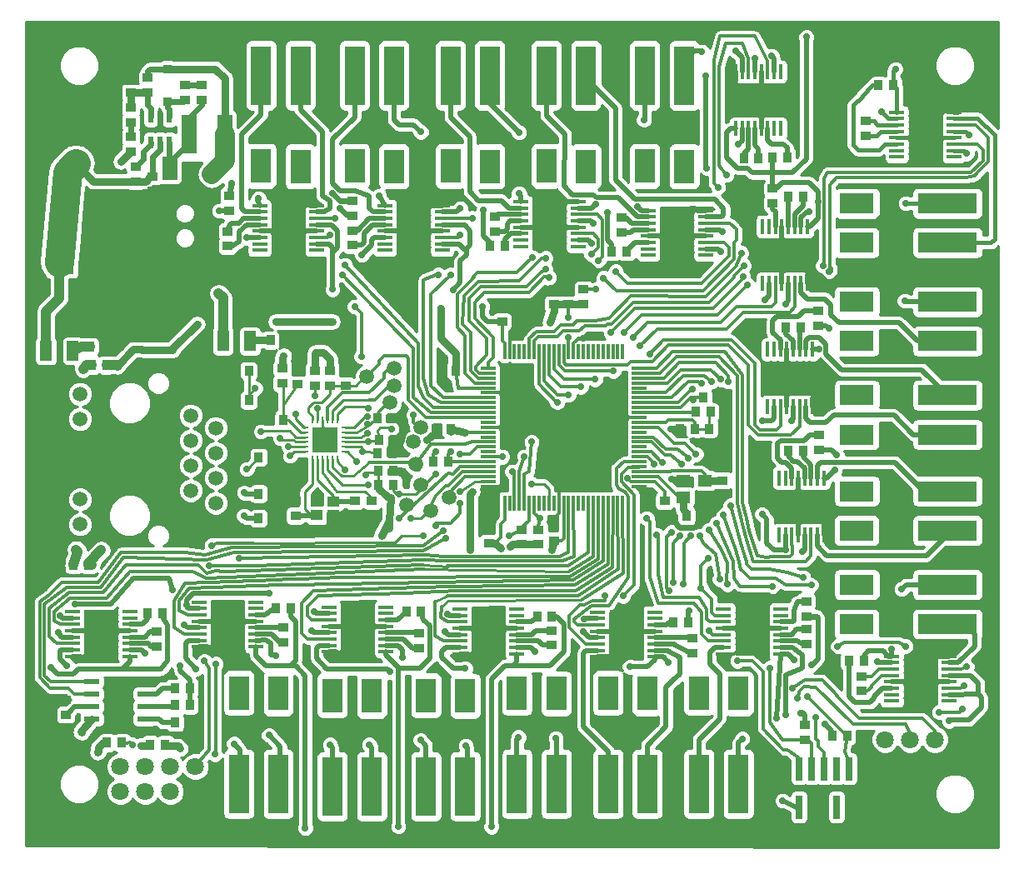
<source format=gbr>
G04 #@! TF.FileFunction,Copper,L1,Top,Signal*
%FSLAX46Y46*%
G04 Gerber Fmt 4.6, Leading zero omitted, Abs format (unit mm)*
G04 Created by KiCad (PCBNEW 4.0.7) date 11/21/18 10:10:23*
%MOMM*%
%LPD*%
G01*
G04 APERTURE LIST*
%ADD10C,0.050000*%
%ADD11R,3.000000X3.000000*%
%ADD12C,0.300000*%
%ADD13R,3.400000X5.000000*%
%ADD14R,1.500000X0.450000*%
%ADD15R,2.000000X3.500000*%
%ADD16R,2.000000X6.000000*%
%ADD17R,1.250000X2.000000*%
%ADD18R,3.500000X2.000000*%
%ADD19R,6.000000X2.000000*%
%ADD20R,0.899160X1.000760*%
%ADD21R,1.000760X0.899160*%
%ADD22C,1.500000*%
%ADD23R,5.000000X3.400000*%
%ADD24R,0.450000X1.500000*%
%ADD25R,2.499360X2.499360*%
%ADD26O,0.800100X0.248920*%
%ADD27O,0.248920X0.800100*%
%ADD28C,0.600000*%
%ADD29R,1.400000X1.200000*%
%ADD30R,1.200000X1.100000*%
%ADD31C,2.500000*%
%ADD32R,0.900000X1.000000*%
%ADD33R,1.000000X0.900000*%
%ADD34R,2.400000X2.400000*%
%ADD35C,2.400000*%
%ADD36R,1.500000X1.050000*%
%ADD37R,1.500000X2.400000*%
%ADD38R,0.850000X0.850000*%
%ADD39R,0.760000X2.400000*%
%ADD40C,1.800000*%
%ADD41R,1.500000X4.000000*%
%ADD42R,1.500000X0.300000*%
%ADD43R,0.300000X1.500000*%
%ADD44R,0.600000X1.200000*%
%ADD45R,1.550000X0.600000*%
%ADD46C,0.700000*%
%ADD47C,0.500000*%
%ADD48C,0.300000*%
%ADD49C,0.250000*%
%ADD50C,0.800000*%
%ADD51C,0.600000*%
%ADD52C,0.450000*%
%ADD53C,1.000000*%
%ADD54C,3.000000*%
%ADD55C,2.000000*%
%ADD56C,0.254000*%
G04 APERTURE END LIST*
D10*
D11*
X152750000Y-75000000D03*
D12*
X152750000Y-77200000D03*
X151650000Y-77200000D03*
X153850000Y-77200000D03*
X153850000Y-72800000D03*
X151650000Y-72800000D03*
X152750000Y-72800000D03*
X152750000Y-73900000D03*
X151650000Y-73900000D03*
X153850000Y-73900000D03*
X153850000Y-76100000D03*
X151650000Y-76100000D03*
X152750000Y-76100000D03*
D13*
X152750000Y-75000000D03*
D14*
X149850000Y-76625000D03*
X149850000Y-77275000D03*
X149850000Y-75975000D03*
X149850000Y-75325000D03*
X149850000Y-72725000D03*
X149850000Y-73375000D03*
X149850000Y-74675000D03*
X149850000Y-74025000D03*
X155650000Y-74025000D03*
X155650000Y-74675000D03*
X155650000Y-73375000D03*
X155650000Y-72725000D03*
X155650000Y-75325000D03*
X155650000Y-75975000D03*
X155650000Y-77275000D03*
X155650000Y-76625000D03*
D12*
X152750000Y-75000000D03*
X151650000Y-75000000D03*
X153850000Y-75000000D03*
D15*
X129750000Y-68200000D03*
D16*
X129750000Y-59000000D03*
X133750000Y-59000000D03*
D15*
X133750000Y-68250000D03*
D11*
X113250000Y-74500000D03*
D12*
X113250000Y-76700000D03*
X112150000Y-76700000D03*
X114350000Y-76700000D03*
X114350000Y-72300000D03*
X112150000Y-72300000D03*
X113250000Y-72300000D03*
X113250000Y-73400000D03*
X112150000Y-73400000D03*
X114350000Y-73400000D03*
X114350000Y-75600000D03*
X112150000Y-75600000D03*
X113250000Y-75600000D03*
D13*
X113250000Y-74500000D03*
D14*
X110350000Y-76125000D03*
X110350000Y-76775000D03*
X110350000Y-75475000D03*
X110350000Y-74825000D03*
X110350000Y-72225000D03*
X110350000Y-72875000D03*
X110350000Y-74175000D03*
X110350000Y-73525000D03*
X116150000Y-73525000D03*
X116150000Y-74175000D03*
X116150000Y-72875000D03*
X116150000Y-72225000D03*
X116150000Y-74825000D03*
X116150000Y-75475000D03*
X116150000Y-76775000D03*
X116150000Y-76125000D03*
D12*
X113250000Y-74500000D03*
X112150000Y-74500000D03*
X114350000Y-74500000D03*
D15*
X131250000Y-122050000D03*
D16*
X131250000Y-131250000D03*
X127250000Y-131250000D03*
D15*
X127250000Y-122000000D03*
D17*
X88625000Y-87000000D03*
X91375000Y-87000000D03*
X106625000Y-86000000D03*
X109375000Y-86000000D03*
D15*
X140500000Y-121800000D03*
D16*
X140500000Y-131000000D03*
X136500000Y-131000000D03*
D15*
X136500000Y-121750000D03*
X110500000Y-68200000D03*
D16*
X110500000Y-59000000D03*
X114500000Y-59000000D03*
D15*
X114500000Y-68250000D03*
D18*
X171050000Y-101250000D03*
D19*
X180250000Y-101250000D03*
X180250000Y-105250000D03*
D18*
X171000000Y-105250000D03*
D15*
X149500000Y-68200000D03*
D16*
X149500000Y-59000000D03*
X153500000Y-59000000D03*
D15*
X153500000Y-68250000D03*
X120000000Y-68200000D03*
D16*
X120000000Y-59000000D03*
X124000000Y-59000000D03*
D15*
X124000000Y-68250000D03*
D18*
X171050000Y-110750000D03*
D19*
X180250000Y-110750000D03*
X180250000Y-114750000D03*
D18*
X171000000Y-114750000D03*
X171050000Y-72000000D03*
D19*
X180250000Y-72000000D03*
X180250000Y-76000000D03*
D18*
X171000000Y-76000000D03*
D15*
X121750000Y-122050000D03*
D16*
X121750000Y-131250000D03*
X117750000Y-131250000D03*
D15*
X117750000Y-122000000D03*
X159000000Y-121800000D03*
D16*
X159000000Y-131000000D03*
X155000000Y-131000000D03*
D15*
X155000000Y-121750000D03*
D18*
X171050000Y-82000000D03*
D19*
X180250000Y-82000000D03*
X180250000Y-86000000D03*
D18*
X171000000Y-86000000D03*
D15*
X139500000Y-68200000D03*
D16*
X139500000Y-59000000D03*
X143500000Y-59000000D03*
D15*
X143500000Y-68250000D03*
X149750000Y-121800000D03*
D16*
X149750000Y-131000000D03*
X145750000Y-131000000D03*
D15*
X145750000Y-121750000D03*
D18*
X171050000Y-91500000D03*
D19*
X180250000Y-91500000D03*
X180250000Y-95500000D03*
D18*
X171000000Y-95500000D03*
D20*
X156151840Y-93200000D03*
X154648160Y-93200000D03*
D21*
X143250000Y-82251840D03*
X143250000Y-80748160D03*
X112650000Y-90301840D03*
X112650000Y-88798160D03*
D22*
X126250000Y-98500000D03*
X126710000Y-100580000D03*
X121250000Y-89600000D03*
X129575000Y-101875000D03*
X123600000Y-92250000D03*
X127750000Y-103250000D03*
X125300000Y-102650000D03*
X126750000Y-94750000D03*
X124000000Y-90500000D03*
X124000000Y-88750000D03*
D21*
X137000000Y-106651840D03*
X137000000Y-105148160D03*
X138700000Y-106651840D03*
X138700000Y-105148160D03*
D20*
X103251840Y-124750000D03*
X101748160Y-124750000D03*
D21*
X165750000Y-126501840D03*
X165750000Y-124998160D03*
D20*
X103251840Y-121250000D03*
X101748160Y-121250000D03*
X103251840Y-123000000D03*
X101748160Y-123000000D03*
X123801840Y-93850000D03*
X122298160Y-93850000D03*
X123951840Y-100570000D03*
X122448160Y-100570000D03*
X124001840Y-96000000D03*
X122498160Y-96000000D03*
D21*
X121750000Y-103751840D03*
X121750000Y-102248160D03*
X115950000Y-90501840D03*
X115950000Y-88998160D03*
D20*
X129501840Y-98250000D03*
X127998160Y-98250000D03*
D21*
X117500000Y-90501840D03*
X117500000Y-88998160D03*
D20*
X92953840Y-108712000D03*
X91450160Y-108712000D03*
X94811840Y-88440000D03*
X93308160Y-88440000D03*
X94641840Y-86550000D03*
X93138160Y-86550000D03*
X100751840Y-127000000D03*
X99248160Y-127000000D03*
X112951840Y-85900000D03*
X111448160Y-85900000D03*
D11*
X139800000Y-74100000D03*
D12*
X139800000Y-76300000D03*
X138700000Y-76300000D03*
X140900000Y-76300000D03*
X140900000Y-71900000D03*
X138700000Y-71900000D03*
X139800000Y-71900000D03*
X139800000Y-73000000D03*
X138700000Y-73000000D03*
X140900000Y-73000000D03*
X140900000Y-75200000D03*
X138700000Y-75200000D03*
X139800000Y-75200000D03*
D13*
X139800000Y-74100000D03*
D14*
X136900000Y-75725000D03*
X136900000Y-76375000D03*
X136900000Y-75075000D03*
X136900000Y-74425000D03*
X136900000Y-71825000D03*
X136900000Y-72475000D03*
X136900000Y-73775000D03*
X136900000Y-73125000D03*
X142700000Y-73125000D03*
X142700000Y-73775000D03*
X142700000Y-72475000D03*
X142700000Y-71825000D03*
X142700000Y-74425000D03*
X142700000Y-75075000D03*
X142700000Y-76375000D03*
X142700000Y-75725000D03*
D12*
X139800000Y-74100000D03*
X138700000Y-74100000D03*
X140900000Y-74100000D03*
D11*
X126000000Y-74500000D03*
D12*
X126000000Y-76700000D03*
X124900000Y-76700000D03*
X127100000Y-76700000D03*
X127100000Y-72300000D03*
X124900000Y-72300000D03*
X126000000Y-72300000D03*
X126000000Y-73400000D03*
X124900000Y-73400000D03*
X127100000Y-73400000D03*
X127100000Y-75600000D03*
X124900000Y-75600000D03*
X126000000Y-75600000D03*
D13*
X126000000Y-74500000D03*
D14*
X123100000Y-76125000D03*
X123100000Y-76775000D03*
X123100000Y-75475000D03*
X123100000Y-74825000D03*
X123100000Y-72225000D03*
X123100000Y-72875000D03*
X123100000Y-74175000D03*
X123100000Y-73525000D03*
X128900000Y-73525000D03*
X128900000Y-74175000D03*
X128900000Y-72875000D03*
X128900000Y-72225000D03*
X128900000Y-74825000D03*
X128900000Y-75475000D03*
X128900000Y-76775000D03*
X128900000Y-76125000D03*
D12*
X126000000Y-74500000D03*
X124900000Y-74500000D03*
X127100000Y-74500000D03*
D11*
X164250000Y-89750000D03*
D12*
X162050000Y-89750000D03*
X162050000Y-88650000D03*
X162050000Y-90850000D03*
X166450000Y-90850000D03*
X166450000Y-88650000D03*
X166450000Y-89750000D03*
X165350000Y-89750000D03*
X165350000Y-88650000D03*
X165350000Y-90850000D03*
X163150000Y-90850000D03*
X163150000Y-88650000D03*
X163150000Y-89750000D03*
D23*
X164250000Y-89750000D03*
D24*
X162625000Y-86850000D03*
X161975000Y-86850000D03*
X163275000Y-86850000D03*
X163925000Y-86850000D03*
X166525000Y-86850000D03*
X165875000Y-86850000D03*
X164575000Y-86850000D03*
X165225000Y-86850000D03*
X165225000Y-92650000D03*
X164575000Y-92650000D03*
X165875000Y-92650000D03*
X166525000Y-92650000D03*
X163925000Y-92650000D03*
X163275000Y-92650000D03*
X161975000Y-92650000D03*
X162625000Y-92650000D03*
D12*
X164250000Y-89750000D03*
X164250000Y-88650000D03*
X164250000Y-90850000D03*
D11*
X163750000Y-77250000D03*
D12*
X161550000Y-77250000D03*
X161550000Y-76150000D03*
X161550000Y-78350000D03*
X165950000Y-78350000D03*
X165950000Y-76150000D03*
X165950000Y-77250000D03*
X164850000Y-77250000D03*
X164850000Y-76150000D03*
X164850000Y-78350000D03*
X162650000Y-78350000D03*
X162650000Y-76150000D03*
X162650000Y-77250000D03*
D23*
X163750000Y-77250000D03*
D24*
X162125000Y-74350000D03*
X161475000Y-74350000D03*
X162775000Y-74350000D03*
X163425000Y-74350000D03*
X166025000Y-74350000D03*
X165375000Y-74350000D03*
X164075000Y-74350000D03*
X164725000Y-74350000D03*
X164725000Y-80150000D03*
X164075000Y-80150000D03*
X165375000Y-80150000D03*
X166025000Y-80150000D03*
X163425000Y-80150000D03*
X162775000Y-80150000D03*
X161475000Y-80150000D03*
X162125000Y-80150000D03*
D12*
X163750000Y-77250000D03*
X163750000Y-76150000D03*
X163750000Y-78350000D03*
D11*
X178000000Y-65000000D03*
D12*
X178000000Y-67200000D03*
X176900000Y-67200000D03*
X179100000Y-67200000D03*
X179100000Y-62800000D03*
X176900000Y-62800000D03*
X178000000Y-62800000D03*
X178000000Y-63900000D03*
X176900000Y-63900000D03*
X179100000Y-63900000D03*
X179100000Y-66100000D03*
X176900000Y-66100000D03*
X178000000Y-66100000D03*
D13*
X178000000Y-65000000D03*
D14*
X175100000Y-66625000D03*
X175100000Y-67275000D03*
X175100000Y-65975000D03*
X175100000Y-65325000D03*
X175100000Y-62725000D03*
X175100000Y-63375000D03*
X175100000Y-64675000D03*
X175100000Y-64025000D03*
X180900000Y-64025000D03*
X180900000Y-64675000D03*
X180900000Y-63375000D03*
X180900000Y-62725000D03*
X180900000Y-65325000D03*
X180900000Y-65975000D03*
X180900000Y-67275000D03*
X180900000Y-66625000D03*
D12*
X178000000Y-65000000D03*
X176900000Y-65000000D03*
X179100000Y-65000000D03*
D11*
X161000000Y-61500000D03*
D12*
X163200000Y-61500000D03*
X163200000Y-62600000D03*
X163200000Y-60400000D03*
X158800000Y-60400000D03*
X158800000Y-62600000D03*
X158800000Y-61500000D03*
X159900000Y-61500000D03*
X159900000Y-62600000D03*
X159900000Y-60400000D03*
X162100000Y-60400000D03*
X162100000Y-62600000D03*
X162100000Y-61500000D03*
D23*
X161000000Y-61500000D03*
D24*
X162625000Y-64400000D03*
X163275000Y-64400000D03*
X161975000Y-64400000D03*
X161325000Y-64400000D03*
X158725000Y-64400000D03*
X159375000Y-64400000D03*
X160675000Y-64400000D03*
X160025000Y-64400000D03*
X160025000Y-58600000D03*
X160675000Y-58600000D03*
X159375000Y-58600000D03*
X158725000Y-58600000D03*
X161325000Y-58600000D03*
X161975000Y-58600000D03*
X163275000Y-58600000D03*
X162625000Y-58600000D03*
D12*
X161000000Y-61500000D03*
X161000000Y-62600000D03*
X161000000Y-60400000D03*
D11*
X147600000Y-115800000D03*
D12*
X147600000Y-113600000D03*
X148700000Y-113600000D03*
X146500000Y-113600000D03*
X146500000Y-118000000D03*
X148700000Y-118000000D03*
X147600000Y-118000000D03*
X147600000Y-116900000D03*
X148700000Y-116900000D03*
X146500000Y-116900000D03*
X146500000Y-114700000D03*
X148700000Y-114700000D03*
X147600000Y-114700000D03*
D13*
X147600000Y-115800000D03*
D14*
X150500000Y-114175000D03*
X150500000Y-113525000D03*
X150500000Y-114825000D03*
X150500000Y-115475000D03*
X150500000Y-118075000D03*
X150500000Y-117425000D03*
X150500000Y-116125000D03*
X150500000Y-116775000D03*
X144700000Y-116775000D03*
X144700000Y-116125000D03*
X144700000Y-117425000D03*
X144700000Y-118075000D03*
X144700000Y-115475000D03*
X144700000Y-114825000D03*
X144700000Y-113525000D03*
X144700000Y-114175000D03*
D12*
X147600000Y-115800000D03*
X148700000Y-115800000D03*
X146500000Y-115800000D03*
D11*
X160400000Y-115500000D03*
D12*
X160400000Y-113300000D03*
X161500000Y-113300000D03*
X159300000Y-113300000D03*
X159300000Y-117700000D03*
X161500000Y-117700000D03*
X160400000Y-117700000D03*
X160400000Y-116600000D03*
X161500000Y-116600000D03*
X159300000Y-116600000D03*
X159300000Y-114400000D03*
X161500000Y-114400000D03*
X160400000Y-114400000D03*
D13*
X160400000Y-115500000D03*
D14*
X163300000Y-113875000D03*
X163300000Y-113225000D03*
X163300000Y-114525000D03*
X163300000Y-115175000D03*
X163300000Y-117775000D03*
X163300000Y-117125000D03*
X163300000Y-115825000D03*
X163300000Y-116475000D03*
X157500000Y-116475000D03*
X157500000Y-115825000D03*
X157500000Y-117125000D03*
X157500000Y-117775000D03*
X157500000Y-115175000D03*
X157500000Y-114525000D03*
X157500000Y-113225000D03*
X157500000Y-113875000D03*
D12*
X160400000Y-115500000D03*
X161500000Y-115500000D03*
X159300000Y-115500000D03*
D11*
X177500000Y-120300000D03*
D12*
X177500000Y-122500000D03*
X176400000Y-122500000D03*
X178600000Y-122500000D03*
X178600000Y-118100000D03*
X176400000Y-118100000D03*
X177500000Y-118100000D03*
X177500000Y-119200000D03*
X176400000Y-119200000D03*
X178600000Y-119200000D03*
X178600000Y-121400000D03*
X176400000Y-121400000D03*
X177500000Y-121400000D03*
D13*
X177500000Y-120300000D03*
D14*
X174600000Y-121925000D03*
X174600000Y-122575000D03*
X174600000Y-121275000D03*
X174600000Y-120625000D03*
X174600000Y-118025000D03*
X174600000Y-118675000D03*
X174600000Y-119975000D03*
X174600000Y-119325000D03*
X180400000Y-119325000D03*
X180400000Y-119975000D03*
X180400000Y-118675000D03*
X180400000Y-118025000D03*
X180400000Y-120625000D03*
X180400000Y-121275000D03*
X180400000Y-122575000D03*
X180400000Y-121925000D03*
D12*
X177500000Y-120300000D03*
X176400000Y-120300000D03*
X178600000Y-120300000D03*
D11*
X165400000Y-102800000D03*
D12*
X163200000Y-102800000D03*
X163200000Y-101700000D03*
X163200000Y-103900000D03*
X167600000Y-103900000D03*
X167600000Y-101700000D03*
X167600000Y-102800000D03*
X166500000Y-102800000D03*
X166500000Y-101700000D03*
X166500000Y-103900000D03*
X164300000Y-103900000D03*
X164300000Y-101700000D03*
X164300000Y-102800000D03*
D23*
X165400000Y-102800000D03*
D24*
X163775000Y-99900000D03*
X163125000Y-99900000D03*
X164425000Y-99900000D03*
X165075000Y-99900000D03*
X167675000Y-99900000D03*
X167025000Y-99900000D03*
X165725000Y-99900000D03*
X166375000Y-99900000D03*
X166375000Y-105700000D03*
X165725000Y-105700000D03*
X167025000Y-105700000D03*
X167675000Y-105700000D03*
X165075000Y-105700000D03*
X164425000Y-105700000D03*
X163125000Y-105700000D03*
X163775000Y-105700000D03*
D12*
X165400000Y-102800000D03*
X165400000Y-101700000D03*
X165400000Y-103900000D03*
D11*
X107100000Y-114800000D03*
D12*
X107100000Y-112600000D03*
X108200000Y-112600000D03*
X106000000Y-112600000D03*
X106000000Y-117000000D03*
X108200000Y-117000000D03*
X107100000Y-117000000D03*
X107100000Y-115900000D03*
X108200000Y-115900000D03*
X106000000Y-115900000D03*
X106000000Y-113700000D03*
X108200000Y-113700000D03*
X107100000Y-113700000D03*
D13*
X107100000Y-114800000D03*
D14*
X110000000Y-113175000D03*
X110000000Y-112525000D03*
X110000000Y-113825000D03*
X110000000Y-114475000D03*
X110000000Y-117075000D03*
X110000000Y-116425000D03*
X110000000Y-115125000D03*
X110000000Y-115775000D03*
X104200000Y-115775000D03*
X104200000Y-115125000D03*
X104200000Y-116425000D03*
X104200000Y-117075000D03*
X104200000Y-114475000D03*
X104200000Y-113825000D03*
X104200000Y-112525000D03*
X104200000Y-113175000D03*
D12*
X107100000Y-114800000D03*
X108200000Y-114800000D03*
X106000000Y-114800000D03*
D11*
X120300000Y-115300000D03*
D12*
X120300000Y-113100000D03*
X121400000Y-113100000D03*
X119200000Y-113100000D03*
X119200000Y-117500000D03*
X121400000Y-117500000D03*
X120300000Y-117500000D03*
X120300000Y-116400000D03*
X121400000Y-116400000D03*
X119200000Y-116400000D03*
X119200000Y-114200000D03*
X121400000Y-114200000D03*
X120300000Y-114200000D03*
D13*
X120300000Y-115300000D03*
D14*
X123200000Y-113675000D03*
X123200000Y-113025000D03*
X123200000Y-114325000D03*
X123200000Y-114975000D03*
X123200000Y-117575000D03*
X123200000Y-116925000D03*
X123200000Y-115625000D03*
X123200000Y-116275000D03*
X117400000Y-116275000D03*
X117400000Y-115625000D03*
X117400000Y-116925000D03*
X117400000Y-117575000D03*
X117400000Y-114975000D03*
X117400000Y-114325000D03*
X117400000Y-113025000D03*
X117400000Y-113675000D03*
D12*
X120300000Y-115300000D03*
X121400000Y-115300000D03*
X119200000Y-115300000D03*
D11*
X133600000Y-115500000D03*
D12*
X133600000Y-113300000D03*
X134700000Y-113300000D03*
X132500000Y-113300000D03*
X132500000Y-117700000D03*
X134700000Y-117700000D03*
X133600000Y-117700000D03*
X133600000Y-116600000D03*
X134700000Y-116600000D03*
X132500000Y-116600000D03*
X132500000Y-114400000D03*
X134700000Y-114400000D03*
X133600000Y-114400000D03*
D13*
X133600000Y-115500000D03*
D14*
X136500000Y-113875000D03*
X136500000Y-113225000D03*
X136500000Y-114525000D03*
X136500000Y-115175000D03*
X136500000Y-117775000D03*
X136500000Y-117125000D03*
X136500000Y-115825000D03*
X136500000Y-116475000D03*
X130700000Y-116475000D03*
X130700000Y-115825000D03*
X130700000Y-117125000D03*
X130700000Y-117775000D03*
X130700000Y-115175000D03*
X130700000Y-114525000D03*
X130700000Y-113225000D03*
X130700000Y-113875000D03*
D12*
X133600000Y-115500000D03*
X134700000Y-115500000D03*
X132500000Y-115500000D03*
D25*
X117000000Y-96000000D03*
D26*
X115001020Y-94750320D03*
X115001020Y-95250700D03*
X115001020Y-95751080D03*
X115001020Y-96248920D03*
X115001020Y-96749300D03*
X115001020Y-97249680D03*
D27*
X115750320Y-97998980D03*
X116250700Y-97998980D03*
X116751080Y-97998980D03*
X117248920Y-97998980D03*
X117749300Y-97998980D03*
X118249680Y-97998980D03*
D26*
X118998980Y-97249680D03*
X118998980Y-96749300D03*
X118998980Y-96248920D03*
X118998980Y-95751080D03*
X118998980Y-95250700D03*
X118998980Y-94750320D03*
D27*
X118249680Y-94001020D03*
X117749300Y-94001020D03*
X117248920Y-94001020D03*
X116751080Y-94001020D03*
X116250700Y-94001020D03*
X115750320Y-94001020D03*
D28*
X117000000Y-96000000D03*
X117762000Y-95238000D03*
X116238000Y-95238000D03*
X117762000Y-96762000D03*
X116238000Y-96762000D03*
D22*
X92100000Y-91375000D03*
X92100000Y-93915000D03*
X92100000Y-102085000D03*
X92100000Y-104625000D03*
X103350000Y-93560000D03*
X103350000Y-98630000D03*
X103350000Y-96100000D03*
X103350000Y-101170000D03*
X105890000Y-94820000D03*
X105890000Y-99900000D03*
X105890000Y-97360000D03*
X105890000Y-102440000D03*
D29*
X155600000Y-100150000D03*
X153400000Y-100150000D03*
X155600000Y-101850000D03*
X153400000Y-101850000D03*
D30*
X116150000Y-103700000D03*
X117850000Y-103700000D03*
X116150000Y-102300000D03*
X117850000Y-102300000D03*
D20*
X110248160Y-104000000D03*
X111751840Y-104000000D03*
D31*
X91660000Y-62970000D03*
X91660000Y-67970000D03*
D20*
X128248160Y-94900000D03*
D32*
X129751840Y-94900000D03*
D20*
X128748160Y-89000000D03*
D32*
X130251840Y-89000000D03*
D20*
X157551840Y-94900000D03*
D32*
X156048160Y-94900000D03*
D21*
X133650000Y-104998160D03*
D33*
X133650000Y-106501840D03*
D20*
X153048160Y-94900000D03*
D32*
X154551840Y-94900000D03*
D20*
X156951840Y-91700000D03*
D32*
X155448160Y-91700000D03*
D21*
X140250000Y-104748160D03*
D33*
X140250000Y-106251840D03*
D21*
X140250000Y-80748160D03*
D33*
X140250000Y-82251840D03*
D21*
X151500000Y-103751840D03*
D33*
X151500000Y-102248160D03*
D21*
X141750000Y-80748160D03*
D33*
X141750000Y-82251840D03*
D21*
X157400000Y-101651840D03*
D33*
X157400000Y-100148160D03*
D20*
X155251840Y-103750000D03*
D32*
X153748160Y-103750000D03*
D21*
X99900000Y-117001840D03*
D33*
X99900000Y-115498160D03*
D20*
X98948160Y-113650000D03*
D32*
X100451840Y-113650000D03*
D21*
X147100000Y-73448160D03*
D33*
X147100000Y-74951840D03*
D21*
X134300000Y-73348160D03*
D33*
X134300000Y-74851840D03*
D34*
X90250000Y-78000000D03*
D35*
X95250000Y-78000000D03*
D21*
X99500000Y-70751840D03*
D33*
X99500000Y-69248160D03*
D20*
X147651840Y-76900000D03*
D32*
X146148160Y-76900000D03*
D20*
X135251840Y-76300000D03*
D32*
X133748160Y-76300000D03*
D21*
X119750000Y-74748160D03*
D33*
X119750000Y-76251840D03*
D21*
X104500000Y-61501840D03*
D33*
X104500000Y-59998160D03*
D21*
X107100000Y-74848160D03*
D33*
X107100000Y-76351840D03*
D21*
X119750000Y-73251840D03*
D33*
X119750000Y-71748160D03*
D21*
X97250000Y-66751840D03*
D33*
X97250000Y-65248160D03*
D21*
X107250000Y-72751840D03*
D33*
X107250000Y-71248160D03*
D20*
X165351840Y-84600000D03*
D32*
X163848160Y-84600000D03*
D20*
X165551840Y-71300000D03*
D32*
X164048160Y-71300000D03*
D21*
X167100000Y-82948160D03*
D33*
X167100000Y-84451840D03*
D21*
X162500000Y-72001840D03*
D33*
X162500000Y-70498160D03*
D21*
X171900000Y-63638160D03*
D33*
X171900000Y-65141840D03*
D20*
X159548160Y-67400000D03*
D32*
X161051840Y-67400000D03*
D20*
X173248160Y-60000000D03*
D32*
X174751840Y-60000000D03*
D20*
X163951840Y-67300000D03*
D32*
X162448160Y-67300000D03*
D21*
X154300000Y-117701840D03*
D33*
X154300000Y-116198160D03*
D21*
X165900000Y-116751840D03*
D33*
X165900000Y-115248160D03*
D20*
X152398160Y-114550000D03*
D32*
X153901840Y-114550000D03*
D21*
X165900000Y-112448160D03*
D33*
X165900000Y-113951840D03*
D21*
X171500000Y-120048160D03*
D33*
X171500000Y-121551840D03*
D20*
X165551840Y-97100000D03*
D32*
X164048160Y-97100000D03*
D20*
X170248160Y-118500000D03*
D32*
X171751840Y-118500000D03*
D21*
X167200000Y-95548160D03*
D33*
X167200000Y-97051840D03*
D21*
X112800000Y-116601840D03*
D33*
X112800000Y-115098160D03*
D21*
X126600000Y-117201840D03*
D33*
X126600000Y-115698160D03*
D21*
X140050000Y-116901840D03*
D33*
X140050000Y-115398160D03*
D20*
X111998160Y-113150000D03*
D32*
X113501840Y-113150000D03*
D20*
X125248160Y-113450000D03*
D32*
X126751840Y-113450000D03*
D20*
X138548160Y-114000000D03*
D32*
X140051840Y-114000000D03*
D21*
X114200000Y-88898160D03*
D33*
X114200000Y-90401840D03*
D20*
X110751840Y-89000000D03*
D32*
X109248160Y-89000000D03*
D20*
X123921840Y-99160000D03*
D32*
X122418160Y-99160000D03*
D20*
X111248160Y-94000000D03*
D32*
X112751840Y-94000000D03*
D21*
X114000000Y-102248160D03*
D33*
X114000000Y-103751840D03*
D20*
X110751840Y-92000000D03*
D32*
X109248160Y-92000000D03*
D20*
X123851840Y-97425000D03*
D32*
X122348160Y-97425000D03*
D21*
X120000000Y-103751840D03*
D33*
X120000000Y-102248160D03*
D21*
X119100000Y-88998160D03*
D33*
X119100000Y-90501840D03*
D20*
X111751840Y-97800000D03*
D32*
X110248160Y-97800000D03*
D20*
X110248160Y-101500000D03*
D32*
X111751840Y-101500000D03*
D36*
X101250000Y-70775000D03*
D37*
X101250000Y-68400000D03*
D38*
X101000000Y-58325000D03*
X101000000Y-61675000D03*
D39*
X168970000Y-129450000D03*
X170240000Y-129450000D03*
X170240000Y-133350000D03*
X168970000Y-133350000D03*
X165160000Y-133350000D03*
X166430000Y-133350000D03*
X167700000Y-133350000D03*
X167700000Y-129450000D03*
X166430000Y-129450000D03*
X165160000Y-129450000D03*
D40*
X173900000Y-126500000D03*
X176440000Y-126500000D03*
X181509840Y-126500000D03*
X178969840Y-126500000D03*
X98730000Y-129230000D03*
X96190000Y-129230000D03*
X101270000Y-129230000D03*
X103810000Y-129230000D03*
X103810000Y-131770000D03*
X101270000Y-131770000D03*
X96190000Y-131770000D03*
X98730000Y-131770000D03*
D15*
X112250000Y-121800000D03*
D16*
X112250000Y-131000000D03*
X108250000Y-131000000D03*
D15*
X108250000Y-121750000D03*
D41*
X106800000Y-65000000D03*
X103200000Y-65000000D03*
D22*
X126000000Y-96250000D03*
D20*
X96351840Y-126800000D03*
X94848160Y-126800000D03*
D21*
X90650000Y-123951840D03*
X90650000Y-122448160D03*
X97750000Y-68248160D03*
X97750000Y-69751840D03*
X97250000Y-59248160D03*
X97250000Y-60751840D03*
X102750000Y-59998160D03*
X102750000Y-61501840D03*
X99000000Y-60751840D03*
X99000000Y-59248160D03*
X97250000Y-62248160D03*
X97250000Y-63751840D03*
D20*
X170051840Y-126100000D03*
X168548160Y-126100000D03*
D42*
X148950000Y-92750000D03*
X148950000Y-92250000D03*
X148950000Y-91750000D03*
X148950000Y-90750000D03*
X148950000Y-91250000D03*
X148950000Y-89250000D03*
X148950000Y-88750000D03*
X148950000Y-89750000D03*
X148950000Y-90250000D03*
D43*
X135750000Y-102450000D03*
X135250000Y-102450000D03*
X138750000Y-102450000D03*
X138250000Y-102450000D03*
X139250000Y-102450000D03*
X137250000Y-102450000D03*
X137750000Y-102450000D03*
X136250000Y-102450000D03*
X136750000Y-102450000D03*
D42*
X133550000Y-97250000D03*
X133550000Y-97750000D03*
X133550000Y-96750000D03*
X133550000Y-98250000D03*
X133550000Y-98750000D03*
X133550000Y-100750000D03*
X133550000Y-100250000D03*
X133550000Y-99750000D03*
X133550000Y-99250000D03*
D43*
X137250000Y-87050000D03*
X138750000Y-87050000D03*
X139250000Y-87050000D03*
X138250000Y-87050000D03*
X137750000Y-87050000D03*
X135750000Y-87050000D03*
X136250000Y-87050000D03*
X136750000Y-87050000D03*
X135250000Y-87050000D03*
D42*
X148950000Y-94750000D03*
X148950000Y-94250000D03*
X148950000Y-93250000D03*
X148950000Y-93750000D03*
D43*
X140250000Y-102450000D03*
X139750000Y-102450000D03*
X141250000Y-102450000D03*
X140750000Y-102450000D03*
D42*
X133550000Y-94750000D03*
X133550000Y-95250000D03*
X133550000Y-95750000D03*
X133550000Y-96250000D03*
D43*
X139750000Y-87050000D03*
X141250000Y-87050000D03*
X140750000Y-87050000D03*
X140250000Y-87050000D03*
D42*
X148950000Y-95750000D03*
X148950000Y-95250000D03*
X148950000Y-96250000D03*
X148950000Y-96750000D03*
D43*
X144250000Y-102450000D03*
X144750000Y-102450000D03*
X145750000Y-102450000D03*
X145250000Y-102450000D03*
X142750000Y-102450000D03*
X143750000Y-102450000D03*
X143250000Y-102450000D03*
X141750000Y-102450000D03*
X142250000Y-102450000D03*
D42*
X133550000Y-94250000D03*
X133550000Y-93750000D03*
D43*
X142250000Y-87050000D03*
X142750000Y-87050000D03*
X143750000Y-87050000D03*
X143250000Y-87050000D03*
X144750000Y-87050000D03*
X145250000Y-87050000D03*
X144250000Y-87050000D03*
X146750000Y-87050000D03*
X147250000Y-87050000D03*
X146250000Y-87050000D03*
X145750000Y-87050000D03*
D42*
X148950000Y-97250000D03*
X148950000Y-97750000D03*
X148950000Y-98750000D03*
X148950000Y-98250000D03*
X148950000Y-99750000D03*
X148950000Y-100250000D03*
X148950000Y-99250000D03*
D43*
X146750000Y-102450000D03*
X146250000Y-102450000D03*
X147250000Y-102450000D03*
D42*
X148950000Y-100750000D03*
X133550000Y-91750000D03*
X133550000Y-92250000D03*
X133550000Y-93250000D03*
X133550000Y-92750000D03*
X133550000Y-90250000D03*
X133550000Y-91250000D03*
X133550000Y-90750000D03*
X133550000Y-89250000D03*
X133550000Y-89750000D03*
X133550000Y-88750000D03*
D43*
X141750000Y-87050000D03*
D11*
X94250000Y-115750000D03*
D12*
X94250000Y-113550000D03*
X95350000Y-113550000D03*
X93150000Y-113550000D03*
X93150000Y-117950000D03*
X95350000Y-117950000D03*
X94250000Y-117950000D03*
X94250000Y-116850000D03*
X95350000Y-116850000D03*
X93150000Y-116850000D03*
X93150000Y-114650000D03*
X95350000Y-114650000D03*
X94250000Y-114650000D03*
D13*
X94250000Y-115750000D03*
D14*
X97150000Y-114125000D03*
X97150000Y-113475000D03*
X97150000Y-114775000D03*
X97150000Y-115425000D03*
X97150000Y-118025000D03*
X97150000Y-117375000D03*
X97150000Y-116075000D03*
X97150000Y-116725000D03*
X91350000Y-116725000D03*
X91350000Y-116075000D03*
X91350000Y-117375000D03*
X91350000Y-118025000D03*
X91350000Y-115425000D03*
X91350000Y-114775000D03*
X91350000Y-113475000D03*
X91350000Y-114125000D03*
D12*
X94250000Y-115750000D03*
X95350000Y-115750000D03*
X93150000Y-115750000D03*
D44*
X101200000Y-65800000D03*
X101200000Y-63200000D03*
X100250000Y-63200000D03*
X99300000Y-63200000D03*
X99300000Y-65800000D03*
X100199960Y-65800000D03*
D45*
X98700000Y-124405000D03*
X98700000Y-123135000D03*
X98700000Y-121865000D03*
X98700000Y-120595000D03*
X93300000Y-120595000D03*
X93300000Y-121865000D03*
X93300000Y-123135000D03*
X93300000Y-124405000D03*
D21*
X135000000Y-82498160D03*
D33*
X135000000Y-84001840D03*
D46*
X128900000Y-87750000D03*
X136250000Y-85350000D03*
X143250000Y-85700000D03*
X154400000Y-96100000D03*
X152100000Y-94900000D03*
X152200000Y-100000000D03*
X151400000Y-104700000D03*
X149300000Y-101600000D03*
X125250000Y-100000000D03*
X127300000Y-96000000D03*
X135000000Y-91250000D03*
X135250000Y-94750000D03*
X135250000Y-100250000D03*
X140750000Y-100750000D03*
X147000000Y-93750000D03*
X100250000Y-64250000D03*
X125250000Y-94750000D03*
X116200000Y-101350000D03*
X96160000Y-86530000D03*
X116000000Y-91550000D03*
X116200000Y-92850000D03*
X126750000Y-64750000D03*
X130750000Y-72500000D03*
X159400000Y-126400000D03*
X163800000Y-124000000D03*
X136700000Y-64800000D03*
X144500000Y-72100000D03*
X155300000Y-56600000D03*
X158700000Y-56500000D03*
X149400000Y-63500000D03*
X159000000Y-66000000D03*
X176020000Y-72000000D03*
X173560000Y-62700000D03*
X175900000Y-81900000D03*
X166200000Y-72800000D03*
X175600000Y-111200000D03*
X173100000Y-118600000D03*
X112450000Y-95850000D03*
X113450000Y-97650000D03*
X115000000Y-135500000D03*
X133900000Y-135350000D03*
X133100000Y-72700000D03*
X136700000Y-71000000D03*
X145700000Y-72900000D03*
X148700000Y-72300000D03*
X165900000Y-55100000D03*
X167100000Y-71800000D03*
X168200000Y-84700000D03*
X167200000Y-86800000D03*
X169000000Y-97600000D03*
X168800000Y-99100000D03*
X174600000Y-117300000D03*
X154000000Y-113400000D03*
X151900000Y-118650000D03*
X147950000Y-119100000D03*
X124450000Y-135300000D03*
X89100000Y-119150000D03*
X166400000Y-118900000D03*
X164700000Y-118400000D03*
X162900000Y-124300000D03*
X122500000Y-71250000D03*
X110250000Y-71500000D03*
X107500000Y-70000000D03*
X117750000Y-71000000D03*
X174960000Y-58360000D03*
X127000000Y-105750000D03*
X105500000Y-106750000D03*
X130750000Y-102500000D03*
X135000000Y-97750000D03*
X128250000Y-104750000D03*
X106250000Y-72750000D03*
X109000000Y-75500000D03*
X136650000Y-126250000D03*
X131250000Y-119250000D03*
X140450000Y-126350000D03*
X138300000Y-117550000D03*
X141750000Y-83600000D03*
X141750000Y-85650000D03*
X139850000Y-84100000D03*
X104000000Y-84250000D03*
X112000000Y-84000000D03*
X117750000Y-84000000D03*
X94250000Y-107250000D03*
X95890000Y-88490000D03*
X153400000Y-110700000D03*
X154200000Y-105800000D03*
X154700000Y-97500000D03*
X166000000Y-122100000D03*
X118500000Y-72500000D03*
X120750000Y-77250000D03*
X114050000Y-93400000D03*
X109900000Y-90800000D03*
X109050000Y-99000000D03*
X108800000Y-101400000D03*
X166900000Y-124200000D03*
X156300000Y-90100000D03*
X156800000Y-104500000D03*
X162500000Y-110900000D03*
X154300000Y-90900000D03*
X155100000Y-105800000D03*
X162200000Y-119200000D03*
X157100000Y-110200000D03*
X157900000Y-110700000D03*
X156000000Y-105200000D03*
X155300000Y-90300000D03*
X158900000Y-118500000D03*
X105250000Y-108800000D03*
X104750000Y-118500000D03*
X105800000Y-128000000D03*
X105900000Y-118800000D03*
X108300000Y-108100000D03*
X165000000Y-122300000D03*
X153100000Y-105800000D03*
X152400000Y-110500000D03*
X153900000Y-97900000D03*
X152000000Y-111400000D03*
X152200000Y-105400000D03*
X153200000Y-98500000D03*
X164500000Y-121300000D03*
X126700000Y-126550000D03*
X123600000Y-119600000D03*
X131300000Y-127100000D03*
X124900000Y-118150000D03*
X117500000Y-127000000D03*
X103900000Y-119300000D03*
X112000000Y-118000000D03*
X121500000Y-127000000D03*
X108750000Y-103750000D03*
X124500000Y-101500000D03*
X130750000Y-97500000D03*
X128250000Y-99500000D03*
X121380000Y-100630000D03*
X130750000Y-101250000D03*
X121300000Y-94450000D03*
X125750000Y-104000000D03*
X120250000Y-98250000D03*
X119050000Y-99050000D03*
X124500000Y-104000000D03*
X126000000Y-93500000D03*
X136000000Y-99250000D03*
X121400000Y-92800000D03*
X124000000Y-90500000D03*
X137250000Y-97750000D03*
X124000000Y-88750000D03*
X138000000Y-96250000D03*
X91694000Y-107188000D03*
X92430000Y-88810000D03*
X159300000Y-77050000D03*
X156950000Y-70350000D03*
X168250000Y-78900000D03*
X159950000Y-80300000D03*
X147400000Y-85100000D03*
X141750000Y-91450000D03*
X167600000Y-78350000D03*
X159475000Y-79475000D03*
X146050000Y-85150000D03*
X140600000Y-92200000D03*
X157800000Y-69100000D03*
X159550000Y-78350000D03*
X149000000Y-86500000D03*
X144450000Y-89900000D03*
X150000000Y-87300000D03*
X146300000Y-89050000D03*
X132000000Y-73500000D03*
X129750000Y-79250000D03*
X130750000Y-75250000D03*
X128500000Y-79250000D03*
X118750000Y-79250000D03*
X117500000Y-75250000D03*
X118000000Y-73500000D03*
X119000000Y-78250000D03*
X138050000Y-77500000D03*
X144050000Y-77200000D03*
X146550000Y-78900000D03*
X139400000Y-78650000D03*
X144800000Y-77800000D03*
X139400000Y-77550000D03*
X139750000Y-79550000D03*
X145300000Y-79600000D03*
X148300000Y-85600000D03*
X143000000Y-90650000D03*
X110500000Y-95200000D03*
X113300000Y-96750000D03*
X147700000Y-99900000D03*
X155800000Y-68400000D03*
X155700000Y-59000000D03*
X162400000Y-57000000D03*
X160700000Y-57300000D03*
X163800000Y-82200000D03*
X161700000Y-81800000D03*
X164400000Y-94100000D03*
X161400000Y-94100000D03*
X165500000Y-107400000D03*
X92300000Y-125750000D03*
X102300000Y-127400000D03*
X93900000Y-127800000D03*
X134850000Y-107050000D03*
X144250000Y-74000000D03*
X144100000Y-76050000D03*
X128750000Y-82700000D03*
X130000000Y-80800000D03*
X157200000Y-76900000D03*
X157350000Y-74900000D03*
X144500000Y-80750000D03*
X161400000Y-103600000D03*
X163800000Y-107200000D03*
X154400000Y-92000000D03*
X101500000Y-111300000D03*
X91600000Y-112700000D03*
X89900000Y-115600000D03*
X90100000Y-113900000D03*
X102300000Y-119000000D03*
X102700000Y-114800000D03*
X102900000Y-112800000D03*
X111300000Y-111600000D03*
X115600000Y-115400000D03*
X115900000Y-113500000D03*
X143200000Y-115500000D03*
X143300000Y-114200000D03*
X129200000Y-115500000D03*
X129400000Y-113700000D03*
X180400000Y-124600000D03*
X167800000Y-124900000D03*
X163500000Y-132700000D03*
X165300000Y-123800000D03*
X155200000Y-111100000D03*
X156000000Y-115400000D03*
X155960000Y-108080000D03*
X135800000Y-106900000D03*
X122750000Y-105750000D03*
X140000000Y-107250000D03*
X128250000Y-97250000D03*
X131750000Y-107250000D03*
X132000000Y-101250000D03*
X131250000Y-95250000D03*
X120000000Y-82500000D03*
X133000000Y-82500000D03*
X117750000Y-80750000D03*
X96250000Y-67750000D03*
X105500000Y-69000000D03*
X182450000Y-65040000D03*
X182220000Y-66940000D03*
X112800000Y-87500000D03*
X121158000Y-99568000D03*
X120800000Y-97250000D03*
X120700000Y-87575000D03*
X116050000Y-87150000D03*
X106170000Y-81140000D03*
X98300000Y-127100000D03*
X97400000Y-127000000D03*
X98700000Y-117750000D03*
X111300000Y-126050000D03*
X107750000Y-126900000D03*
X90750000Y-118950000D03*
X129500000Y-102000000D03*
X121300000Y-95350000D03*
X126000000Y-96250000D03*
X123750000Y-94900000D03*
X138000000Y-100500000D03*
X121390333Y-96220364D03*
X129250000Y-106000000D03*
X135700000Y-105800000D03*
X129000000Y-105250000D03*
X138800000Y-104000000D03*
X129750000Y-97250000D03*
X121300000Y-93650000D03*
X179400000Y-123700000D03*
X181800000Y-123400000D03*
X181900000Y-121000000D03*
X165600000Y-110000000D03*
X158200000Y-102700000D03*
X158000000Y-90100000D03*
X169100000Y-117000000D03*
X176000000Y-117000000D03*
X182200000Y-119100000D03*
X166400000Y-110800000D03*
X157500000Y-103700000D03*
X157200000Y-89900000D03*
X150700000Y-105700000D03*
X151300000Y-98300000D03*
X149700000Y-104000000D03*
X150400000Y-98500000D03*
X145400000Y-111900000D03*
X147300000Y-111900000D03*
D47*
X155650000Y-75325000D02*
X153075000Y-75325000D01*
X153075000Y-75325000D02*
X152750000Y-75000000D01*
X149850000Y-75325000D02*
X152425000Y-75325000D01*
X152425000Y-75325000D02*
X152750000Y-75000000D01*
X155650000Y-72725000D02*
X154825000Y-72725000D01*
X154600000Y-72500000D02*
X154200000Y-72500000D01*
X154825000Y-72725000D02*
X154600000Y-72500000D01*
X154200000Y-72500000D02*
X152750000Y-73950000D01*
X152750000Y-73950000D02*
X152750000Y-75000000D01*
X161325000Y-64400000D02*
X161325000Y-61825000D01*
X161325000Y-61825000D02*
X161000000Y-61500000D01*
X158725000Y-58600000D02*
X158725000Y-59575000D01*
X158600000Y-59700000D02*
X158600000Y-59900000D01*
X158725000Y-59575000D02*
X158600000Y-59700000D01*
X158600000Y-59900000D02*
X160200000Y-61500000D01*
X160200000Y-61500000D02*
X161000000Y-61500000D01*
X161325000Y-58600000D02*
X161325000Y-61175000D01*
X161325000Y-61175000D02*
X161000000Y-61500000D01*
X166025000Y-80150000D02*
X166025000Y-79275000D01*
X166200000Y-79000000D02*
X164450000Y-77250000D01*
X166300000Y-79000000D02*
X166200000Y-79000000D01*
X166025000Y-79275000D02*
X166300000Y-79000000D01*
X164450000Y-77250000D02*
X163750000Y-77250000D01*
X163425000Y-80150000D02*
X163425000Y-77575000D01*
X163425000Y-77575000D02*
X163750000Y-77250000D01*
X163425000Y-74350000D02*
X163425000Y-76925000D01*
X163425000Y-76925000D02*
X163750000Y-77250000D01*
X163925000Y-86850000D02*
X163925000Y-89425000D01*
X163925000Y-89425000D02*
X164250000Y-89750000D01*
X163925000Y-92650000D02*
X163925000Y-90075000D01*
X163925000Y-90075000D02*
X164250000Y-89750000D01*
X166525000Y-92650000D02*
X166525000Y-91775000D01*
X166800000Y-91500000D02*
X166800000Y-91000000D01*
X166525000Y-91775000D02*
X166800000Y-91500000D01*
X167675000Y-105700000D02*
X167675000Y-103975000D01*
X167675000Y-103975000D02*
X167600000Y-103900000D01*
X165075000Y-105700000D02*
X165075000Y-103125000D01*
X165075000Y-103125000D02*
X165400000Y-102800000D01*
X165075000Y-99900000D02*
X165075000Y-102475000D01*
X165075000Y-102475000D02*
X165400000Y-102800000D01*
X180400000Y-120625000D02*
X177825000Y-120625000D01*
X177825000Y-120625000D02*
X177500000Y-120300000D01*
X180400000Y-118025000D02*
X179325000Y-118025000D01*
X179325000Y-118025000D02*
X179100000Y-117800000D01*
X179100000Y-117800000D02*
X178900000Y-117800000D01*
X178900000Y-117800000D02*
X178600000Y-118100000D01*
X174600000Y-120625000D02*
X177175000Y-120625000D01*
X177175000Y-120625000D02*
X177500000Y-120300000D01*
X163300000Y-115175000D02*
X160725000Y-115175000D01*
X160725000Y-115175000D02*
X160400000Y-115500000D01*
X157500000Y-115175000D02*
X160075000Y-115175000D01*
X160075000Y-115175000D02*
X160400000Y-115500000D01*
X117400000Y-114975000D02*
X119975000Y-114975000D01*
X119975000Y-114975000D02*
X120300000Y-115300000D01*
X123200000Y-114975000D02*
X120625000Y-114975000D01*
X120625000Y-114975000D02*
X120300000Y-115300000D01*
X117400000Y-117575000D02*
X118125000Y-117575000D01*
X118125000Y-117575000D02*
X118550000Y-118000000D01*
X118550000Y-118000000D02*
X118850000Y-118000000D01*
X118850000Y-118000000D02*
X118950000Y-117900000D01*
X118950000Y-117900000D02*
X119900000Y-117900000D01*
X110000000Y-114475000D02*
X107425000Y-114475000D01*
X107425000Y-114475000D02*
X107100000Y-114800000D01*
X104200000Y-117075000D02*
X105075000Y-117075000D01*
X105800000Y-117350000D02*
X105850000Y-117400000D01*
X105350000Y-117350000D02*
X105800000Y-117350000D01*
X105075000Y-117075000D02*
X105350000Y-117350000D01*
X104200000Y-114475000D02*
X106775000Y-114475000D01*
X106775000Y-114475000D02*
X107100000Y-114800000D01*
X142700000Y-71825000D02*
X140725000Y-71825000D01*
X140725000Y-71825000D02*
X140450000Y-71550000D01*
X136900000Y-74425000D02*
X139475000Y-74425000D01*
X139475000Y-74425000D02*
X139800000Y-74100000D01*
X142700000Y-74425000D02*
X140125000Y-74425000D01*
X140125000Y-74425000D02*
X139800000Y-74100000D01*
X128748160Y-89000000D02*
X128748160Y-87901840D01*
X128748160Y-87901840D02*
X128900000Y-87750000D01*
D48*
X135750000Y-87050000D02*
X135750000Y-85850000D01*
X135750000Y-85850000D02*
X136250000Y-85350000D01*
X142250000Y-87050000D02*
X142250000Y-86250000D01*
X142800000Y-85700000D02*
X143250000Y-85700000D01*
X142250000Y-86250000D02*
X142800000Y-85700000D01*
D47*
X155251840Y-103750000D02*
X155251840Y-104248160D01*
X155251840Y-104248160D02*
X154500000Y-105000000D01*
X154500000Y-105000000D02*
X153100000Y-105000000D01*
X153100000Y-105000000D02*
X151851840Y-103751840D01*
X151851840Y-103751840D02*
X151500000Y-103751840D01*
D48*
X157551840Y-94900000D02*
X157551840Y-96148160D01*
X157400000Y-96300000D02*
X154400000Y-96100000D01*
X157551840Y-96148160D02*
X157400000Y-96300000D01*
X153048160Y-94900000D02*
X152100000Y-94900000D01*
X157400000Y-101651840D02*
X155798160Y-101651840D01*
X155798160Y-101651840D02*
X155600000Y-101850000D01*
D47*
X91350000Y-118025000D02*
X92225000Y-118025000D01*
X92600000Y-118400000D02*
X93200000Y-118400000D01*
X92225000Y-118025000D02*
X92600000Y-118400000D01*
X97150000Y-115425000D02*
X94575000Y-115425000D01*
X94575000Y-115425000D02*
X94250000Y-115750000D01*
X91350000Y-115425000D02*
X93925000Y-115425000D01*
X93925000Y-115425000D02*
X94250000Y-115750000D01*
X144700000Y-118075000D02*
X145975000Y-118075000D01*
X145975000Y-118075000D02*
X146200000Y-118300000D01*
X146200000Y-118300000D02*
X146600000Y-118300000D01*
X146600000Y-118300000D02*
X147600000Y-115800000D01*
X150500000Y-115475000D02*
X147925000Y-115475000D01*
X147925000Y-115475000D02*
X147600000Y-115800000D01*
X144700000Y-115475000D02*
X147275000Y-115475000D01*
X147275000Y-115475000D02*
X147600000Y-115800000D01*
X136500000Y-115175000D02*
X133925000Y-115175000D01*
X133925000Y-115175000D02*
X133600000Y-115500000D01*
X130700000Y-117775000D02*
X131575000Y-117775000D01*
X132300000Y-118100000D02*
X132400000Y-118000000D01*
X131900000Y-118100000D02*
X132300000Y-118100000D01*
X131575000Y-117775000D02*
X131900000Y-118100000D01*
X132400000Y-118000000D02*
X133600000Y-115500000D01*
X130700000Y-115175000D02*
X133275000Y-115175000D01*
X133275000Y-115175000D02*
X133600000Y-115500000D01*
D48*
X157500000Y-117775000D02*
X158275000Y-117775000D01*
X158600000Y-117800000D02*
X160400000Y-116000000D01*
X158300000Y-117800000D02*
X158600000Y-117800000D01*
X158275000Y-117775000D02*
X158300000Y-117800000D01*
X160400000Y-116000000D02*
X160400000Y-115500000D01*
X160725000Y-115175000D02*
X160400000Y-115500000D01*
X160075000Y-115175000D02*
X160400000Y-115500000D01*
D49*
X155600000Y-101850000D02*
X155650000Y-101850000D01*
X153400000Y-100150000D02*
X152350000Y-100150000D01*
X152350000Y-100150000D02*
X152200000Y-100000000D01*
X151500000Y-103751840D02*
X151500000Y-104600000D01*
X151500000Y-104600000D02*
X151400000Y-104700000D01*
X153400000Y-100150000D02*
X153400000Y-99900000D01*
X148950000Y-100750000D02*
X149050000Y-100750000D01*
X149050000Y-100750000D02*
X149300000Y-101600000D01*
D48*
X140250000Y-104748160D02*
X140250000Y-104000000D01*
X140750000Y-103500000D02*
X140750000Y-102450000D01*
X140250000Y-104000000D02*
X140750000Y-103500000D01*
D50*
X123921840Y-99160000D02*
X124660000Y-99160000D01*
X125250000Y-99750000D02*
X125250000Y-100000000D01*
X124660000Y-99160000D02*
X125250000Y-99750000D01*
X128248160Y-94900000D02*
X128250000Y-95250000D01*
X128250000Y-95250000D02*
X127300000Y-96000000D01*
X123851840Y-97425000D02*
X123851840Y-96150000D01*
X123851840Y-96150000D02*
X124001840Y-96000000D01*
D47*
X128900000Y-74825000D02*
X126325000Y-74825000D01*
X126325000Y-74825000D02*
X126000000Y-74500000D01*
X128900000Y-72225000D02*
X127175000Y-72225000D01*
X127175000Y-72225000D02*
X127100000Y-72300000D01*
X123100000Y-74825000D02*
X125675000Y-74825000D01*
X125675000Y-74825000D02*
X126000000Y-74500000D01*
D48*
X133550000Y-91250000D02*
X135000000Y-91250000D01*
X133550000Y-94750000D02*
X135250000Y-94750000D01*
X133550000Y-100750000D02*
X134750000Y-100750000D01*
X134750000Y-100750000D02*
X135250000Y-100250000D01*
X140750000Y-102450000D02*
X140750000Y-100750000D01*
X148950000Y-93750000D02*
X147000000Y-93750000D01*
X141750000Y-80748160D02*
X140275000Y-80773160D01*
X140275000Y-80773160D02*
X140250000Y-80748160D01*
D47*
X116150000Y-74825000D02*
X113575000Y-74825000D01*
X113575000Y-74825000D02*
X113250000Y-74500000D01*
X116150000Y-72225000D02*
X115475000Y-72225000D01*
X115475000Y-72225000D02*
X115250000Y-72000000D01*
X115250000Y-72000000D02*
X115000000Y-72000000D01*
X115000000Y-72000000D02*
X113250000Y-73750000D01*
X113250000Y-73750000D02*
X113250000Y-74500000D01*
X110350000Y-74825000D02*
X112925000Y-74825000D01*
X112925000Y-74825000D02*
X113250000Y-74500000D01*
D51*
X100250000Y-63200000D02*
X100250000Y-64250000D01*
D52*
X180900000Y-62725000D02*
X181235000Y-62725000D01*
X181235000Y-62725000D02*
X181870000Y-62090000D01*
X180900000Y-65325000D02*
X178325000Y-65325000D01*
X178325000Y-65325000D02*
X178000000Y-65000000D01*
X175100000Y-65325000D02*
X177675000Y-65325000D01*
X177675000Y-65325000D02*
X178000000Y-65000000D01*
D49*
X123921840Y-99160000D02*
X124290000Y-99160000D01*
X123851840Y-97425000D02*
X123851840Y-97373160D01*
X123851840Y-97373160D02*
X124825000Y-96400000D01*
X124825000Y-96400000D02*
X125250000Y-94750000D01*
X123851840Y-97425000D02*
X124026840Y-96025000D01*
X124026840Y-96025000D02*
X124001840Y-96000000D01*
X123801840Y-93850000D02*
X123975000Y-93850000D01*
X123975000Y-93850000D02*
X125250000Y-94400000D01*
X125250000Y-94400000D02*
X125250000Y-94750000D01*
X116751080Y-94001020D02*
X116751080Y-95751080D01*
X116751080Y-95751080D02*
X117000000Y-96000000D01*
D47*
X116150000Y-102300000D02*
X116150000Y-101400000D01*
X116150000Y-101400000D02*
X116200000Y-101350000D01*
D53*
X94641840Y-86550000D02*
X96140000Y-86550000D01*
X96140000Y-86550000D02*
X96160000Y-86530000D01*
D49*
X115950000Y-91500000D02*
X115950000Y-90501840D01*
X116000000Y-91550000D02*
X115950000Y-91500000D01*
X116250700Y-90802540D02*
X115950000Y-90501840D01*
X116250700Y-94001020D02*
X116250700Y-93450000D01*
X116250700Y-93450000D02*
X116250700Y-93300700D01*
X116250700Y-93300700D02*
X116200000Y-92850000D01*
D47*
X116150000Y-72875000D02*
X116875000Y-72875000D01*
X114500000Y-62500000D02*
X114500000Y-59000000D01*
X116750000Y-64750000D02*
X114500000Y-62500000D01*
X116750000Y-71250000D02*
X116750000Y-64750000D01*
X117500000Y-71750000D02*
X116750000Y-71250000D01*
X117500000Y-72500000D02*
X117500000Y-71750000D01*
X116875000Y-72875000D02*
X117500000Y-72500000D01*
X110350000Y-72875000D02*
X108875000Y-72875000D01*
X110500000Y-63000000D02*
X110500000Y-59000000D01*
X108500000Y-65000000D02*
X110500000Y-63000000D01*
X108500000Y-72500000D02*
X108500000Y-65000000D01*
X108875000Y-72875000D02*
X108500000Y-72500000D01*
X128900000Y-72875000D02*
X130375000Y-72875000D01*
X124000000Y-63500000D02*
X124000000Y-59000000D01*
X124500000Y-64000000D02*
X124000000Y-63500000D01*
X126000000Y-64000000D02*
X124500000Y-64000000D01*
X126750000Y-64750000D02*
X126000000Y-64000000D01*
X130375000Y-72875000D02*
X130750000Y-72500000D01*
X128900000Y-72875000D02*
X129125000Y-72875000D01*
X123100000Y-72875000D02*
X121875000Y-72875000D01*
X121875000Y-72875000D02*
X121500000Y-72500000D01*
X120000000Y-63250000D02*
X120000000Y-59000000D01*
X117750000Y-65500000D02*
X120000000Y-63250000D01*
X117750000Y-70000000D02*
X117750000Y-65500000D01*
X118500000Y-70750000D02*
X117750000Y-70000000D01*
X120000000Y-70750000D02*
X118500000Y-70750000D01*
X121500000Y-71250000D02*
X120000000Y-70750000D01*
X121500000Y-72500000D02*
X121500000Y-71250000D01*
X157500000Y-117125000D02*
X156575000Y-117125000D01*
X155000000Y-126500000D02*
X155000000Y-131000000D01*
X157100000Y-124400000D02*
X155000000Y-126500000D01*
X157100000Y-119800000D02*
X157100000Y-124400000D01*
X156100000Y-118800000D02*
X157100000Y-119800000D01*
X156100000Y-117600000D02*
X156100000Y-118800000D01*
X156575000Y-117125000D02*
X156100000Y-117600000D01*
X163300000Y-117125000D02*
X164525000Y-117125000D01*
X159000000Y-126800000D02*
X159000000Y-131000000D01*
X159400000Y-126400000D02*
X159000000Y-126800000D01*
X163800000Y-123700000D02*
X163800000Y-124000000D01*
X163800000Y-119900000D02*
X163800000Y-123700000D01*
X165500000Y-119200000D02*
X163800000Y-119900000D01*
X165500000Y-117900000D02*
X165500000Y-119200000D01*
X164525000Y-117125000D02*
X165500000Y-117900000D01*
X144700000Y-117425000D02*
X143525000Y-117425000D01*
X145750000Y-127700000D02*
X145750000Y-131000000D01*
X143250000Y-125200000D02*
X145750000Y-127700000D01*
X143250000Y-117700000D02*
X143250000Y-125200000D01*
X143525000Y-117425000D02*
X143250000Y-117700000D01*
X153100000Y-119850000D02*
X152400000Y-120400000D01*
X149750000Y-127100000D02*
X149750000Y-131000000D01*
X151650000Y-125200000D02*
X149750000Y-127100000D01*
X151650000Y-121150000D02*
X151650000Y-125200000D01*
X152400000Y-120400000D02*
X151650000Y-121150000D01*
X150500000Y-117425000D02*
X151775000Y-117425000D01*
X153100000Y-118100000D02*
X153100000Y-119850000D01*
X151775000Y-117425000D02*
X153100000Y-118100000D01*
X149750000Y-128100000D02*
X149750000Y-131000000D01*
X142700000Y-72475000D02*
X144125000Y-72475000D01*
X136700000Y-64800000D02*
X133750000Y-61850000D01*
X144125000Y-72475000D02*
X144500000Y-72100000D01*
X133750000Y-61850000D02*
X133750000Y-59000000D01*
X136900000Y-72475000D02*
X135675000Y-72475000D01*
X129750000Y-63250000D02*
X129750000Y-59000000D01*
X131700000Y-65200000D02*
X129750000Y-63250000D01*
X131700000Y-70800000D02*
X131700000Y-65200000D01*
X132600000Y-71700000D02*
X131700000Y-70800000D01*
X134900000Y-71700000D02*
X132600000Y-71700000D01*
X135675000Y-72475000D02*
X134900000Y-71700000D01*
X155650000Y-73375000D02*
X157325000Y-73375000D01*
X146500000Y-62300000D02*
X143500000Y-59300000D01*
X146500000Y-69600000D02*
X146500000Y-62300000D01*
X148500000Y-71600000D02*
X146500000Y-69600000D01*
X150400000Y-71600000D02*
X148500000Y-71600000D01*
X152100000Y-71600000D02*
X150400000Y-71600000D01*
X156600000Y-71600000D02*
X152100000Y-71600000D01*
X157500000Y-72500000D02*
X156600000Y-71600000D01*
X157500000Y-73200000D02*
X157500000Y-72500000D01*
X157325000Y-73375000D02*
X157500000Y-73200000D01*
X143500000Y-59300000D02*
X143500000Y-59000000D01*
X149850000Y-73375000D02*
X148775000Y-73375000D01*
X139500000Y-63100000D02*
X139500000Y-59000000D01*
X141400000Y-65000000D02*
X139500000Y-63100000D01*
X141250000Y-70250000D02*
X141400000Y-65000000D01*
X142150000Y-71150000D02*
X141250000Y-70250000D01*
X144282606Y-71147657D02*
X142150000Y-71150000D01*
X144600000Y-71400000D02*
X144282606Y-71147657D01*
X146800000Y-71400000D02*
X144600000Y-71400000D01*
X148775000Y-73375000D02*
X146800000Y-71400000D01*
X155200000Y-56500000D02*
X154500000Y-56500000D01*
X155300000Y-56600000D02*
X155200000Y-56500000D01*
X154500000Y-56500000D02*
X153500000Y-57500000D01*
X153500000Y-57500000D02*
X153500000Y-59000000D01*
X159375000Y-58600000D02*
X159375000Y-57175000D01*
X159375000Y-57175000D02*
X158700000Y-56500000D01*
X154200000Y-59700000D02*
X153500000Y-59000000D01*
X159375000Y-64400000D02*
X159375000Y-65625000D01*
X149500000Y-63400000D02*
X149500000Y-59000000D01*
X149400000Y-63500000D02*
X149500000Y-63400000D01*
X159375000Y-65625000D02*
X159000000Y-66000000D01*
D52*
X180900000Y-63375000D02*
X183325000Y-63375000D01*
X184680000Y-76000000D02*
X180500000Y-76000000D01*
X185030000Y-75650000D02*
X184680000Y-76000000D01*
X185030000Y-65080000D02*
X185030000Y-75650000D01*
X183325000Y-63375000D02*
X185030000Y-65080000D01*
X175100000Y-63375000D02*
X174235000Y-63375000D01*
X176020000Y-72000000D02*
X180500000Y-72000000D01*
X174235000Y-63375000D02*
X173560000Y-62700000D01*
D47*
X165375000Y-80150000D02*
X165375000Y-81075000D01*
X177200000Y-86000000D02*
X180250000Y-86000000D01*
X175300000Y-84100000D02*
X177200000Y-86000000D01*
X169200000Y-84100000D02*
X175300000Y-84100000D01*
X168400000Y-83300000D02*
X169200000Y-84100000D01*
X168400000Y-82300000D02*
X168400000Y-83300000D01*
X167800000Y-81700000D02*
X168400000Y-82300000D01*
X166000000Y-81700000D02*
X167800000Y-81700000D01*
X165375000Y-81075000D02*
X166000000Y-81700000D01*
X165375000Y-74350000D02*
X165375000Y-73425000D01*
X176000000Y-82000000D02*
X180250000Y-82000000D01*
X175900000Y-81900000D02*
X176000000Y-82000000D01*
X166000000Y-72800000D02*
X166200000Y-72800000D01*
X165375000Y-73425000D02*
X166000000Y-72800000D01*
X165875000Y-92650000D02*
X165875000Y-93875000D01*
X176800000Y-95500000D02*
X180250000Y-95500000D01*
X174800000Y-93500000D02*
X176800000Y-95500000D01*
X168700000Y-93500000D02*
X174800000Y-93500000D01*
X167900000Y-94300000D02*
X168700000Y-93500000D01*
X166300000Y-94300000D02*
X167900000Y-94300000D01*
X165875000Y-93875000D02*
X166300000Y-94300000D01*
X165875000Y-86850000D02*
X165875000Y-85925000D01*
X177650000Y-88900000D02*
X180250000Y-91500000D01*
X169500000Y-88900000D02*
X177650000Y-88900000D01*
X167900000Y-87300000D02*
X169500000Y-88900000D01*
X167900000Y-86300000D02*
X167900000Y-87300000D01*
X167200000Y-85600000D02*
X167900000Y-86300000D01*
X166200000Y-85600000D02*
X167200000Y-85600000D01*
X165875000Y-85925000D02*
X166200000Y-85600000D01*
X167025000Y-105700000D02*
X167025000Y-106825000D01*
X178100000Y-107800000D02*
X180250000Y-105650000D01*
X168000000Y-107800000D02*
X178100000Y-107800000D01*
X167025000Y-106825000D02*
X168000000Y-107800000D01*
X180250000Y-105650000D02*
X180250000Y-105250000D01*
X167025000Y-99900000D02*
X167025000Y-98675000D01*
X174900000Y-98300000D02*
X177850000Y-101250000D01*
X167400000Y-98300000D02*
X174900000Y-98300000D01*
X167025000Y-98675000D02*
X167400000Y-98300000D01*
X177850000Y-101250000D02*
X180250000Y-101250000D01*
X180400000Y-118675000D02*
X181325000Y-118675000D01*
X183000000Y-115800000D02*
X181950000Y-114750000D01*
X183000000Y-117000000D02*
X183000000Y-115800000D01*
X181325000Y-118675000D02*
X183000000Y-117000000D01*
X181950000Y-114750000D02*
X180250000Y-114750000D01*
X174600000Y-118675000D02*
X173175000Y-118675000D01*
X176050000Y-110750000D02*
X180250000Y-110750000D01*
X175600000Y-111200000D02*
X176050000Y-110750000D01*
X173175000Y-118675000D02*
X173100000Y-118600000D01*
D49*
X114999940Y-96250000D02*
X114050000Y-96250000D01*
X112450000Y-95850000D02*
X112600000Y-96000000D01*
X112600000Y-96000000D02*
X113800000Y-96000000D01*
X113800000Y-96000000D02*
X114050000Y-96250000D01*
X114999940Y-96250000D02*
X115001020Y-96248920D01*
X113850320Y-97249680D02*
X115001020Y-97249680D01*
X113450000Y-97650000D02*
X113850320Y-97249680D01*
X103350000Y-93560000D02*
X103350000Y-94100000D01*
D47*
X113500000Y-119000000D02*
X114000000Y-119000000D01*
X115000000Y-120000000D02*
X115000000Y-135500000D01*
X114000000Y-119000000D02*
X115000000Y-120000000D01*
X110000000Y-117075000D02*
X110000000Y-118000000D01*
X113501840Y-114001840D02*
X113501840Y-113150000D01*
X114000000Y-114500000D02*
X113501840Y-114001840D01*
X114000000Y-118500000D02*
X114000000Y-114500000D01*
X113500000Y-119000000D02*
X114000000Y-118500000D01*
X111000000Y-119000000D02*
X113500000Y-119000000D01*
X110000000Y-118000000D02*
X111000000Y-119000000D01*
X136100000Y-118950000D02*
X135300000Y-118950000D01*
X135300000Y-118950000D02*
X133900000Y-120350000D01*
X133900000Y-120350000D02*
X133900000Y-135350000D01*
X133748160Y-76300000D02*
X133748160Y-75948160D01*
X133748160Y-75948160D02*
X133100000Y-75300000D01*
X133100000Y-75300000D02*
X133100000Y-72700000D01*
X136900000Y-71825000D02*
X136900000Y-71200000D01*
X136900000Y-71200000D02*
X136700000Y-71000000D01*
X146148160Y-76900000D02*
X146148160Y-76148160D01*
X145700000Y-75700000D02*
X145700000Y-72900000D01*
X146148160Y-76148160D02*
X145700000Y-75700000D01*
X149850000Y-72725000D02*
X149125000Y-72725000D01*
X149125000Y-72725000D02*
X148700000Y-72300000D01*
X162500000Y-68900000D02*
X164500000Y-68900000D01*
X165900000Y-67500000D02*
X165900000Y-55100000D01*
X164500000Y-68900000D02*
X165900000Y-67500000D01*
X162500000Y-68900000D02*
X160400000Y-68900000D01*
X158200000Y-64400000D02*
X158725000Y-64400000D01*
X157800000Y-64800000D02*
X158200000Y-64400000D01*
X157800000Y-67300000D02*
X157800000Y-64800000D01*
X158900000Y-68400000D02*
X157800000Y-67300000D01*
X159900000Y-68400000D02*
X158900000Y-68400000D01*
X160400000Y-68900000D02*
X159900000Y-68400000D01*
X162500000Y-70498160D02*
X162500000Y-70100000D01*
X162500000Y-70100000D02*
X162500000Y-68900000D01*
X162500000Y-68900000D02*
X162448160Y-67300000D01*
X164900000Y-69900000D02*
X166200000Y-69900000D01*
X166200000Y-69900000D02*
X167100000Y-70800000D01*
X167100000Y-70800000D02*
X167100000Y-71800000D01*
X162500000Y-70498160D02*
X162901840Y-70498160D01*
X162901840Y-70498160D02*
X163500000Y-69900000D01*
X163500000Y-69900000D02*
X164900000Y-69900000D01*
X166025000Y-74350000D02*
X166250000Y-74350000D01*
X166250000Y-74350000D02*
X167100000Y-73500000D01*
X167100000Y-73500000D02*
X167100000Y-71800000D01*
X166525000Y-86850000D02*
X167150000Y-86850000D01*
X167900000Y-84400000D02*
X167151840Y-84400000D01*
X168200000Y-84700000D02*
X167900000Y-84400000D01*
X167150000Y-86850000D02*
X167200000Y-86800000D01*
X167151840Y-84400000D02*
X167100000Y-84451840D01*
X167125000Y-84476840D02*
X167100000Y-84451840D01*
X167675000Y-99900000D02*
X168000000Y-99900000D01*
X168450000Y-97050000D02*
X167200000Y-97051840D01*
X169000000Y-97600000D02*
X168450000Y-97050000D01*
X168000000Y-99900000D02*
X168800000Y-99100000D01*
X174600000Y-118025000D02*
X174600000Y-117300000D01*
X174600000Y-118025000D02*
X174225000Y-118025000D01*
X174225000Y-118025000D02*
X173700000Y-117500000D01*
X173700000Y-117500000D02*
X172200000Y-117500000D01*
X172200000Y-117500000D02*
X171751840Y-117948160D01*
X171751840Y-117948160D02*
X171751840Y-118500000D01*
X150500000Y-118075000D02*
X151325000Y-118075000D01*
X153901840Y-113498160D02*
X153901840Y-114550000D01*
X154000000Y-113400000D02*
X153901840Y-113498160D01*
X151325000Y-118075000D02*
X151900000Y-118650000D01*
X150500000Y-118075000D02*
X150500000Y-118400000D01*
X149800000Y-119100000D02*
X147950000Y-119100000D01*
X150500000Y-118400000D02*
X149800000Y-119100000D01*
X100451840Y-113650000D02*
X100451840Y-114051840D01*
X100451840Y-114051840D02*
X101000000Y-114800000D01*
X100350000Y-119350000D02*
X96400000Y-119350000D01*
X101000000Y-118500000D02*
X100350000Y-119350000D01*
X101000000Y-114800000D02*
X101000000Y-118500000D01*
X140051840Y-114000000D02*
X140500000Y-114000000D01*
X140500000Y-114000000D02*
X141250000Y-114750000D01*
X141250000Y-114750000D02*
X141250000Y-117550000D01*
X141250000Y-117550000D02*
X139850000Y-118950000D01*
X139850000Y-118950000D02*
X136100000Y-118950000D01*
X136500000Y-117775000D02*
X136500000Y-118550000D01*
X136500000Y-118550000D02*
X136100000Y-118950000D01*
X126751840Y-113450000D02*
X127001840Y-114301840D01*
X126650000Y-119200000D02*
X124450000Y-119200000D01*
X127650000Y-118200000D02*
X126650000Y-119200000D01*
X127650000Y-114950000D02*
X127650000Y-118200000D01*
X127001840Y-114301840D02*
X127650000Y-114950000D01*
X123200000Y-117575000D02*
X123200000Y-117900000D01*
X124450000Y-119150000D02*
X124450000Y-119200000D01*
X124450000Y-119200000D02*
X124450000Y-135300000D01*
X123200000Y-117900000D02*
X124450000Y-119150000D01*
D48*
X100451840Y-113650000D02*
X100451840Y-114048160D01*
D47*
X97150000Y-118025000D02*
X97150000Y-118600000D01*
X89800000Y-119850000D02*
X89100000Y-119150000D01*
X91400000Y-119850000D02*
X89800000Y-119850000D01*
X91900000Y-119350000D02*
X91400000Y-119850000D01*
X96400000Y-119350000D02*
X91900000Y-119350000D01*
X97150000Y-118600000D02*
X96400000Y-119350000D01*
X165900000Y-113951840D02*
X166951840Y-113951840D01*
X166951840Y-113951840D02*
X167100000Y-114100000D01*
X167100000Y-114100000D02*
X167100000Y-118300000D01*
X167100000Y-118300000D02*
X166500000Y-118900000D01*
X166500000Y-118900000D02*
X166400000Y-118900000D01*
X163300000Y-117775000D02*
X164075000Y-117775000D01*
X167100000Y-114100000D02*
X165900000Y-114100000D01*
X164075000Y-117775000D02*
X164700000Y-118400000D01*
X165900000Y-114100000D02*
X165900000Y-113951840D01*
X163300000Y-117775000D02*
X162900000Y-124300000D01*
X123100000Y-72225000D02*
X122600000Y-71350000D01*
X122600000Y-71350000D02*
X122500000Y-71250000D01*
X110350000Y-72225000D02*
X110100000Y-71650000D01*
D51*
X110100000Y-71650000D02*
X110250000Y-71500000D01*
X107250000Y-71248160D02*
X107250000Y-71000000D01*
X107250000Y-71000000D02*
X107500000Y-70000000D01*
X119750000Y-71748160D02*
X118498160Y-71748160D01*
X118498160Y-71748160D02*
X117750000Y-71000000D01*
D50*
X97750000Y-69751840D02*
X93441840Y-69751840D01*
X93441840Y-69751840D02*
X91660000Y-67970000D01*
X99500000Y-69248160D02*
X99251840Y-69248160D01*
X99251840Y-69248160D02*
X98748160Y-69751840D01*
X98748160Y-69751840D02*
X97750000Y-69751840D01*
D51*
X100199960Y-65800000D02*
X100199960Y-66550040D01*
X99500000Y-67250000D02*
X99500000Y-69248160D01*
X100199960Y-66550040D02*
X99500000Y-67250000D01*
D52*
X174751840Y-60000000D02*
X174751840Y-58568160D01*
X174751840Y-58568160D02*
X174960000Y-58360000D01*
X175100000Y-62725000D02*
X175100000Y-60348160D01*
X175100000Y-60348160D02*
X174751840Y-60000000D01*
D53*
X88625000Y-87000000D02*
X88625000Y-82985000D01*
X90000000Y-81610000D02*
X90000000Y-78000000D01*
X88625000Y-82985000D02*
X90000000Y-81610000D01*
D54*
X90000000Y-78000000D02*
X90800000Y-68830000D01*
X90800000Y-68830000D02*
X91660000Y-67970000D01*
D53*
X91660000Y-67970000D02*
X92290000Y-67970000D01*
D49*
X122000000Y-106418930D02*
X124081070Y-106418930D01*
X124500000Y-106000000D02*
X124750000Y-105750000D01*
X124750000Y-105750000D02*
X127000000Y-105750000D01*
X124081070Y-106418930D02*
X124500000Y-106000000D01*
X121999463Y-106418930D02*
X122000000Y-106418930D01*
X109750000Y-106500000D02*
X121999463Y-106418930D01*
D48*
X106000000Y-106500000D02*
X109750000Y-106500000D01*
X105500000Y-106750000D02*
X106000000Y-106500000D01*
X130750000Y-102500000D02*
X130750000Y-103500000D01*
X129750000Y-104500000D02*
X128250000Y-104500000D01*
X130750000Y-103500000D02*
X129750000Y-104500000D01*
X135000000Y-97750000D02*
X133550000Y-97750000D01*
X128250000Y-104500000D02*
X128250000Y-104750000D01*
D47*
X110350000Y-75475000D02*
X109025000Y-75475000D01*
X106251840Y-72751840D02*
X107250000Y-72751840D01*
X106250000Y-72750000D02*
X106251840Y-72751840D01*
X109025000Y-75475000D02*
X109000000Y-75500000D01*
X165225000Y-86850000D02*
X165225000Y-84726840D01*
X165225000Y-84726840D02*
X165351840Y-84600000D01*
X162775000Y-74350000D02*
X162775000Y-72875000D01*
X162500000Y-72600000D02*
X162500000Y-72001840D01*
X162775000Y-72875000D02*
X162500000Y-72600000D01*
D52*
X175100000Y-64025000D02*
X173165000Y-64025000D01*
X172778160Y-63638160D02*
X171900000Y-63638160D01*
X173165000Y-64025000D02*
X172778160Y-63638160D01*
X175100000Y-64675000D02*
X173475000Y-64675000D01*
X173008160Y-65141840D02*
X171900000Y-65141840D01*
X173475000Y-64675000D02*
X173008160Y-65141840D01*
X171560000Y-61130000D02*
X171560000Y-61100000D01*
X173875000Y-65975000D02*
X173300000Y-66550000D01*
X173300000Y-66550000D02*
X171150000Y-66550000D01*
X171150000Y-66550000D02*
X170670000Y-66070000D01*
X170670000Y-66070000D02*
X170670000Y-62020000D01*
X170670000Y-62020000D02*
X171560000Y-61130000D01*
X175100000Y-65975000D02*
X173875000Y-65975000D01*
X172660000Y-60000000D02*
X173248160Y-60000000D01*
X171560000Y-61100000D02*
X172660000Y-60000000D01*
D47*
X161975000Y-64400000D02*
X161975000Y-65575000D01*
X163951840Y-66351840D02*
X163951840Y-67300000D01*
X163600000Y-66000000D02*
X163951840Y-66351840D01*
X162400000Y-66000000D02*
X163600000Y-66000000D01*
X161975000Y-65575000D02*
X162400000Y-66000000D01*
X154300000Y-117701840D02*
X154151840Y-117751840D01*
X152400000Y-116800000D02*
X150525000Y-116800000D01*
X154151840Y-117751840D02*
X152400000Y-116800000D01*
X150525000Y-116800000D02*
X150500000Y-116775000D01*
X163300000Y-114525000D02*
X164575000Y-114525000D01*
X164575000Y-114525000D02*
X164700000Y-114400000D01*
X165000000Y-112500000D02*
X165900000Y-112448160D01*
X164700000Y-113400000D02*
X165000000Y-112500000D01*
X164700000Y-114400000D02*
X164700000Y-113400000D01*
D48*
X174600000Y-119325000D02*
X173275000Y-119325000D01*
X172551840Y-120048160D02*
X171500000Y-120048160D01*
X173275000Y-119325000D02*
X172551840Y-120048160D01*
X174600000Y-119975000D02*
X173525000Y-119975000D01*
X172148160Y-121551840D02*
X171500000Y-121551840D01*
X172500000Y-121200000D02*
X172148160Y-121551840D01*
X172500000Y-121000000D02*
X172500000Y-121200000D01*
X173525000Y-119975000D02*
X172500000Y-121000000D01*
D47*
X164425000Y-99900000D02*
X164425000Y-98925000D01*
X166251840Y-95548160D02*
X167200000Y-95548160D01*
X165700000Y-96100000D02*
X166251840Y-95548160D01*
X163300000Y-96100000D02*
X165700000Y-96100000D01*
X163000000Y-96400000D02*
X163300000Y-96100000D01*
X163000000Y-97900000D02*
X163000000Y-96400000D01*
X163400000Y-98300000D02*
X163000000Y-97900000D01*
X163800000Y-98300000D02*
X163400000Y-98300000D01*
X164425000Y-98925000D02*
X163800000Y-98300000D01*
X110000000Y-115775000D02*
X111575000Y-115775000D01*
X112401840Y-116601840D02*
X112800000Y-116601840D01*
X111575000Y-115775000D02*
X112401840Y-116601840D01*
X123200000Y-114325000D02*
X124373160Y-114325000D01*
X124373160Y-114325000D02*
X125248160Y-113450000D01*
X125150000Y-113400000D02*
X125248160Y-113450000D01*
X130700000Y-117125000D02*
X129275000Y-117125000D01*
X136500000Y-126400000D02*
X136500000Y-131000000D01*
X136650000Y-126250000D02*
X136500000Y-126400000D01*
X130000000Y-119250000D02*
X131250000Y-119250000D01*
X128850000Y-118100000D02*
X130000000Y-119250000D01*
X128850000Y-117550000D02*
X128850000Y-118100000D01*
X129275000Y-117125000D02*
X128850000Y-117550000D01*
X136500000Y-117125000D02*
X137875000Y-117125000D01*
X140500000Y-126400000D02*
X140500000Y-131000000D01*
X140450000Y-126350000D02*
X140500000Y-126400000D01*
X137875000Y-117125000D02*
X138300000Y-117550000D01*
D49*
X156048160Y-94900000D02*
X156048160Y-93303680D01*
X156048160Y-93303680D02*
X156151840Y-93200000D01*
X154551840Y-94900000D02*
X156048160Y-94900000D01*
D48*
X148950000Y-94250000D02*
X151650000Y-94250000D01*
X151650000Y-94250000D02*
X151900000Y-94000000D01*
X151900000Y-94000000D02*
X154300000Y-94000000D01*
X154300000Y-94000000D02*
X154551840Y-94251840D01*
X154551840Y-94251840D02*
X154551840Y-94900000D01*
X141750000Y-87050000D02*
X141750000Y-85650000D01*
X141750000Y-83600000D02*
X141750000Y-82251840D01*
D50*
X140250000Y-82251840D02*
X140250000Y-82950000D01*
X140250000Y-82950000D02*
X139850000Y-84100000D01*
X141750000Y-82251840D02*
X140250000Y-82251840D01*
X143250000Y-82251840D02*
X141750000Y-82251840D01*
X104000000Y-84250000D02*
X101500000Y-86750000D01*
X117750000Y-84000000D02*
X112000000Y-84000000D01*
X101500000Y-86750000D02*
X101500000Y-86876840D01*
D53*
X92953840Y-108546160D02*
X94250000Y-107250000D01*
X92953840Y-108712000D02*
X92953840Y-108546160D01*
X93212000Y-108712000D02*
X92953840Y-108712000D01*
X93250000Y-108750000D02*
X93212000Y-108712000D01*
D50*
X140250000Y-82251840D02*
X140248160Y-82251840D01*
D48*
X141750000Y-82251840D02*
X140275000Y-82276840D01*
X140275000Y-82276840D02*
X140250000Y-82251840D01*
X141800000Y-82301840D02*
X141750000Y-82251840D01*
D50*
X98375000Y-86851840D02*
X97528160Y-86851840D01*
X97528160Y-86851840D02*
X95890000Y-88490000D01*
X99950000Y-86876840D02*
X98400000Y-86876840D01*
X98400000Y-86876840D02*
X98375000Y-86851840D01*
X101525000Y-86876840D02*
X101500000Y-86876840D01*
X101500000Y-86876840D02*
X99950000Y-86876840D01*
D53*
X95840000Y-88440000D02*
X94811840Y-88440000D01*
X95890000Y-88490000D02*
X95840000Y-88440000D01*
D50*
X157400000Y-100148160D02*
X155601840Y-100148160D01*
X155601840Y-100148160D02*
X155600000Y-100150000D01*
D49*
X155600000Y-100150000D02*
X157398160Y-100150000D01*
X157398160Y-100150000D02*
X157400000Y-100148160D01*
D48*
X148950000Y-99250000D02*
X152150000Y-99250000D01*
X152150000Y-99250000D02*
X152200000Y-99200000D01*
X152200000Y-99200000D02*
X155300000Y-99200000D01*
X155300000Y-99200000D02*
X155600000Y-99500000D01*
X155600000Y-99500000D02*
X155600000Y-100150000D01*
D50*
X153748160Y-103750000D02*
X153748160Y-103448160D01*
X153748160Y-103448160D02*
X153400000Y-103100000D01*
X153400000Y-103100000D02*
X153400000Y-101850000D01*
D49*
X153400000Y-101850000D02*
X153400000Y-103401840D01*
X153400000Y-103401840D02*
X153748160Y-103750000D01*
D48*
X148950000Y-99750000D02*
X150850000Y-99750000D01*
X150850000Y-99750000D02*
X152950000Y-101850000D01*
D49*
X152950000Y-101850000D02*
X153400000Y-101850000D01*
D48*
X153300000Y-96400000D02*
X153600000Y-96400000D01*
X153500000Y-110600000D02*
X153400000Y-110700000D01*
X153500000Y-106500000D02*
X153500000Y-110600000D01*
X154200000Y-105800000D02*
X153500000Y-106500000D01*
X153600000Y-96400000D02*
X154700000Y-97500000D01*
X170051840Y-126100000D02*
X169800000Y-127700000D01*
X170090000Y-128390000D02*
X170240000Y-129450000D01*
X169800000Y-127700000D02*
X170090000Y-128390000D01*
X148950000Y-94750000D02*
X150850000Y-94750000D01*
X169501840Y-125601840D02*
X170051840Y-126100000D01*
X166000000Y-122100000D02*
X169501840Y-125601840D01*
X152500000Y-96400000D02*
X153300000Y-96400000D01*
X150850000Y-94750000D02*
X152500000Y-96400000D01*
D47*
X149850000Y-74025000D02*
X148125000Y-74025000D01*
X148125000Y-74025000D02*
X147548160Y-73448160D01*
X147548160Y-73448160D02*
X147100000Y-73448160D01*
X149850000Y-74675000D02*
X148325000Y-74675000D01*
X148048160Y-74951840D02*
X147100000Y-74951840D01*
X148325000Y-74675000D02*
X148048160Y-74951840D01*
X136900000Y-73125000D02*
X134523160Y-73125000D01*
X134523160Y-73125000D02*
X134300000Y-73348160D01*
X136900000Y-73775000D02*
X135825000Y-73775000D01*
X135248160Y-74851840D02*
X134300000Y-74851840D01*
X135500000Y-74600000D02*
X135248160Y-74851840D01*
X135500000Y-74100000D02*
X135500000Y-74600000D01*
X135825000Y-73775000D02*
X135500000Y-74100000D01*
X147651840Y-76900000D02*
X147651840Y-76848160D01*
X147651840Y-76848160D02*
X148525000Y-75975000D01*
X148525000Y-75975000D02*
X149850000Y-75975000D01*
X136900000Y-75075000D02*
X135845246Y-75075000D01*
X135251840Y-75668406D02*
X135251840Y-76300000D01*
X135845246Y-75075000D02*
X135251840Y-75668406D01*
X123100000Y-73525000D02*
X121475000Y-73525000D01*
X120251840Y-74748160D02*
X119750000Y-74748160D01*
X121475000Y-73525000D02*
X120251840Y-74748160D01*
X123100000Y-74175000D02*
X121825000Y-74175000D01*
X120748160Y-76251840D02*
X119750000Y-76251840D01*
X121000000Y-76000000D02*
X120748160Y-76251840D01*
X121000000Y-75000000D02*
X121000000Y-76000000D01*
X121825000Y-74175000D02*
X121000000Y-75000000D01*
X110350000Y-73525000D02*
X108725000Y-73525000D01*
X107250000Y-74250000D02*
X107100000Y-74848160D01*
X107500000Y-74000000D02*
X107250000Y-74250000D01*
X108250000Y-74000000D02*
X107500000Y-74000000D01*
X108725000Y-73525000D02*
X108250000Y-74000000D01*
X107100000Y-76351840D02*
X107598160Y-76351840D01*
X107598160Y-76351840D02*
X108300000Y-75850000D01*
X108300000Y-75850000D02*
X108300000Y-74850000D01*
X108300000Y-74850000D02*
X109075000Y-74175000D01*
X109075000Y-74175000D02*
X110350000Y-74175000D01*
X119750000Y-73251840D02*
X119251840Y-73251840D01*
X119251840Y-73251840D02*
X118500000Y-72500000D01*
X120750000Y-77250000D02*
X121750000Y-76250000D01*
X121750000Y-76250000D02*
X121750000Y-75750000D01*
X121750000Y-75750000D02*
X122025000Y-75475000D01*
X122025000Y-75475000D02*
X123100000Y-75475000D01*
X164575000Y-86850000D02*
X164575000Y-85975000D01*
X163848160Y-85248160D02*
X163848160Y-84600000D01*
X164575000Y-85975000D02*
X163848160Y-85248160D01*
X164725000Y-74350000D02*
X164725000Y-73075000D01*
X165551840Y-72248160D02*
X165551840Y-71300000D01*
X164725000Y-73075000D02*
X165551840Y-72248160D01*
X164075000Y-74350000D02*
X164075000Y-71326840D01*
X164075000Y-71326840D02*
X164048160Y-71300000D01*
X167100000Y-82948160D02*
X165651840Y-82948160D01*
X163275000Y-85895246D02*
X163275000Y-86850000D01*
X162500000Y-85120246D02*
X163275000Y-85895246D01*
X162500000Y-83900000D02*
X162500000Y-85120246D01*
X162869998Y-83530002D02*
X162500000Y-83900000D01*
X165069998Y-83530002D02*
X162869998Y-83530002D01*
X165651840Y-82948160D02*
X165069998Y-83530002D01*
X159548160Y-67400000D02*
X159548160Y-66951840D01*
X159548160Y-66951840D02*
X160025000Y-66475000D01*
X160025000Y-66475000D02*
X160025000Y-64400000D01*
X161051840Y-67400000D02*
X161051840Y-66451840D01*
X160675000Y-66075000D02*
X160675000Y-64400000D01*
X161051840Y-66451840D02*
X160675000Y-66075000D01*
X150500000Y-116125000D02*
X154226840Y-116125000D01*
X154226840Y-116125000D02*
X154300000Y-116198160D01*
X163300000Y-116475000D02*
X164975000Y-116475000D01*
X165300000Y-116700000D02*
X165900000Y-116751840D01*
X164975000Y-116475000D02*
X165300000Y-116700000D01*
X163300000Y-115825000D02*
X164375000Y-115825000D01*
X164951840Y-115248160D02*
X165900000Y-115248160D01*
X164375000Y-115825000D02*
X164951840Y-115248160D01*
X165776840Y-115125000D02*
X165900000Y-115248160D01*
X152398160Y-114550000D02*
X151950000Y-114550000D01*
X151950000Y-114550000D02*
X151675000Y-114825000D01*
X151675000Y-114825000D02*
X150500000Y-114825000D01*
X166375000Y-99900000D02*
X166375000Y-98575000D01*
X165551840Y-97751840D02*
X165551840Y-97100000D01*
X166375000Y-98575000D02*
X165551840Y-97751840D01*
X165725000Y-99900000D02*
X165725000Y-98925000D01*
X164048160Y-97648160D02*
X164048160Y-97100000D01*
X164600000Y-98200000D02*
X164048160Y-97648160D01*
X165000000Y-98200000D02*
X164600000Y-98200000D01*
X165725000Y-98925000D02*
X165000000Y-98200000D01*
X174600000Y-121275000D02*
X173625000Y-121275000D01*
X170248160Y-122148160D02*
X170248160Y-118500000D01*
X170810587Y-122710587D02*
X170248160Y-122148160D01*
X172389413Y-122710587D02*
X170810587Y-122710587D01*
X172800000Y-122300000D02*
X172389413Y-122710587D01*
X172800000Y-122100000D02*
X172800000Y-122300000D01*
X173625000Y-121275000D02*
X172800000Y-122100000D01*
X110000000Y-115125000D02*
X112773160Y-115125000D01*
X112773160Y-115125000D02*
X112800000Y-115098160D01*
X123200000Y-116275000D02*
X124925000Y-116275000D01*
X125851840Y-117201840D02*
X126600000Y-117201840D01*
X124925000Y-116275000D02*
X125851840Y-117201840D01*
X123200000Y-115625000D02*
X126526840Y-115625000D01*
X126526840Y-115625000D02*
X126600000Y-115698160D01*
X136500000Y-116475000D02*
X138675000Y-116475000D01*
X139101840Y-116901840D02*
X140050000Y-116901840D01*
X138675000Y-116475000D02*
X139101840Y-116901840D01*
X136500000Y-115825000D02*
X138025000Y-115825000D01*
X138451840Y-115398160D02*
X140050000Y-115398160D01*
X138025000Y-115825000D02*
X138451840Y-115398160D01*
X110000000Y-113825000D02*
X110875000Y-113825000D01*
X111750000Y-113200000D02*
X111998160Y-113150000D01*
X110875000Y-113825000D02*
X111750000Y-113200000D01*
X136500000Y-114525000D02*
X138023160Y-114525000D01*
X138023160Y-114525000D02*
X138548160Y-114000000D01*
D49*
X112751840Y-94000000D02*
X112751840Y-90403680D01*
X112751840Y-90403680D02*
X112650000Y-90301840D01*
X112751840Y-94000000D02*
X112751840Y-92496320D01*
X112751840Y-92496320D02*
X114200000Y-90401840D01*
X115001020Y-95250700D02*
X114500700Y-95250700D01*
X113250000Y-94000000D02*
X112751840Y-94000000D01*
X114500700Y-95250700D02*
X113250000Y-94000000D01*
X109248160Y-92000000D02*
X109248160Y-89000000D01*
X115001020Y-94750320D02*
X114850320Y-94750320D01*
X114850320Y-94750320D02*
X114050000Y-93950000D01*
X114050000Y-93950000D02*
X114050000Y-93400000D01*
X109900000Y-90800000D02*
X109248160Y-91451840D01*
X109248160Y-91451840D02*
X109248160Y-92000000D01*
X115750320Y-97998980D02*
X115750320Y-100499680D01*
X114950000Y-103100000D02*
X115601840Y-103751840D01*
X114950000Y-101300000D02*
X114950000Y-103100000D01*
X115750320Y-100499680D02*
X114950000Y-101300000D01*
X115601840Y-103751840D02*
X116150000Y-103700000D01*
D47*
X114000000Y-103751840D02*
X116098160Y-103751840D01*
X116098160Y-103751840D02*
X116150000Y-103700000D01*
X117850000Y-102300000D02*
X119948160Y-102300000D01*
X119948160Y-102300000D02*
X120000000Y-102248160D01*
D49*
X117850000Y-102300000D02*
X117850000Y-101700000D01*
X116250700Y-100100700D02*
X116250700Y-97998980D01*
X117850000Y-101700000D02*
X116250700Y-100100700D01*
D48*
X133550000Y-93750000D02*
X128750000Y-93750000D01*
X122500000Y-88350000D02*
X121250000Y-89600000D01*
X122500000Y-88000000D02*
X122500000Y-88350000D01*
X123000000Y-87500000D02*
X122500000Y-88000000D01*
X125250000Y-87500000D02*
X123000000Y-87500000D01*
X125500000Y-87750000D02*
X125250000Y-87500000D01*
X125500000Y-89250000D02*
X125500000Y-87750000D01*
X125500000Y-92000000D02*
X125500000Y-89250000D01*
X127250000Y-93750000D02*
X125500000Y-92000000D01*
X127500000Y-93750000D02*
X127250000Y-93750000D01*
X128750000Y-93750000D02*
X127500000Y-93750000D01*
D49*
X119100000Y-90501840D02*
X120100000Y-90500000D01*
X120100000Y-90500000D02*
X121101840Y-89451840D01*
X121101840Y-89451840D02*
X121250000Y-89600000D01*
X117500000Y-90501840D02*
X119100000Y-90501840D01*
X117500000Y-90501840D02*
X117500000Y-91350000D01*
X115300000Y-92750000D02*
X115750000Y-92300000D01*
X115300000Y-93200000D02*
X115300000Y-92750000D01*
X115300000Y-93200000D02*
X115750320Y-93650320D01*
X115850000Y-92200000D02*
X115750000Y-92300000D01*
X116650000Y-92200000D02*
X115850000Y-92200000D01*
X117500000Y-91350000D02*
X116650000Y-92200000D01*
X115750320Y-94001020D02*
X115750320Y-93650320D01*
X109050000Y-99000000D02*
X109250000Y-98800000D01*
X109250000Y-98800000D02*
X109250000Y-98798160D01*
X109250000Y-98798160D02*
X110248160Y-97800000D01*
D47*
X108800000Y-101400000D02*
X108900000Y-101500000D01*
X108900000Y-101500000D02*
X110248160Y-101500000D01*
D53*
X93138160Y-86550000D02*
X92230000Y-86590000D01*
X92230000Y-86590000D02*
X91375000Y-87000000D01*
D50*
X111448160Y-85900000D02*
X109475000Y-85900000D01*
X109475000Y-85900000D02*
X109375000Y-86000000D01*
D48*
X166900000Y-124200000D02*
X166900000Y-126400000D01*
X167700000Y-127800000D02*
X167700000Y-129450000D01*
X167100000Y-127200000D02*
X167700000Y-127800000D01*
X167100000Y-126600000D02*
X167100000Y-127200000D01*
X166900000Y-126400000D02*
X167100000Y-126600000D01*
X155400000Y-89500000D02*
X155500000Y-89500000D01*
X151650000Y-91250000D02*
X153400000Y-89500000D01*
X153400000Y-89500000D02*
X155400000Y-89500000D01*
X148950000Y-91250000D02*
X151650000Y-91250000D01*
X155500000Y-89500000D02*
X156300000Y-90100000D01*
X156800000Y-104500000D02*
X158446910Y-108427606D01*
X158446910Y-108427606D02*
X158600000Y-110100000D01*
X158600000Y-110100000D02*
X159150000Y-110900000D01*
X159150000Y-110900000D02*
X162500000Y-110900000D01*
X165750000Y-126501840D02*
X166101840Y-126501840D01*
X166101840Y-126501840D02*
X166430000Y-126830000D01*
X166430000Y-126830000D02*
X166430000Y-129450000D01*
X157100000Y-110200000D02*
X156721105Y-107677344D01*
X155460000Y-106520000D02*
X155100000Y-105800000D01*
X156721105Y-107677344D02*
X155460000Y-106520000D01*
X154300000Y-90900000D02*
X154250000Y-90850000D01*
X154250000Y-90850000D02*
X154300000Y-90900000D01*
X154300000Y-90900000D02*
X154300000Y-90800000D01*
X148950000Y-92250000D02*
X152850000Y-92250000D01*
X163501840Y-126501840D02*
X165750000Y-126501840D01*
X162200000Y-124700000D02*
X163501840Y-126501840D01*
X162200000Y-119800000D02*
X162200000Y-124700000D01*
X162200000Y-119200000D02*
X162200000Y-119800000D01*
X152850000Y-92250000D02*
X154300000Y-90800000D01*
X154900000Y-90100000D02*
X154800000Y-90100000D01*
X157800000Y-110600000D02*
X157900000Y-110700000D01*
X157859161Y-108568811D02*
X157800000Y-110600000D01*
X156000000Y-105200000D02*
X157294616Y-107245061D01*
X157294616Y-107245061D02*
X157859161Y-108568811D01*
X154800000Y-90100000D02*
X155300000Y-90300000D01*
X158900000Y-118500000D02*
X160400000Y-118500000D01*
X165110000Y-128310000D02*
X165160000Y-129450000D01*
X164000000Y-127500000D02*
X165110000Y-128310000D01*
X163600000Y-127500000D02*
X164000000Y-127500000D01*
X161500000Y-125400000D02*
X163600000Y-127500000D01*
X161500000Y-119600000D02*
X161500000Y-125400000D01*
X160400000Y-118500000D02*
X161500000Y-119600000D01*
X148950000Y-91750000D02*
X152250000Y-91750000D01*
X158900000Y-118500000D02*
X159000000Y-118400000D01*
X153900000Y-90100000D02*
X154900000Y-90100000D01*
X152250000Y-91750000D02*
X153900000Y-90100000D01*
X142250000Y-102450000D02*
X142269889Y-107879744D01*
X142269889Y-107879744D02*
X141100000Y-108350000D01*
X141100000Y-108350000D02*
X129350000Y-108350000D01*
X129350000Y-108350000D02*
X127000000Y-108200000D01*
X109800000Y-108800000D02*
X105250000Y-108800000D01*
X127000000Y-108200000D02*
X109800000Y-108800000D01*
X104750000Y-118500000D02*
X105200000Y-119250000D01*
X105200000Y-119250000D02*
X105200000Y-127540000D01*
X105200000Y-127540000D02*
X103810000Y-129230000D01*
X105900000Y-127550000D02*
X105900000Y-127900000D01*
X105900000Y-127900000D02*
X105800000Y-128000000D01*
X105900000Y-127900000D02*
X105800000Y-128000000D01*
X105900000Y-118800000D02*
X105900000Y-127550000D01*
X141750000Y-103750000D02*
X141750000Y-104750000D01*
X141750000Y-104750000D02*
X141750000Y-107500000D01*
X141750000Y-102450000D02*
X141750000Y-103750000D01*
X127250000Y-107750000D02*
X108300000Y-108100000D01*
X129000000Y-107900000D02*
X127250000Y-107750000D01*
X140750000Y-107900000D02*
X129000000Y-107900000D01*
X140750000Y-107900000D02*
X141750000Y-107500000D01*
X170650000Y-124950000D02*
X176000000Y-124900000D01*
X166850000Y-121150000D02*
X170650000Y-124950000D01*
X176440000Y-125840000D02*
X176000000Y-124900000D01*
X151600000Y-97000000D02*
X152700000Y-97000000D01*
X150350000Y-95750000D02*
X151600000Y-97000000D01*
X150350000Y-95750000D02*
X148950000Y-95750000D01*
X165000000Y-122300000D02*
X165100000Y-122200000D01*
X165100000Y-122200000D02*
X165200000Y-121600000D01*
X165200000Y-121600000D02*
X165700000Y-121100000D01*
X165700000Y-121100000D02*
X166850000Y-121150000D01*
X152800000Y-97000000D02*
X153900000Y-97800000D01*
X153100000Y-105800000D02*
X152400000Y-106500000D01*
X152400000Y-106500000D02*
X152400000Y-110000000D01*
X152700000Y-97000000D02*
X152800000Y-97000000D01*
X152400000Y-110000000D02*
X152400000Y-110500000D01*
X153900000Y-97900000D02*
X153900000Y-97800000D01*
D49*
X176440000Y-125840000D02*
X176440000Y-126500000D01*
D48*
X151900000Y-97600000D02*
X152100000Y-97600000D01*
X151700000Y-111100000D02*
X152000000Y-111400000D01*
X151700000Y-105900000D02*
X151700000Y-111100000D01*
X152200000Y-105400000D02*
X151700000Y-105900000D01*
X152100000Y-97600000D02*
X153200000Y-98500000D01*
X165800000Y-120400000D02*
X167500000Y-120400000D01*
X164500000Y-121300000D02*
X165800000Y-120400000D01*
X148950000Y-96250000D02*
X150150000Y-96250000D01*
X150150000Y-96250000D02*
X151500000Y-97600000D01*
X151500000Y-97600000D02*
X151900000Y-97600000D01*
X167500000Y-120400000D02*
X169100000Y-122000000D01*
X169100000Y-122000000D02*
X169000000Y-122000000D01*
X169000000Y-122000000D02*
X171300000Y-124300000D01*
X171300000Y-124300000D02*
X177700000Y-124300000D01*
X177700000Y-124300000D02*
X178969840Y-125569840D01*
X178969840Y-125569840D02*
X178969840Y-126500000D01*
D47*
X117400000Y-116925000D02*
X116425000Y-116925000D01*
X127250000Y-127100000D02*
X127250000Y-131250000D01*
X126700000Y-126550000D02*
X127250000Y-127100000D01*
X123300000Y-119300000D02*
X123600000Y-119600000D01*
X117200000Y-119300000D02*
X123300000Y-119300000D01*
X116150000Y-118250000D02*
X117200000Y-119300000D01*
X116150000Y-117200000D02*
X116150000Y-118250000D01*
X116425000Y-116925000D02*
X116150000Y-117200000D01*
X123200000Y-116925000D02*
X124475000Y-116925000D01*
X131450000Y-127250000D02*
X131450000Y-131050000D01*
X131300000Y-127100000D02*
X131450000Y-127250000D01*
X124900000Y-117350000D02*
X124900000Y-118150000D01*
X124475000Y-116925000D02*
X124900000Y-117350000D01*
X131450000Y-131050000D02*
X131250000Y-131250000D01*
X117750000Y-127250000D02*
X117750000Y-131250000D01*
X117500000Y-127000000D02*
X117750000Y-127250000D01*
X104200000Y-116425000D02*
X103125000Y-116425000D01*
X102850000Y-118250000D02*
X103900000Y-119300000D01*
X102850000Y-116700000D02*
X102850000Y-118250000D01*
X103125000Y-116425000D02*
X102850000Y-116700000D01*
X111573171Y-117908537D02*
X111908537Y-117908537D01*
X111908537Y-117908537D02*
X112000000Y-118000000D01*
X121750000Y-127250000D02*
X121750000Y-131250000D01*
X121500000Y-127000000D02*
X121750000Y-127250000D01*
X110000000Y-116425000D02*
X111000000Y-116400000D01*
X111500000Y-117850000D02*
X111573171Y-117908537D01*
X111500000Y-116700000D02*
X111500000Y-117850000D01*
X111000000Y-116400000D02*
X111500000Y-116700000D01*
D48*
X148950000Y-93250000D02*
X154598160Y-93250000D01*
D49*
X154598160Y-93250000D02*
X154648160Y-93200000D01*
D47*
X110248160Y-104000000D02*
X109000000Y-104000000D01*
X109000000Y-104000000D02*
X108750000Y-103750000D01*
D48*
X133550000Y-96250000D02*
X132000000Y-96250000D01*
X127750000Y-96500000D02*
X126250000Y-98500000D01*
X131250000Y-96500000D02*
X127750000Y-96500000D01*
X132000000Y-96250000D02*
X131250000Y-96500000D01*
X126075000Y-98325000D02*
X121475000Y-98325000D01*
D49*
X117749300Y-98799300D02*
X118650000Y-99700000D01*
X118650000Y-99700000D02*
X119900000Y-99700000D01*
X119900000Y-99700000D02*
X121475000Y-98325000D01*
X117749300Y-98799300D02*
X117749300Y-97998980D01*
D48*
X126075000Y-98325000D02*
X126250000Y-98500000D01*
D49*
X126050000Y-99075000D02*
X126575000Y-99075000D01*
X124500000Y-101500000D02*
X124250000Y-101500000D01*
X123951840Y-101201840D02*
X123951840Y-100570000D01*
X124250000Y-101500000D02*
X123951840Y-101201840D01*
X126710000Y-100580000D02*
X126710000Y-101040000D01*
X126710000Y-101040000D02*
X126250000Y-101500000D01*
X126250000Y-101500000D02*
X124500000Y-101500000D01*
D48*
X124061840Y-100680000D02*
X123951840Y-100570000D01*
X126710000Y-100580000D02*
X127170000Y-100580000D01*
X127170000Y-100580000D02*
X128250000Y-99500000D01*
X132500000Y-96750000D02*
X133550000Y-96750000D01*
X130750000Y-97500000D02*
X131750000Y-97500000D01*
X131750000Y-97500000D02*
X132500000Y-96750000D01*
D49*
X126710000Y-100580000D02*
X126710000Y-100550000D01*
X126610000Y-100680000D02*
X126710000Y-100580000D01*
X117248920Y-97998980D02*
X117248920Y-99098920D01*
X118780000Y-100630000D02*
X121380000Y-100630000D01*
X117248920Y-99098920D02*
X118780000Y-100630000D01*
X124180000Y-100865000D02*
X124080000Y-100765000D01*
X133550000Y-100250000D02*
X132250000Y-100250000D01*
X132250000Y-100250000D02*
X130750000Y-101250000D01*
X121350000Y-94500000D02*
X122298160Y-93850000D01*
X121300000Y-94450000D02*
X121350000Y-94500000D01*
X123600000Y-92250000D02*
X123300000Y-92250000D01*
X123300000Y-92250000D02*
X122298160Y-93251840D01*
X122298160Y-93251840D02*
X122298160Y-93850000D01*
X118998980Y-95250700D02*
X120199300Y-95250700D01*
X121500000Y-94500000D02*
X122298160Y-93850000D01*
X120199300Y-95250700D02*
X121500000Y-94500000D01*
X126750000Y-104000000D02*
X127500000Y-103250000D01*
X125750000Y-104000000D02*
X126750000Y-104000000D01*
X127500000Y-103250000D02*
X127750000Y-103250000D01*
D48*
X127500000Y-103250000D02*
X128000000Y-103000000D01*
X128000000Y-103000000D02*
X127750000Y-103250000D01*
X131000000Y-99250000D02*
X133550000Y-99250000D01*
X127500000Y-103250000D02*
X128250000Y-101750000D01*
X128250000Y-101750000D02*
X129308702Y-100691298D01*
X129308702Y-100691298D02*
X129558702Y-100691298D01*
X129558702Y-100691298D02*
X131000000Y-99250000D01*
D49*
X118998980Y-97249680D02*
X119249680Y-97249680D01*
X119249680Y-97249680D02*
X120250000Y-98250000D01*
D48*
X133550000Y-98750000D02*
X130750000Y-98750000D01*
X129540000Y-99460000D02*
X124500000Y-104000000D01*
X130000000Y-99500000D02*
X129540000Y-99460000D01*
X130750000Y-98750000D02*
X130000000Y-99500000D01*
D49*
X124500000Y-104000000D02*
X126000000Y-102650000D01*
X126000000Y-102650000D02*
X125300000Y-102650000D01*
X118249680Y-97998980D02*
X118249680Y-98249680D01*
X118249680Y-98249680D02*
X119050000Y-99050000D01*
D48*
X126500000Y-94750000D02*
X126000000Y-94250000D01*
X126000000Y-94250000D02*
X126000000Y-93500000D01*
X126500000Y-94750000D02*
X126750000Y-94750000D01*
X136250000Y-102450000D02*
X136250000Y-99500000D01*
X136250000Y-99500000D02*
X136000000Y-99250000D01*
D49*
X118249680Y-93400320D02*
X118249680Y-94001020D01*
X119000000Y-92650000D02*
X118249680Y-93400320D01*
X121250000Y-92650000D02*
X119000000Y-92650000D01*
X121400000Y-92800000D02*
X121250000Y-92650000D01*
D48*
X123500000Y-90500000D02*
X124000000Y-90500000D01*
X137250000Y-97750000D02*
X136750000Y-99250000D01*
X136750000Y-99250000D02*
X136750000Y-102450000D01*
X121500000Y-91950000D02*
X122050000Y-91950000D01*
X122050000Y-91950000D02*
X123500000Y-90500000D01*
D49*
X117749300Y-93050700D02*
X117749300Y-94001020D01*
X118850000Y-91950000D02*
X117749300Y-93050700D01*
X121500000Y-91950000D02*
X118850000Y-91950000D01*
X124000000Y-90250000D02*
X124250000Y-90500000D01*
D48*
X137250000Y-102450000D02*
X137250000Y-99500000D01*
X137750000Y-99250000D02*
X137250000Y-99500000D01*
X138000000Y-96250000D02*
X137750000Y-99250000D01*
X117248920Y-94001020D02*
X117248920Y-92751080D01*
X123000000Y-89250000D02*
X123500000Y-88750000D01*
X123000000Y-89750000D02*
X123000000Y-89250000D01*
X121500000Y-91250000D02*
X123000000Y-89750000D01*
X118750000Y-91250000D02*
X121500000Y-91250000D01*
X117248920Y-92751080D02*
X118750000Y-91250000D01*
D49*
X116751080Y-97998980D02*
X116751080Y-99351080D01*
X121020000Y-101290000D02*
X121750000Y-101900000D01*
X118170000Y-101290000D02*
X121020000Y-101290000D01*
X116751080Y-99351080D02*
X118170000Y-101290000D01*
X121750000Y-101900000D02*
X121750000Y-102248160D01*
D53*
X91450160Y-108712000D02*
X91872160Y-107366160D01*
X91872160Y-107366160D02*
X91694000Y-107188000D01*
X93308160Y-88440000D02*
X92800000Y-88440000D01*
X92800000Y-88440000D02*
X92430000Y-88810000D01*
D48*
X147250000Y-102450000D02*
X147300000Y-109600000D01*
X147300000Y-109600000D02*
X143100000Y-112300000D01*
D49*
X143100000Y-112300000D02*
X129499995Y-112399270D01*
X129499995Y-112399270D02*
X128821886Y-112952814D01*
D48*
X128821886Y-112952814D02*
X128775720Y-114107028D01*
X128775720Y-114107028D02*
X129425000Y-114525000D01*
X129425000Y-114525000D02*
X130700000Y-114525000D01*
X144400000Y-83950000D02*
X142600000Y-83950000D01*
X145875000Y-83675000D02*
X144400000Y-83950000D01*
X148086864Y-81421956D02*
X145875000Y-83675000D01*
X148151571Y-81415318D02*
X148086864Y-81421956D01*
X160650000Y-55000000D02*
X157150000Y-55000000D01*
X157150000Y-55000000D02*
X156500000Y-57400000D01*
X156500000Y-57400000D02*
X156500000Y-69950000D01*
X161975000Y-58600000D02*
X161975000Y-57475000D01*
X161975000Y-57475000D02*
X160650000Y-55000000D01*
X155709682Y-81440318D02*
X158825000Y-78325000D01*
X158825000Y-78325000D02*
X158825000Y-78275000D01*
X158825000Y-78275000D02*
X159300000Y-77050000D01*
X156950000Y-70350000D02*
X156550000Y-69950000D01*
X156550000Y-69950000D02*
X156500000Y-69950000D01*
X148151571Y-81415318D02*
X155709682Y-81440318D01*
X137750000Y-85750000D02*
X137750000Y-87050000D01*
X138500000Y-85000000D02*
X137750000Y-85750000D01*
X140300000Y-85000000D02*
X138500000Y-85000000D01*
X140950000Y-84350000D02*
X140300000Y-85000000D01*
X142200000Y-84350000D02*
X140950000Y-84350000D01*
X142600000Y-83950000D02*
X142200000Y-84350000D01*
X139250000Y-87050000D02*
X139250000Y-90050000D01*
X183125000Y-64025000D02*
X180900000Y-64025000D01*
X184400000Y-65300000D02*
X183125000Y-64025000D01*
X184400000Y-67750000D02*
X184400000Y-65300000D01*
X183300000Y-68850000D02*
X184400000Y-67750000D01*
X183054000Y-69178000D02*
X183300000Y-68850000D01*
X182100000Y-69400000D02*
X183054000Y-69178000D01*
X168950000Y-69400000D02*
X182100000Y-69400000D01*
X168300000Y-70100000D02*
X168950000Y-69400000D01*
X168300000Y-78600000D02*
X168300000Y-70100000D01*
X168450000Y-78900000D02*
X168500000Y-78600000D01*
X156900000Y-83350000D02*
X159950000Y-80300000D01*
X149150000Y-83350000D02*
X156900000Y-83350000D01*
X147400000Y-85100000D02*
X149150000Y-83350000D01*
X140650000Y-91450000D02*
X141750000Y-91450000D01*
X139250000Y-90050000D02*
X140650000Y-91450000D01*
X138750000Y-87050000D02*
X138750000Y-90400000D01*
X183275000Y-65975000D02*
X180900000Y-65975000D01*
X183850000Y-66550000D02*
X183275000Y-65975000D01*
X183850000Y-67650000D02*
X183850000Y-66550000D01*
X182650000Y-68850000D02*
X183850000Y-67650000D01*
X168050000Y-68850000D02*
X182650000Y-68850000D01*
X167700000Y-69450000D02*
X168050000Y-68850000D01*
X167700000Y-78250000D02*
X167700000Y-69450000D01*
X167600000Y-78350000D02*
X167700000Y-78250000D01*
X159475000Y-79625000D02*
X159475000Y-79475000D01*
X156425000Y-82675000D02*
X159475000Y-79625000D01*
X148500000Y-82700000D02*
X156425000Y-82675000D01*
X146050000Y-85150000D02*
X148500000Y-82700000D01*
X140550000Y-92200000D02*
X140600000Y-92200000D01*
X138750000Y-90400000D02*
X140550000Y-92200000D01*
X138250000Y-87050000D02*
X138250000Y-86000000D01*
X143400000Y-84400000D02*
X145550000Y-84400000D01*
X142850000Y-84950000D02*
X143400000Y-84400000D01*
X141200000Y-84950000D02*
X142850000Y-84950000D01*
X140600000Y-85550000D02*
X141200000Y-84950000D01*
X138700000Y-85550000D02*
X140600000Y-85550000D01*
X138250000Y-86000000D02*
X138700000Y-85550000D01*
X157800000Y-69100000D02*
X157050000Y-68150000D01*
X157050000Y-68150000D02*
X157100000Y-68150000D01*
X157100000Y-68150000D02*
X157050000Y-68150000D01*
X152300000Y-82050000D02*
X156000000Y-82100000D01*
X158600000Y-79350000D02*
X159550000Y-78350000D01*
X158600000Y-79500000D02*
X158600000Y-79350000D01*
X156000000Y-82100000D02*
X158600000Y-79500000D01*
X145700000Y-84250000D02*
X145550000Y-84400000D01*
X146150000Y-84250000D02*
X145700000Y-84250000D01*
X148350000Y-82050000D02*
X146150000Y-84250000D01*
X152300000Y-82050000D02*
X148350000Y-82050000D01*
X157050000Y-58100000D02*
X157050000Y-68150000D01*
X160025000Y-58600000D02*
X160025000Y-57275000D01*
X160025000Y-57275000D02*
X159450000Y-55700000D01*
X159450000Y-55700000D02*
X157750000Y-55700000D01*
X157750000Y-55700000D02*
X157050000Y-58100000D01*
X145250000Y-102450000D02*
X145250000Y-108350000D01*
X145250000Y-108350000D02*
X142200000Y-110300000D01*
X142200000Y-110300000D02*
X113500000Y-110800000D01*
X113500000Y-110800000D02*
X112400000Y-110800000D01*
X112400000Y-110800000D02*
X103200000Y-111100000D01*
X103200000Y-111100000D02*
X102200000Y-112400000D01*
X102200000Y-112400000D02*
X102200000Y-113400000D01*
X102200000Y-113400000D02*
X103125000Y-113825000D01*
X103125000Y-113825000D02*
X104200000Y-113825000D01*
X145750000Y-102450000D02*
X145750000Y-108650000D01*
X145750000Y-108650000D02*
X142400000Y-110800000D01*
X142400000Y-110800000D02*
X129800000Y-110900000D01*
X129800000Y-110900000D02*
X123796782Y-111110960D01*
X123796782Y-111110960D02*
X115800000Y-111400000D01*
X115800000Y-111400000D02*
X114600000Y-112600000D01*
X114600000Y-112600000D02*
X114600000Y-115700000D01*
X114600000Y-115700000D02*
X115175000Y-116275000D01*
X115175000Y-116275000D02*
X117400000Y-116275000D01*
X146750000Y-102450000D02*
X146800000Y-109200000D01*
X146800000Y-109200000D02*
X142700000Y-111900000D01*
X142700000Y-111900000D02*
X130900000Y-111900000D01*
X130900000Y-111900000D02*
X129400000Y-111900000D01*
D49*
X129400000Y-111900000D02*
X128200000Y-112500000D01*
D48*
X128200000Y-112500000D02*
X128200000Y-114000000D01*
X128200000Y-114000000D02*
X128200000Y-115900000D01*
X128200000Y-115900000D02*
X128975000Y-116475000D01*
X128975000Y-116475000D02*
X130700000Y-116475000D01*
X146250000Y-102450000D02*
X146200000Y-109000000D01*
X146200000Y-109000000D02*
X142500000Y-111400000D01*
X142500000Y-111400000D02*
X130400000Y-111400000D01*
X130400000Y-111400000D02*
X125000000Y-111600000D01*
X125000000Y-111600000D02*
X116300000Y-111900000D01*
X116300000Y-111900000D02*
X115200000Y-113000000D01*
X115200000Y-113000000D02*
X115200000Y-113900000D01*
X115200000Y-113900000D02*
X115625000Y-114325000D01*
X115625000Y-114325000D02*
X117400000Y-114325000D01*
X114299526Y-110188081D02*
X113211919Y-110188081D01*
X144750000Y-108150000D02*
X141900000Y-109900000D01*
X141900000Y-109900000D02*
X118504513Y-110020758D01*
X118504513Y-110020758D02*
X114299526Y-110188081D01*
X144750000Y-102450000D02*
X144750000Y-108150000D01*
X113211919Y-110188081D02*
X112200000Y-110300000D01*
X112200000Y-110300000D02*
X102800000Y-110600000D01*
X102800000Y-110600000D02*
X101700000Y-112400000D01*
X101700000Y-112400000D02*
X101700000Y-115100000D01*
X101700000Y-115100000D02*
X102675000Y-115775000D01*
X102675000Y-115775000D02*
X104200000Y-115775000D01*
X140250000Y-87050000D02*
X140250000Y-88850000D01*
X164725000Y-82525000D02*
X164725000Y-80150000D01*
X164200000Y-83050000D02*
X164725000Y-82525000D01*
X159500000Y-83050000D02*
X164200000Y-83050000D01*
X157800000Y-84750000D02*
X159500000Y-83050000D01*
X150750000Y-84750000D02*
X157800000Y-84750000D01*
X149000000Y-86500000D02*
X150750000Y-84750000D01*
X141300000Y-89900000D02*
X144450000Y-89900000D01*
X140250000Y-88850000D02*
X141300000Y-89900000D01*
X140750000Y-87050000D02*
X140750000Y-88450000D01*
X163275000Y-94625000D02*
X163275000Y-92650000D01*
X162850000Y-95050000D02*
X163275000Y-94625000D01*
X161200000Y-95050000D02*
X162850000Y-95050000D01*
X160650000Y-94500000D02*
X161200000Y-95050000D01*
X160650000Y-88250000D02*
X160650000Y-94500000D01*
X158300000Y-85900000D02*
X160650000Y-88250000D01*
X151400000Y-85900000D02*
X158300000Y-85900000D01*
X150000000Y-87300000D02*
X151400000Y-85900000D01*
X141350000Y-89050000D02*
X146300000Y-89050000D01*
X140750000Y-88450000D02*
X141350000Y-89050000D01*
X141250000Y-87050000D02*
X141250000Y-88150000D01*
X165225000Y-94675000D02*
X165225000Y-92650000D01*
X164350000Y-95550000D02*
X165225000Y-94675000D01*
X161000000Y-95550000D02*
X164350000Y-95550000D01*
X160000000Y-94550000D02*
X161000000Y-95550000D01*
X160000000Y-88450000D02*
X160000000Y-94550000D01*
X157950000Y-86400000D02*
X160000000Y-88450000D01*
X151900000Y-86400000D02*
X157950000Y-86400000D01*
X150250000Y-88050000D02*
X151900000Y-86400000D01*
X148050000Y-88050000D02*
X150250000Y-88050000D01*
X147700000Y-88400000D02*
X148050000Y-88050000D01*
X141500000Y-88400000D02*
X147700000Y-88400000D01*
X141250000Y-88150000D02*
X141500000Y-88400000D01*
X133550000Y-91750000D02*
X129000000Y-91750000D01*
X131975000Y-73525000D02*
X128900000Y-73525000D01*
X132000000Y-73500000D02*
X131975000Y-73525000D01*
X127750000Y-81250000D02*
X129750000Y-79250000D01*
X127750000Y-90500000D02*
X127750000Y-81250000D01*
X129000000Y-91750000D02*
X127750000Y-90500000D01*
X133550000Y-92250000D02*
X128750000Y-92250000D01*
X130525000Y-75475000D02*
X128900000Y-75475000D01*
X130750000Y-75250000D02*
X130525000Y-75475000D01*
X128250000Y-79250000D02*
X128500000Y-79250000D01*
X127000000Y-79750000D02*
X128250000Y-79250000D01*
X127500000Y-91500000D02*
X127000000Y-89750000D01*
X127000000Y-89750000D02*
X127000000Y-79750000D01*
X128750000Y-92250000D02*
X127500000Y-91500000D01*
X116150000Y-75475000D02*
X117275000Y-75475000D01*
X127750000Y-93250000D02*
X133550000Y-93250000D01*
X126000000Y-91750000D02*
X127750000Y-93250000D01*
X126000000Y-86750000D02*
X126000000Y-91750000D01*
X118750000Y-79250000D02*
X126000000Y-86750000D01*
X117275000Y-75475000D02*
X117500000Y-75250000D01*
X133550000Y-92750000D02*
X128000000Y-92750000D01*
X117975000Y-73525000D02*
X118000000Y-73500000D01*
X119000000Y-78250000D02*
X126500000Y-86250000D01*
X126500000Y-86250000D02*
X126500000Y-90500000D01*
X117975000Y-73525000D02*
X116150000Y-73525000D01*
X127000000Y-91750000D02*
X126500000Y-90500000D01*
X128000000Y-92750000D02*
X127000000Y-91750000D01*
X132175000Y-79375000D02*
X132175000Y-79525000D01*
X132200000Y-90250000D02*
X133550000Y-90250000D01*
X131250000Y-89300000D02*
X132200000Y-90250000D01*
X131250000Y-85450000D02*
X131250000Y-89300000D01*
X130450000Y-84650000D02*
X131250000Y-85450000D01*
X130450000Y-81250000D02*
X130450000Y-84650000D01*
X132175000Y-79525000D02*
X130450000Y-81250000D01*
X142700000Y-75075000D02*
X144225000Y-75075000D01*
X132500000Y-79050000D02*
X132175000Y-79375000D01*
X132175000Y-79375000D02*
X131950000Y-79600000D01*
X136500000Y-79050000D02*
X132500000Y-79050000D01*
X138050000Y-77500000D02*
X136500000Y-79050000D01*
X144750000Y-76500000D02*
X144050000Y-77200000D01*
X144750000Y-75600000D02*
X144750000Y-76500000D01*
X144225000Y-75075000D02*
X144750000Y-75600000D01*
X133550000Y-89250000D02*
X132650000Y-89250000D01*
X157575000Y-75975000D02*
X155650000Y-75975000D01*
X158050000Y-76450000D02*
X157575000Y-75975000D01*
X158050000Y-77300000D02*
X158050000Y-76450000D01*
X155250000Y-80100000D02*
X158050000Y-77300000D01*
X147750000Y-80100000D02*
X155250000Y-80100000D01*
X146550000Y-78900000D02*
X147750000Y-80100000D01*
X138900000Y-79000000D02*
X139400000Y-78650000D01*
X137450000Y-80500000D02*
X138900000Y-79000000D01*
X132800000Y-80500000D02*
X137450000Y-80500000D01*
X131650000Y-81650000D02*
X132800000Y-80500000D01*
X131650000Y-83950000D02*
X131650000Y-81650000D01*
X133450000Y-85750000D02*
X131650000Y-83950000D01*
X133450000Y-87400000D02*
X133450000Y-85750000D01*
X132300000Y-88550000D02*
X133450000Y-87400000D01*
X132300000Y-88900000D02*
X132300000Y-88550000D01*
X132650000Y-89250000D02*
X132300000Y-88900000D01*
X133550000Y-89750000D02*
X132550000Y-89750000D01*
X144675000Y-73125000D02*
X142700000Y-73125000D01*
X145200000Y-73650000D02*
X144675000Y-73125000D01*
X145200000Y-77400000D02*
X145200000Y-73650000D01*
X144800000Y-77800000D02*
X145200000Y-77400000D01*
X139000000Y-77550000D02*
X139400000Y-77550000D01*
X136700000Y-79850000D02*
X139000000Y-77550000D01*
X132575000Y-79965000D02*
X136700000Y-79850000D01*
X131125000Y-81415000D02*
X132575000Y-79965000D01*
X131000000Y-84300000D02*
X131125000Y-81415000D01*
X131800000Y-85100000D02*
X131000000Y-84300000D01*
X131800000Y-89000000D02*
X131800000Y-85100000D01*
X132550000Y-89750000D02*
X131800000Y-89000000D01*
X145300000Y-79600000D02*
X146650000Y-80900000D01*
X158175000Y-74025000D02*
X155650000Y-74025000D01*
X158800000Y-74650000D02*
X158175000Y-74025000D01*
X158800000Y-75750000D02*
X158800000Y-74650000D01*
X158600000Y-75950000D02*
X158800000Y-75750000D01*
X158600000Y-77700000D02*
X158600000Y-75950000D01*
X155450000Y-80850000D02*
X158600000Y-77700000D01*
X147350000Y-80850000D02*
X155450000Y-80850000D01*
X146650000Y-80900000D02*
X147350000Y-80850000D01*
X133550000Y-88200000D02*
X134100000Y-87650000D01*
X134100000Y-87650000D02*
X134100000Y-85600000D01*
X134100000Y-85600000D02*
X132200000Y-83700000D01*
X132200000Y-83700000D02*
X132200000Y-82050000D01*
X132200000Y-82050000D02*
X133200000Y-81050000D01*
X133200000Y-81050000D02*
X137700000Y-81050000D01*
X137700000Y-81050000D02*
X139300000Y-79450000D01*
X139300000Y-79450000D02*
X139500000Y-79450000D01*
X139500000Y-79450000D02*
X139750000Y-79550000D01*
X133550000Y-88750000D02*
X133550000Y-88200000D01*
X139750000Y-87050000D02*
X139750000Y-89450000D01*
X162775000Y-82075000D02*
X162775000Y-80150000D01*
X162350000Y-82500000D02*
X162775000Y-82075000D01*
X158850000Y-82500000D02*
X162350000Y-82500000D01*
X157250000Y-84100000D02*
X158850000Y-82500000D01*
X149800000Y-84100000D02*
X157250000Y-84100000D01*
X148300000Y-85600000D02*
X149800000Y-84100000D01*
X140950000Y-90650000D02*
X143000000Y-90650000D01*
X139750000Y-89450000D02*
X140950000Y-90650000D01*
D49*
X110500000Y-95200000D02*
X110600000Y-95100000D01*
X110600000Y-95100000D02*
X113400000Y-95100000D01*
X113400000Y-95100000D02*
X114051080Y-95751080D01*
X114051080Y-95751080D02*
X115001020Y-95751080D01*
X113300000Y-96750000D02*
X113300700Y-96749300D01*
X113300700Y-96749300D02*
X115001020Y-96749300D01*
D48*
X148950000Y-100250000D02*
X148050000Y-100250000D01*
X148050000Y-100250000D02*
X147700000Y-99900000D01*
D47*
X155700000Y-68300000D02*
X155700000Y-59000000D01*
X155700000Y-68300000D02*
X155800000Y-68400000D01*
X162625000Y-58600000D02*
X162625000Y-57225000D01*
X162625000Y-57225000D02*
X162400000Y-57000000D01*
X160675000Y-57325000D02*
X160675000Y-58600000D01*
X160700000Y-57300000D02*
X160675000Y-57325000D01*
X164075000Y-80150000D02*
X164075000Y-81925000D01*
X164075000Y-81925000D02*
X163800000Y-82200000D01*
X162125000Y-80150000D02*
X162125000Y-81375000D01*
X162125000Y-81375000D02*
X161700000Y-81800000D01*
X164575000Y-92650000D02*
X164575000Y-93925000D01*
X164575000Y-93925000D02*
X164400000Y-94100000D01*
X162625000Y-92650000D02*
X162625000Y-93875000D01*
X162400000Y-94100000D02*
X161400000Y-94100000D01*
X162625000Y-93875000D02*
X162400000Y-94100000D01*
X165725000Y-105700000D02*
X165725000Y-107175000D01*
X165725000Y-107175000D02*
X165500000Y-107400000D01*
X183375000Y-121875000D02*
X183375000Y-120775000D01*
X182575000Y-119975000D02*
X180400000Y-119975000D01*
X183375000Y-120775000D02*
X182575000Y-119975000D01*
D50*
X92250000Y-125700000D02*
X92200000Y-125700000D01*
X92200000Y-125700000D02*
X93300000Y-124405000D01*
X92300000Y-125750000D02*
X92250000Y-125700000D01*
X102300000Y-127400000D02*
X102050000Y-127150000D01*
X102050000Y-127150000D02*
X100901840Y-127150000D01*
X100901840Y-127150000D02*
X100751840Y-127000000D01*
X94500000Y-126800000D02*
X94848160Y-126800000D01*
X93900000Y-127800000D02*
X94000000Y-127700000D01*
X94000000Y-127700000D02*
X94000000Y-127300000D01*
X94000000Y-127300000D02*
X94500000Y-126800000D01*
X133650000Y-106501840D02*
X134301840Y-106501840D01*
X134301840Y-106501840D02*
X134850000Y-107050000D01*
D48*
X133650000Y-106501840D02*
X134298160Y-106501840D01*
X135250000Y-104150000D02*
X135250000Y-102450000D01*
X134850000Y-104550000D02*
X135250000Y-104150000D01*
X134850000Y-105950000D02*
X134850000Y-104550000D01*
X134298160Y-106501840D02*
X134850000Y-105950000D01*
D47*
X142700000Y-73775000D02*
X144025000Y-73775000D01*
X144025000Y-73775000D02*
X144250000Y-74000000D01*
X142700000Y-75725000D02*
X143775000Y-75725000D01*
X143775000Y-75725000D02*
X144100000Y-76050000D01*
D50*
X130251840Y-89000000D02*
X130251840Y-87201840D01*
X130251840Y-87201840D02*
X128750000Y-85700000D01*
X128750000Y-85700000D02*
X128750000Y-82700000D01*
D47*
X131350000Y-76650000D02*
X131350000Y-77250000D01*
X130750000Y-80050000D02*
X130000000Y-80800000D01*
X130750000Y-77850000D02*
X130750000Y-80050000D01*
X131350000Y-77250000D02*
X130750000Y-77850000D01*
X155650000Y-76625000D02*
X156925000Y-76625000D01*
X156925000Y-76625000D02*
X157200000Y-76900000D01*
X155650000Y-74675000D02*
X157125000Y-74675000D01*
X157125000Y-74675000D02*
X157350000Y-74900000D01*
D48*
X143250000Y-80748160D02*
X144498160Y-80748160D01*
X144498160Y-80748160D02*
X144500000Y-80750000D01*
D47*
X161900000Y-106500000D02*
X161900000Y-104100000D01*
X161900000Y-104100000D02*
X161400000Y-103600000D01*
X163800000Y-107200000D02*
X162600000Y-107200000D01*
X162600000Y-107200000D02*
X161900000Y-106500000D01*
X163775000Y-105700000D02*
X163775000Y-107175000D01*
X163775000Y-107175000D02*
X163800000Y-107200000D01*
D48*
X154500000Y-91700000D02*
X154500000Y-91900000D01*
X154500000Y-91900000D02*
X154400000Y-92000000D01*
D47*
X101200000Y-110100000D02*
X101500000Y-111300000D01*
X97500000Y-110100000D02*
X101200000Y-110100000D01*
X95200000Y-112700000D02*
X97500000Y-110100000D01*
X94800000Y-112700000D02*
X95200000Y-112700000D01*
X91600000Y-112700000D02*
X94800000Y-112700000D01*
X91350000Y-114125000D02*
X90325000Y-114125000D01*
X90275000Y-116075000D02*
X91350000Y-116075000D01*
X90100000Y-115900000D02*
X90275000Y-116075000D01*
X90100000Y-115800000D02*
X90100000Y-115900000D01*
X89900000Y-115600000D02*
X90100000Y-115800000D01*
X90325000Y-114125000D02*
X90100000Y-113900000D01*
X103251840Y-121250000D02*
X103251840Y-120451840D01*
X102300000Y-119500000D02*
X102300000Y-119000000D01*
X103251840Y-120451840D02*
X102300000Y-119500000D01*
X104200000Y-115125000D02*
X103025000Y-115125000D01*
X103025000Y-115125000D02*
X102700000Y-114800000D01*
X102900000Y-112800000D02*
X102900000Y-113000000D01*
X104200000Y-113175000D02*
X103075000Y-113175000D01*
X103600000Y-111600000D02*
X111300000Y-111600000D01*
X102900000Y-112300000D02*
X103600000Y-111600000D01*
X102900000Y-113000000D02*
X102900000Y-112300000D01*
X103075000Y-113175000D02*
X102900000Y-113000000D01*
X117400000Y-115625000D02*
X115825000Y-115625000D01*
X115825000Y-115625000D02*
X115600000Y-115400000D01*
X117400000Y-113675000D02*
X116075000Y-113675000D01*
X116075000Y-113675000D02*
X115900000Y-113500000D01*
X144700000Y-116125000D02*
X143825000Y-116125000D01*
X143825000Y-116125000D02*
X143200000Y-115500000D01*
X144700000Y-114175000D02*
X143325000Y-114175000D01*
X143325000Y-114175000D02*
X143300000Y-114200000D01*
X130700000Y-115825000D02*
X129525000Y-115825000D01*
X129525000Y-115825000D02*
X129200000Y-115500000D01*
X130700000Y-113875000D02*
X129575000Y-113875000D01*
X129575000Y-113875000D02*
X129400000Y-113700000D01*
X183375000Y-121875000D02*
X180400000Y-121925000D01*
X183700000Y-122200000D02*
X183375000Y-121875000D01*
X183700000Y-123200000D02*
X183700000Y-122200000D01*
X182400000Y-124500000D02*
X183700000Y-123200000D01*
X180500000Y-124500000D02*
X182400000Y-124500000D01*
X180400000Y-124600000D02*
X180500000Y-124500000D01*
X168448160Y-125548160D02*
X168548160Y-126100000D01*
X167800000Y-124900000D02*
X168448160Y-125548160D01*
X165160000Y-133350000D02*
X164950000Y-133350000D01*
X164950000Y-133350000D02*
X163500000Y-132700000D01*
X165750000Y-123950000D02*
X165750000Y-124998160D01*
X165500000Y-123700000D02*
X165750000Y-123950000D01*
X165400000Y-123700000D02*
X165500000Y-123700000D01*
X165300000Y-123800000D02*
X165400000Y-123700000D01*
D48*
X157500000Y-115825000D02*
X156325000Y-115825000D01*
X156300000Y-115800000D02*
X156325000Y-115825000D01*
X156300000Y-115700000D02*
X156300000Y-115800000D01*
X156000000Y-115400000D02*
X156300000Y-115700000D01*
X157500000Y-113875000D02*
X156575000Y-113875000D01*
X156300000Y-113600000D02*
X156575000Y-113875000D01*
X156300000Y-112200000D02*
X156300000Y-113600000D01*
X155200000Y-111100000D02*
X156300000Y-112200000D01*
X155200000Y-108840000D02*
X155200000Y-111100000D01*
X155200000Y-108840000D02*
X155960000Y-108080000D01*
X148950000Y-92750000D02*
X153150000Y-92750000D01*
X153150000Y-92750000D02*
X154200000Y-91700000D01*
X154200000Y-91700000D02*
X154500000Y-91700000D01*
X154500000Y-91700000D02*
X155448160Y-91700000D01*
D50*
X137000000Y-106651840D02*
X136048160Y-106651840D01*
X136048160Y-106651840D02*
X135800000Y-106900000D01*
D48*
X141250000Y-102450000D02*
X141250000Y-106000000D01*
X140998160Y-106251840D02*
X140250000Y-106251840D01*
X141250000Y-106000000D02*
X140998160Y-106251840D01*
D47*
X103251840Y-123000000D02*
X103251840Y-121250000D01*
D50*
X140250000Y-106251840D02*
X140001840Y-107251840D01*
X140001840Y-107251840D02*
X140000000Y-107250000D01*
X123551361Y-104252161D02*
X122750000Y-105750000D01*
D48*
X127998160Y-98250000D02*
X127998160Y-97501840D01*
X127998160Y-97501840D02*
X128250000Y-97250000D01*
D50*
X131250000Y-95250000D02*
X129751840Y-94900000D01*
X131750000Y-101500000D02*
X131750000Y-107250000D01*
X132000000Y-101250000D02*
X131750000Y-101500000D01*
X122448160Y-100570000D02*
X122448160Y-100948160D01*
X122448160Y-100948160D02*
X123400000Y-101900000D01*
X123400000Y-101900000D02*
X123650000Y-101900000D01*
X129751840Y-94900000D02*
X129751840Y-95151840D01*
X138700000Y-106651840D02*
X137000000Y-106651840D01*
D47*
X128900000Y-74175000D02*
X131175000Y-74175000D01*
X131750000Y-76250000D02*
X131350000Y-76650000D01*
X131350000Y-76650000D02*
X131250000Y-76750000D01*
X131750000Y-74750000D02*
X131750000Y-76250000D01*
X131175000Y-74175000D02*
X131750000Y-74750000D01*
X128900000Y-76125000D02*
X130625000Y-76125000D01*
X130625000Y-76125000D02*
X131250000Y-76750000D01*
D48*
X120700000Y-87575000D02*
X120700000Y-83200000D01*
X120700000Y-83200000D02*
X120000000Y-82500000D01*
X135000000Y-84001840D02*
X135000000Y-86000000D01*
X135250000Y-86250000D02*
X135250000Y-87050000D01*
X135000000Y-86000000D02*
X135250000Y-86250000D01*
D47*
X135000000Y-84001840D02*
X133501840Y-84001840D01*
X133000000Y-83500000D02*
X133000000Y-82500000D01*
X133501840Y-84001840D02*
X133000000Y-83500000D01*
D48*
X148950000Y-100250000D02*
X150500000Y-100250000D01*
X151500000Y-101250000D02*
X151500000Y-102248160D01*
X150500000Y-100250000D02*
X151500000Y-101250000D01*
X133550000Y-95250000D02*
X131250000Y-95250000D01*
X133550000Y-90750000D02*
X130500000Y-90750000D01*
X130500000Y-90750000D02*
X130251840Y-89000000D01*
D47*
X116150000Y-74175000D02*
X117675000Y-74175000D01*
X118250000Y-76500000D02*
X117750000Y-77000000D01*
X118250000Y-74750000D02*
X118250000Y-76500000D01*
X117675000Y-74175000D02*
X118250000Y-74750000D01*
X116150000Y-76125000D02*
X117375000Y-76125000D01*
X117750000Y-76500000D02*
X117750000Y-77000000D01*
X117750000Y-77000000D02*
X117750000Y-80750000D01*
X117375000Y-76125000D02*
X117750000Y-76500000D01*
D50*
X101000000Y-58325000D02*
X105825000Y-58325000D01*
X106800000Y-59300000D02*
X106800000Y-65000000D01*
X105825000Y-58325000D02*
X106800000Y-59300000D01*
X97250000Y-66751840D02*
X97248160Y-66751840D01*
X97248160Y-66751840D02*
X96250000Y-67750000D01*
D55*
X106800000Y-65000000D02*
X106800000Y-67700000D01*
X106800000Y-67700000D02*
X105500000Y-69000000D01*
D51*
X107001840Y-65201840D02*
X106800000Y-65000000D01*
X99000000Y-59248160D02*
X99000000Y-58500000D01*
X99175000Y-58325000D02*
X101000000Y-58325000D01*
X99000000Y-58500000D02*
X99175000Y-58325000D01*
D52*
X180900000Y-64675000D02*
X182085000Y-64675000D01*
X182085000Y-64675000D02*
X182450000Y-65040000D01*
X180900000Y-66625000D02*
X181905000Y-66625000D01*
X181905000Y-66625000D02*
X182220000Y-66940000D01*
D50*
X112650000Y-88798160D02*
X112650000Y-87650000D01*
X112650000Y-87650000D02*
X112800000Y-87500000D01*
D49*
X123500000Y-105000000D02*
X123520000Y-105000000D01*
X123520000Y-105000000D02*
X123500000Y-105000000D01*
X123500000Y-105000000D02*
X123520000Y-105000000D01*
X122448160Y-100570000D02*
X122448160Y-100698160D01*
X122448160Y-100698160D02*
X123650000Y-101900000D01*
D50*
X123650000Y-101900000D02*
X123551361Y-104252161D01*
X123551361Y-104252161D02*
X123520000Y-105000000D01*
D49*
X122448160Y-100570000D02*
X122448160Y-99190000D01*
X122448160Y-99190000D02*
X122418160Y-99160000D01*
X118998980Y-96749300D02*
X120749300Y-96749300D01*
X120749300Y-96749300D02*
X120800000Y-97250000D01*
X122348160Y-99325000D02*
X121358000Y-99368000D01*
X121358000Y-99368000D02*
X121158000Y-99568000D01*
X122348160Y-97425000D02*
X120900000Y-97150000D01*
X120900000Y-97150000D02*
X120800000Y-97250000D01*
D50*
X117500000Y-88998160D02*
X117500000Y-87800000D01*
X116850000Y-87150000D02*
X116050000Y-87150000D01*
X117500000Y-87800000D02*
X116850000Y-87150000D01*
X115950000Y-88998160D02*
X115950000Y-87250000D01*
D49*
X115950000Y-87250000D02*
X116050000Y-87150000D01*
D53*
X106625000Y-86000000D02*
X106625000Y-81595000D01*
X106625000Y-81595000D02*
X106170000Y-81140000D01*
D47*
X97150000Y-116725000D02*
X99025000Y-116725000D01*
X99301840Y-117001840D02*
X99900000Y-117001840D01*
X99025000Y-116725000D02*
X99301840Y-117001840D01*
X97150000Y-116075000D02*
X98675000Y-116075000D01*
X99251840Y-115498160D02*
X99900000Y-115498160D01*
X98675000Y-116075000D02*
X99251840Y-115498160D01*
X97150000Y-114775000D02*
X98425000Y-114775000D01*
X98948160Y-114251840D02*
X98948160Y-113650000D01*
X98425000Y-114775000D02*
X98948160Y-114251840D01*
D51*
X101200000Y-65800000D02*
X101200000Y-68350000D01*
D47*
X101200000Y-68350000D02*
X101250000Y-68400000D01*
D51*
X103200000Y-65000000D02*
X103200000Y-63300000D01*
X103200000Y-63300000D02*
X104500000Y-62000000D01*
X104500000Y-62000000D02*
X104500000Y-61501840D01*
X101250000Y-68400000D02*
X101250000Y-67750000D01*
X101250000Y-67750000D02*
X103200000Y-65800000D01*
X103200000Y-65800000D02*
X103200000Y-65000000D01*
X102750000Y-59998160D02*
X104500000Y-59998160D01*
X97250000Y-63751840D02*
X97250000Y-65248160D01*
X101000000Y-61675000D02*
X102576840Y-61675000D01*
X102576840Y-61675000D02*
X102750000Y-61501840D01*
X101200000Y-63200000D02*
X101200000Y-62450000D01*
X101000000Y-62250000D02*
X101000000Y-61675000D01*
X101200000Y-62450000D02*
X101000000Y-62250000D01*
D50*
X98298160Y-127101840D02*
X99248160Y-127000000D01*
X98300000Y-127100000D02*
X98298160Y-127101840D01*
D48*
X97400000Y-127000000D02*
X97200000Y-126800000D01*
X97200000Y-126800000D02*
X96501840Y-126950000D01*
X96501840Y-126950000D02*
X96351840Y-126800000D01*
D47*
X97150000Y-117375000D02*
X98325000Y-117375000D01*
X98325000Y-117375000D02*
X98700000Y-117750000D01*
X112450000Y-127200000D02*
X112450000Y-130800000D01*
X111300000Y-126050000D02*
X112450000Y-127200000D01*
X112450000Y-130800000D02*
X112250000Y-131000000D01*
X108350000Y-127500000D02*
X108350000Y-130900000D01*
X107750000Y-126900000D02*
X108350000Y-127500000D01*
X108350000Y-130900000D02*
X108250000Y-131000000D01*
X91350000Y-117375000D02*
X90175000Y-117375000D01*
X90100000Y-118300000D02*
X90750000Y-118950000D01*
X90100000Y-117450000D02*
X90100000Y-118300000D01*
X90175000Y-117375000D02*
X90100000Y-117450000D01*
D49*
X129500000Y-102000000D02*
X129575000Y-101925000D01*
X118998980Y-95751080D02*
X120598920Y-95751080D01*
X120598920Y-95751080D02*
X121300000Y-95350000D01*
D48*
X129575000Y-101925000D02*
X129575000Y-101875000D01*
X133550000Y-99750000D02*
X131250000Y-99750000D01*
X131250000Y-99750000D02*
X129575000Y-101425000D01*
X129575000Y-101425000D02*
X129575000Y-101875000D01*
D49*
X122498160Y-96000000D02*
X122323160Y-95076840D01*
X123750000Y-94900000D02*
X123650000Y-94800000D01*
X123650000Y-94800000D02*
X122600000Y-94800000D01*
X122600000Y-94800000D02*
X122323160Y-95076840D01*
X139750000Y-102450000D02*
X139750000Y-101000000D01*
X139750000Y-101000000D02*
X139250000Y-100500000D01*
X139250000Y-100500000D02*
X138000000Y-100500000D01*
X120000000Y-96248920D02*
X121361777Y-96248920D01*
X121361777Y-96248920D02*
X121390333Y-96220364D01*
X118998980Y-96248920D02*
X120000000Y-96248920D01*
X121390333Y-96220364D02*
X122498160Y-96000000D01*
D48*
X92500000Y-120595000D02*
X89095000Y-120595000D01*
X92500000Y-120595000D02*
X93300000Y-120595000D01*
X90750000Y-111000000D02*
X90673077Y-111115385D01*
X94250000Y-111000000D02*
X90750000Y-111000000D01*
X96500000Y-108000000D02*
X94250000Y-111000000D01*
X90673077Y-111115385D02*
X88500000Y-112750000D01*
X88500000Y-112750000D02*
X88500000Y-118550000D01*
X137000000Y-105148160D02*
X135701840Y-105798160D01*
X107750000Y-107500000D02*
X105000000Y-108250000D01*
X127001608Y-107269986D02*
X107750000Y-107500000D01*
X129250000Y-106000000D02*
X127001608Y-107269986D01*
X135701840Y-105798160D02*
X135700000Y-105800000D01*
X105000000Y-108250000D02*
X96500000Y-108000000D01*
X89095000Y-120595000D02*
X88500000Y-120000000D01*
X88500000Y-120000000D02*
X88500000Y-118550000D01*
X137750000Y-102450000D02*
X137750000Y-104250000D01*
X137000000Y-104900000D02*
X137000000Y-105148160D01*
X137750000Y-104250000D02*
X137000000Y-104900000D01*
X92300000Y-121865000D02*
X91515000Y-121865000D01*
X90250000Y-110500000D02*
X89000000Y-111750000D01*
X94000000Y-110500000D02*
X90250000Y-110500000D01*
X96250000Y-107500000D02*
X94000000Y-110500000D01*
X92300000Y-121865000D02*
X93300000Y-121865000D01*
X89000000Y-111750000D02*
X88000000Y-112500000D01*
X88000000Y-112500000D02*
X88000000Y-119250000D01*
X107500000Y-107000000D02*
X127000000Y-106750000D01*
X102786923Y-107454614D02*
X104786923Y-107704614D01*
X104786923Y-107704614D02*
X107500000Y-107000000D01*
X127000000Y-106750000D02*
X129000000Y-105250000D01*
X102786923Y-107454614D02*
X96250000Y-107500000D01*
X91515000Y-121865000D02*
X90900000Y-121250000D01*
X90900000Y-121250000D02*
X89050000Y-121250000D01*
X89050000Y-121250000D02*
X88000000Y-120200000D01*
X88000000Y-120200000D02*
X88000000Y-119250000D01*
X138700000Y-105148160D02*
X138750000Y-104050000D01*
X138750000Y-104050000D02*
X138800000Y-104000000D01*
X138250000Y-103400000D02*
X138250000Y-103450000D01*
X138250000Y-103450000D02*
X138800000Y-104000000D01*
X138250000Y-102450000D02*
X138250000Y-103400000D01*
D47*
X98700000Y-124405000D02*
X100155000Y-124405000D01*
X100500000Y-124750000D02*
X101748160Y-124750000D01*
X100155000Y-124405000D02*
X100500000Y-124750000D01*
X98700000Y-121865000D02*
X99885000Y-121865000D01*
X100500000Y-121250000D02*
X101748160Y-121250000D01*
X99885000Y-121865000D02*
X100500000Y-121250000D01*
X98700000Y-123135000D02*
X101613160Y-123135000D01*
X101613160Y-123135000D02*
X101748160Y-123000000D01*
D48*
X129501840Y-98250000D02*
X129501840Y-97498160D01*
X129501840Y-97498160D02*
X129750000Y-97250000D01*
X133550000Y-98250000D02*
X129501840Y-98250000D01*
D49*
X118998980Y-94750320D02*
X119949680Y-94750320D01*
X121050000Y-93650000D02*
X121300000Y-93650000D01*
X119949680Y-94750320D02*
X121050000Y-93650000D01*
D47*
X93300000Y-123135000D02*
X91500000Y-123135000D01*
X91500000Y-123135000D02*
X90783160Y-124085000D01*
X90783160Y-124085000D02*
X90650000Y-123951840D01*
D51*
X99300000Y-65800000D02*
X99300000Y-65950000D01*
X99300000Y-65950000D02*
X98500000Y-66750000D01*
X98500000Y-66750000D02*
X98500000Y-67498160D01*
X98500000Y-67498160D02*
X97750000Y-68248160D01*
X99300000Y-63200000D02*
X99300000Y-62300000D01*
X99000000Y-62000000D02*
X99000000Y-60751840D01*
X99300000Y-62300000D02*
X99000000Y-62000000D01*
D50*
X97250000Y-60751840D02*
X99000000Y-60751840D01*
X97250000Y-62248160D02*
X97250000Y-60751840D01*
D48*
X160599874Y-108403547D02*
X165805685Y-108403547D01*
X166375000Y-107834232D02*
X166375000Y-105700000D01*
X165805685Y-108403547D02*
X166375000Y-107834232D01*
X148950000Y-89250000D02*
X151050000Y-89250000D01*
X160503547Y-108400126D02*
X160599874Y-108403547D01*
X159800000Y-106200000D02*
X160503547Y-108400126D01*
X159500000Y-104900000D02*
X159800000Y-106200000D01*
X158909766Y-102484263D02*
X159500000Y-104900000D01*
X158900037Y-89500037D02*
X158909766Y-102484263D01*
X157000000Y-87600000D02*
X158900037Y-89500037D01*
X152700000Y-87600000D02*
X157000000Y-87600000D01*
X151050000Y-89250000D02*
X152700000Y-87600000D01*
X159836636Y-103978049D02*
X160100000Y-105250000D01*
X150650000Y-88750000D02*
X152300000Y-87100000D01*
X152300000Y-87100000D02*
X157600000Y-87100000D01*
X157600000Y-87100000D02*
X159450000Y-89400000D01*
X159450000Y-89400000D02*
X159400192Y-102400001D01*
X159400192Y-102400001D02*
X159836636Y-103978049D01*
X148950000Y-88750000D02*
X150650000Y-88750000D01*
X164425000Y-106725000D02*
X164425000Y-105700000D01*
X164500000Y-106800000D02*
X164425000Y-106725000D01*
X164500000Y-107600000D02*
X164500000Y-106800000D01*
X164200000Y-107900000D02*
X164500000Y-107600000D01*
X162500000Y-107900000D02*
X164200000Y-107900000D01*
X161856195Y-107942921D02*
X162500000Y-107900000D01*
X160950000Y-107800000D02*
X161856195Y-107942921D01*
X160100000Y-105250000D02*
X160950000Y-107800000D01*
X159794010Y-108393400D02*
X159794010Y-108644010D01*
X160350000Y-109200000D02*
X162100000Y-109200000D01*
X159794010Y-108644010D02*
X160350000Y-109200000D01*
X180400000Y-121275000D02*
X181625000Y-121275000D01*
X181500000Y-123700000D02*
X179400000Y-123700000D01*
X181800000Y-123400000D02*
X181500000Y-123700000D01*
X181625000Y-121275000D02*
X181900000Y-121000000D01*
X148950000Y-89750000D02*
X151450000Y-89750000D01*
X162100000Y-109200000D02*
X164005047Y-109463515D01*
X164005047Y-109463515D02*
X165600000Y-110000000D01*
X159224683Y-106531422D02*
X159794010Y-108393400D01*
X158200000Y-102700000D02*
X159224683Y-106531422D01*
X158000000Y-89500000D02*
X158000000Y-90100000D01*
X156700000Y-88200000D02*
X158000000Y-89500000D01*
X153000000Y-88200000D02*
X156700000Y-88200000D01*
X151450000Y-89750000D02*
X153000000Y-88200000D01*
X169100000Y-117000000D02*
X169700000Y-116600000D01*
X169700000Y-116600000D02*
X175300000Y-116600000D01*
X175300000Y-116600000D02*
X176000000Y-117000000D01*
X181675000Y-119325000D02*
X180400000Y-119325000D01*
X182200000Y-119100000D02*
X181675000Y-119325000D01*
X159222000Y-109254000D02*
X159304000Y-109254000D01*
X160150000Y-110100000D02*
X162800000Y-110100000D01*
X159304000Y-109254000D02*
X160150000Y-110100000D01*
X148950000Y-90250000D02*
X151800000Y-90300000D01*
X162800000Y-110100000D02*
X163800000Y-110800000D01*
X163800000Y-110800000D02*
X166400000Y-110800000D01*
X159100000Y-108400000D02*
X159222000Y-109254000D01*
X158694115Y-107195674D02*
X159100000Y-108400000D01*
X157500000Y-103700000D02*
X158694115Y-107195674D01*
X156200534Y-88892483D02*
X157200000Y-89900000D01*
X153150347Y-88910114D02*
X156200534Y-88892483D01*
X151800000Y-90300000D02*
X153150347Y-88910114D01*
X144250000Y-102450000D02*
X144250000Y-107900000D01*
X144250000Y-107900000D02*
X141800000Y-109400000D01*
X127100000Y-109200000D02*
X105000000Y-110100000D01*
D49*
X141800000Y-109400000D02*
X127100000Y-109200000D01*
D48*
X105000000Y-110100000D02*
X103500000Y-109400000D01*
X103500000Y-109400000D02*
X97200000Y-109400000D01*
X97200000Y-109400000D02*
X94800000Y-112100000D01*
X94800000Y-112100000D02*
X91100000Y-112100000D01*
X91100000Y-112100000D02*
X89500000Y-113500000D01*
X89500000Y-113500000D02*
X89500000Y-114400000D01*
X89500000Y-114400000D02*
X90075000Y-114775000D01*
X90075000Y-114775000D02*
X91350000Y-114775000D01*
X103250000Y-108750000D02*
X104150000Y-108750000D01*
D49*
X129507692Y-108892308D02*
X129507692Y-108892307D01*
X127000000Y-108700000D02*
X129507692Y-108892308D01*
D48*
X106700000Y-109400000D02*
X127000000Y-108700000D01*
X105900000Y-109300000D02*
X106700000Y-109400000D01*
X105000000Y-109600000D02*
X105900000Y-109300000D01*
X104150000Y-108750000D02*
X105000000Y-109600000D01*
X91350000Y-116725000D02*
X89725000Y-116725000D01*
X96750000Y-108750000D02*
X103250000Y-108750000D01*
X94500000Y-111500000D02*
X96750000Y-108750000D01*
X91000000Y-111500000D02*
X94500000Y-111500000D01*
X89000000Y-113100000D02*
X91000000Y-111500000D01*
X89000000Y-116000000D02*
X89000000Y-113100000D01*
X89725000Y-116725000D02*
X89000000Y-116000000D01*
X143750000Y-102450000D02*
X143753479Y-107499963D01*
D49*
X129450000Y-108850000D02*
X129507692Y-108892307D01*
D48*
X141700000Y-108850000D02*
X129450000Y-108850000D01*
X143753479Y-107499963D02*
X141700000Y-108850000D01*
X151050000Y-98150000D02*
X151350000Y-98150000D01*
X155000000Y-112000000D02*
X155800000Y-113200000D01*
X151400000Y-112000000D02*
X155000000Y-112000000D01*
X150900000Y-109700000D02*
X151400000Y-112000000D01*
X150900000Y-105900000D02*
X150900000Y-109700000D01*
X150700000Y-105700000D02*
X150900000Y-105900000D01*
X151350000Y-98150000D02*
X151300000Y-98300000D01*
X148950000Y-97250000D02*
X150150000Y-97250000D01*
X150150000Y-97250000D02*
X151050000Y-98150000D01*
X155800000Y-113200000D02*
X155800000Y-114200000D01*
X155800000Y-114200000D02*
X156125000Y-114525000D01*
X156125000Y-114525000D02*
X157500000Y-114525000D01*
X148950000Y-97750000D02*
X149750000Y-97750000D01*
X154500000Y-112600000D02*
X155300000Y-113600000D01*
X150900000Y-112600000D02*
X154500000Y-112600000D01*
X150000000Y-110000000D02*
X150900000Y-112600000D01*
X150000000Y-104300000D02*
X150000000Y-110000000D01*
X149700000Y-104000000D02*
X150000000Y-104300000D01*
X150400000Y-98400000D02*
X150400000Y-98500000D01*
X149750000Y-97750000D02*
X150400000Y-98400000D01*
X155300000Y-113600000D02*
X155300000Y-115800000D01*
X155300000Y-115800000D02*
X155975000Y-116475000D01*
X155975000Y-116475000D02*
X157500000Y-116475000D01*
X144700000Y-116775000D02*
X143475000Y-116775000D01*
X143475000Y-116775000D02*
X141800000Y-115100000D01*
X141800000Y-115100000D02*
X141800000Y-113900000D01*
X141800000Y-113900000D02*
X142900000Y-112800000D01*
X142900000Y-112800000D02*
X143300000Y-112800000D01*
X143300000Y-112800000D02*
X144200000Y-112400000D01*
X144200000Y-112400000D02*
X145400000Y-112400000D01*
X145400000Y-112400000D02*
X145400000Y-111900000D01*
X147300000Y-111900000D02*
X148400000Y-110800000D01*
X148400000Y-110800000D02*
X148400000Y-101600000D01*
X148400000Y-101600000D02*
X147100000Y-100300000D01*
X147100000Y-100300000D02*
X147100000Y-99500000D01*
X147100000Y-99500000D02*
X147800000Y-98800000D01*
X147800000Y-98800000D02*
X148900000Y-98800000D01*
D49*
X148900000Y-98800000D02*
X148950000Y-98750000D01*
D48*
X144700000Y-114825000D02*
X142625000Y-114825000D01*
X142625000Y-114825000D02*
X142300000Y-114500000D01*
X142300000Y-114500000D02*
X142300000Y-114200000D01*
X142300000Y-114200000D02*
X144043814Y-112900677D01*
X144043814Y-112900677D02*
X145850007Y-112899248D01*
X145850007Y-112899248D02*
X147800000Y-110000000D01*
X147800000Y-110000000D02*
X147800000Y-101800000D01*
X147800000Y-101800000D02*
X147500000Y-101300000D01*
X147500000Y-101300000D02*
X146853856Y-101027407D01*
X146853856Y-101027407D02*
X146600000Y-100600000D01*
X146600000Y-100600000D02*
X146600000Y-98900000D01*
X146600000Y-98900000D02*
X147400000Y-98250000D01*
X147400000Y-98250000D02*
X148950000Y-98250000D01*
D56*
G36*
X185423000Y-64409512D02*
X183856744Y-62843256D01*
X183612778Y-62680243D01*
X183325000Y-62623000D01*
X181700981Y-62623000D01*
X181650000Y-62612676D01*
X180150000Y-62612676D01*
X179954706Y-62649423D01*
X179775340Y-62764842D01*
X179655010Y-62940951D01*
X179612676Y-63150000D01*
X179612676Y-63600000D01*
X179632183Y-63703672D01*
X179612676Y-63800000D01*
X179612676Y-64250000D01*
X179632183Y-64353672D01*
X179612676Y-64450000D01*
X179612676Y-64900000D01*
X179649423Y-65095294D01*
X179764842Y-65274660D01*
X179837906Y-65324582D01*
X179775340Y-65364842D01*
X179655010Y-65540951D01*
X179612676Y-65750000D01*
X179612676Y-66200000D01*
X179632183Y-66303672D01*
X179612676Y-66400000D01*
X179612676Y-66850000D01*
X179632183Y-66953672D01*
X179612676Y-67050000D01*
X179612676Y-67500000D01*
X179649423Y-67695294D01*
X179764842Y-67874660D01*
X179940951Y-67994990D01*
X180150000Y-68037324D01*
X181650000Y-68037324D01*
X181845294Y-68000577D01*
X182024660Y-67885158D01*
X182071319Y-67816870D01*
X182393681Y-67817151D01*
X182716131Y-67683918D01*
X182963051Y-67437429D01*
X183096847Y-67115211D01*
X183097151Y-66766319D01*
X183088880Y-66746302D01*
X183173000Y-66830422D01*
X183173000Y-67369578D01*
X182369578Y-68173000D01*
X168050000Y-68173000D01*
X167964608Y-68189986D01*
X167877708Y-68195291D01*
X167836208Y-68215526D01*
X167790923Y-68224534D01*
X167718531Y-68272905D01*
X167640277Y-68311061D01*
X167609679Y-68345637D01*
X167571289Y-68371289D01*
X167522920Y-68443679D01*
X167465222Y-68508879D01*
X167115222Y-69108879D01*
X167100185Y-69152534D01*
X167074534Y-69190923D01*
X167057549Y-69276313D01*
X167029194Y-69358631D01*
X167032008Y-69404716D01*
X167023000Y-69450000D01*
X167023000Y-69624156D01*
X166749422Y-69350578D01*
X166497345Y-69182146D01*
X166200000Y-69123000D01*
X165375844Y-69123000D01*
X166449422Y-68049422D01*
X166617854Y-67797345D01*
X166677000Y-67500000D01*
X166677000Y-62020000D01*
X169918000Y-62020000D01*
X169918000Y-66070000D01*
X169975243Y-66357778D01*
X170138256Y-66601744D01*
X170618256Y-67081745D01*
X170862223Y-67244758D01*
X171150000Y-67302000D01*
X173300000Y-67302000D01*
X173587778Y-67244757D01*
X173812676Y-67094485D01*
X173812676Y-67500000D01*
X173849423Y-67695294D01*
X173964842Y-67874660D01*
X174140951Y-67994990D01*
X174350000Y-68037324D01*
X175850000Y-68037324D01*
X176045294Y-68000577D01*
X176224660Y-67885158D01*
X176344990Y-67709049D01*
X176387324Y-67500000D01*
X176387324Y-67050000D01*
X176367817Y-66946328D01*
X176387324Y-66850000D01*
X176387324Y-66400000D01*
X176367817Y-66296328D01*
X176387324Y-66200000D01*
X176387324Y-65750000D01*
X176350577Y-65554706D01*
X176235158Y-65375340D01*
X176162094Y-65325418D01*
X176224660Y-65285158D01*
X176344990Y-65109049D01*
X176387324Y-64900000D01*
X176387324Y-64450000D01*
X176367817Y-64346328D01*
X176387324Y-64250000D01*
X176387324Y-63800000D01*
X176367817Y-63696328D01*
X176387324Y-63600000D01*
X176387324Y-63150000D01*
X176367817Y-63046328D01*
X176387324Y-62950000D01*
X176387324Y-62500000D01*
X176350577Y-62304706D01*
X176235158Y-62125340D01*
X176059049Y-62005010D01*
X175852000Y-61963081D01*
X175852000Y-60348160D01*
X175794757Y-60060382D01*
X175739164Y-59977181D01*
X175739164Y-59500000D01*
X175702417Y-59304706D01*
X175586998Y-59125340D01*
X175503840Y-59068521D01*
X175503840Y-59056292D01*
X175703051Y-58857429D01*
X175836847Y-58535211D01*
X175836963Y-58401426D01*
X178972649Y-58401426D01*
X179280591Y-59146703D01*
X179850298Y-59717405D01*
X180595036Y-60026647D01*
X181401426Y-60027351D01*
X182146703Y-59719409D01*
X182717405Y-59149702D01*
X183026647Y-58404964D01*
X183027351Y-57598574D01*
X182719409Y-56853297D01*
X182149702Y-56282595D01*
X181404964Y-55973353D01*
X180598574Y-55972649D01*
X179853297Y-56280591D01*
X179282595Y-56850298D01*
X178973353Y-57595036D01*
X178972649Y-58401426D01*
X175836963Y-58401426D01*
X175837151Y-58186319D01*
X175703918Y-57863869D01*
X175457429Y-57616949D01*
X175135211Y-57483153D01*
X174786319Y-57482849D01*
X174463869Y-57616082D01*
X174216949Y-57862571D01*
X174083153Y-58184789D01*
X174083104Y-58241439D01*
X174057083Y-58280382D01*
X173999840Y-58568160D01*
X173999840Y-59068087D01*
X173999748Y-59068146D01*
X173906789Y-59004630D01*
X173697740Y-58962296D01*
X172798580Y-58962296D01*
X172603286Y-58999043D01*
X172423920Y-59114462D01*
X172303590Y-59290571D01*
X172289414Y-59360574D01*
X172128256Y-59468256D01*
X171028256Y-60568256D01*
X170967846Y-60658666D01*
X170138256Y-61488256D01*
X169975243Y-61732222D01*
X169918000Y-62020000D01*
X166677000Y-62020000D01*
X166677000Y-55515670D01*
X166776847Y-55275211D01*
X166777151Y-54926319D01*
X166643918Y-54603869D01*
X166397429Y-54356949D01*
X166075211Y-54223153D01*
X165726319Y-54222849D01*
X165403869Y-54356082D01*
X165156949Y-54602571D01*
X165023153Y-54924789D01*
X165022849Y-55273681D01*
X165123000Y-55516066D01*
X165123000Y-67178156D01*
X164938744Y-67362412D01*
X164938744Y-66799620D01*
X164901997Y-66604326D01*
X164786578Y-66424960D01*
X164728840Y-66385509D01*
X164728840Y-66351840D01*
X164669694Y-66054495D01*
X164501262Y-65802418D01*
X164149422Y-65450578D01*
X163997070Y-65348780D01*
X164037324Y-65150000D01*
X164037324Y-63650000D01*
X164000577Y-63454706D01*
X163885158Y-63275340D01*
X163709049Y-63155010D01*
X163500000Y-63112676D01*
X163050000Y-63112676D01*
X162946328Y-63132183D01*
X162850000Y-63112676D01*
X162400000Y-63112676D01*
X162296328Y-63132183D01*
X162200000Y-63112676D01*
X161750000Y-63112676D01*
X161554706Y-63149423D01*
X161375340Y-63264842D01*
X161325418Y-63337906D01*
X161285158Y-63275340D01*
X161109049Y-63155010D01*
X160900000Y-63112676D01*
X160450000Y-63112676D01*
X160346328Y-63132183D01*
X160250000Y-63112676D01*
X159800000Y-63112676D01*
X159696328Y-63132183D01*
X159600000Y-63112676D01*
X159150000Y-63112676D01*
X159046328Y-63132183D01*
X158950000Y-63112676D01*
X158500000Y-63112676D01*
X158304706Y-63149423D01*
X158125340Y-63264842D01*
X158005010Y-63440951D01*
X157962676Y-63650000D01*
X157962676Y-63670207D01*
X157902655Y-63682146D01*
X157727000Y-63799515D01*
X157727000Y-58196714D01*
X158049791Y-57090004D01*
X158202571Y-57243051D01*
X158444781Y-57343625D01*
X158598000Y-57496844D01*
X158598000Y-58600000D01*
X158612676Y-58673781D01*
X158612676Y-59350000D01*
X158649423Y-59545294D01*
X158764842Y-59724660D01*
X158940951Y-59844990D01*
X159150000Y-59887324D01*
X159600000Y-59887324D01*
X159703672Y-59867817D01*
X159800000Y-59887324D01*
X160250000Y-59887324D01*
X160353672Y-59867817D01*
X160450000Y-59887324D01*
X160900000Y-59887324D01*
X161095294Y-59850577D01*
X161274660Y-59735158D01*
X161324582Y-59662094D01*
X161364842Y-59724660D01*
X161540951Y-59844990D01*
X161750000Y-59887324D01*
X162200000Y-59887324D01*
X162303672Y-59867817D01*
X162400000Y-59887324D01*
X162850000Y-59887324D01*
X162953672Y-59867817D01*
X163050000Y-59887324D01*
X163500000Y-59887324D01*
X163695294Y-59850577D01*
X163874660Y-59735158D01*
X163994990Y-59559049D01*
X164037324Y-59350000D01*
X164037324Y-57850000D01*
X164000577Y-57654706D01*
X163885158Y-57475340D01*
X163709049Y-57355010D01*
X163500000Y-57312676D01*
X163402000Y-57312676D01*
X163402000Y-57225000D01*
X163342854Y-56927655D01*
X163277148Y-56829319D01*
X163277151Y-56826319D01*
X163143918Y-56503869D01*
X162897429Y-56256949D01*
X162575211Y-56123153D01*
X162226319Y-56122849D01*
X162056579Y-56192984D01*
X161246852Y-54680473D01*
X161183842Y-54603798D01*
X161128711Y-54521289D01*
X161100604Y-54502508D01*
X161079141Y-54476391D01*
X160991591Y-54429668D01*
X160909077Y-54374534D01*
X160875922Y-54367939D01*
X160846098Y-54352023D01*
X160747333Y-54342361D01*
X160650000Y-54323000D01*
X157150000Y-54323000D01*
X157107088Y-54331536D01*
X157063438Y-54328557D01*
X156978656Y-54357083D01*
X156890923Y-54374534D01*
X156854545Y-54398841D01*
X156813078Y-54412793D01*
X156745666Y-54471592D01*
X156671289Y-54521289D01*
X156646982Y-54557667D01*
X156614010Y-54586426D01*
X156574231Y-54666547D01*
X156524534Y-54740923D01*
X156515998Y-54783834D01*
X156496542Y-54823022D01*
X156107784Y-56258437D01*
X156043918Y-56103869D01*
X155797429Y-55856949D01*
X155475211Y-55723153D01*
X155126319Y-55722849D01*
X155125954Y-55723000D01*
X155076340Y-55723000D01*
X154964090Y-55548559D01*
X154751890Y-55403569D01*
X154500000Y-55352560D01*
X152500000Y-55352560D01*
X152264683Y-55396838D01*
X152048559Y-55535910D01*
X151903569Y-55748110D01*
X151852560Y-56000000D01*
X151852560Y-62000000D01*
X151896838Y-62235317D01*
X152035910Y-62451441D01*
X152248110Y-62596431D01*
X152500000Y-62647440D01*
X154500000Y-62647440D01*
X154735317Y-62603162D01*
X154923000Y-62482391D01*
X154923000Y-66020483D01*
X154751890Y-65903569D01*
X154500000Y-65852560D01*
X152500000Y-65852560D01*
X152264683Y-65896838D01*
X152048559Y-66035910D01*
X151903569Y-66248110D01*
X151852560Y-66500000D01*
X151852560Y-70000000D01*
X151896838Y-70235317D01*
X152035910Y-70451441D01*
X152248110Y-70596431D01*
X152500000Y-70647440D01*
X154500000Y-70647440D01*
X154735317Y-70603162D01*
X154951441Y-70464090D01*
X155096431Y-70251890D01*
X155147440Y-70000000D01*
X155147440Y-68987649D01*
X155302571Y-69143051D01*
X155624789Y-69276847D01*
X155823000Y-69277020D01*
X155823000Y-69950000D01*
X155874534Y-70209077D01*
X156021289Y-70428711D01*
X156072902Y-70463198D01*
X156072849Y-70523681D01*
X156196525Y-70823000D01*
X148821844Y-70823000D01*
X148596284Y-70597440D01*
X150500000Y-70597440D01*
X150735317Y-70553162D01*
X150951441Y-70414090D01*
X151096431Y-70201890D01*
X151147440Y-69950000D01*
X151147440Y-66450000D01*
X151103162Y-66214683D01*
X150964090Y-65998559D01*
X150751890Y-65853569D01*
X150500000Y-65802560D01*
X148500000Y-65802560D01*
X148264683Y-65846838D01*
X148048559Y-65985910D01*
X147903569Y-66198110D01*
X147852560Y-66450000D01*
X147852560Y-69853716D01*
X147277000Y-69278156D01*
X147277000Y-62300000D01*
X147217854Y-62002655D01*
X147049422Y-61750578D01*
X145147440Y-59848596D01*
X145147440Y-56000000D01*
X147852560Y-56000000D01*
X147852560Y-62000000D01*
X147896838Y-62235317D01*
X148035910Y-62451441D01*
X148248110Y-62596431D01*
X148500000Y-62647440D01*
X148723000Y-62647440D01*
X148723000Y-62936635D01*
X148656949Y-63002571D01*
X148523153Y-63324789D01*
X148522849Y-63673681D01*
X148656082Y-63996131D01*
X148902571Y-64243051D01*
X149224789Y-64376847D01*
X149573681Y-64377151D01*
X149896131Y-64243918D01*
X150143051Y-63997429D01*
X150276847Y-63675211D01*
X150277151Y-63326319D01*
X150277000Y-63325954D01*
X150277000Y-62647440D01*
X150500000Y-62647440D01*
X150735317Y-62603162D01*
X150951441Y-62464090D01*
X151096431Y-62251890D01*
X151147440Y-62000000D01*
X151147440Y-56000000D01*
X151103162Y-55764683D01*
X150964090Y-55548559D01*
X150751890Y-55403569D01*
X150500000Y-55352560D01*
X148500000Y-55352560D01*
X148264683Y-55396838D01*
X148048559Y-55535910D01*
X147903569Y-55748110D01*
X147852560Y-56000000D01*
X145147440Y-56000000D01*
X145103162Y-55764683D01*
X144964090Y-55548559D01*
X144751890Y-55403569D01*
X144500000Y-55352560D01*
X142500000Y-55352560D01*
X142264683Y-55396838D01*
X142048559Y-55535910D01*
X141903569Y-55748110D01*
X141852560Y-56000000D01*
X141852560Y-62000000D01*
X141896838Y-62235317D01*
X142035910Y-62451441D01*
X142248110Y-62596431D01*
X142500000Y-62647440D01*
X144500000Y-62647440D01*
X144735317Y-62603162D01*
X144951441Y-62464090D01*
X145096431Y-62251890D01*
X145139646Y-62038490D01*
X145723000Y-62621844D01*
X145723000Y-69600000D01*
X145782146Y-69897345D01*
X145950578Y-70149422D01*
X146424156Y-70623000D01*
X144871237Y-70623000D01*
X144796647Y-70563697D01*
X144951441Y-70464090D01*
X145096431Y-70251890D01*
X145147440Y-70000000D01*
X145147440Y-66500000D01*
X145103162Y-66264683D01*
X144964090Y-66048559D01*
X144751890Y-65903569D01*
X144500000Y-65852560D01*
X142500000Y-65852560D01*
X142264683Y-65896838D01*
X142149577Y-65970907D01*
X142176683Y-65022191D01*
X142174799Y-65011066D01*
X142177000Y-65000000D01*
X142149549Y-64861996D01*
X142126053Y-64723278D01*
X142120055Y-64713722D01*
X142117854Y-64702655D01*
X142039679Y-64585657D01*
X141964889Y-64466494D01*
X141955691Y-64459961D01*
X141949422Y-64450578D01*
X140277000Y-62778156D01*
X140277000Y-62647440D01*
X140500000Y-62647440D01*
X140735317Y-62603162D01*
X140951441Y-62464090D01*
X141096431Y-62251890D01*
X141147440Y-62000000D01*
X141147440Y-56000000D01*
X141103162Y-55764683D01*
X140964090Y-55548559D01*
X140751890Y-55403569D01*
X140500000Y-55352560D01*
X138500000Y-55352560D01*
X138264683Y-55396838D01*
X138048559Y-55535910D01*
X137903569Y-55748110D01*
X137852560Y-56000000D01*
X137852560Y-62000000D01*
X137896838Y-62235317D01*
X138035910Y-62451441D01*
X138248110Y-62596431D01*
X138500000Y-62647440D01*
X138723000Y-62647440D01*
X138723000Y-63100000D01*
X138782146Y-63397345D01*
X138950578Y-63649422D01*
X140613752Y-65312596D01*
X140599179Y-65822644D01*
X140500000Y-65802560D01*
X138500000Y-65802560D01*
X138264683Y-65846838D01*
X138048559Y-65985910D01*
X137903569Y-66198110D01*
X137852560Y-66450000D01*
X137852560Y-69950000D01*
X137896838Y-70185317D01*
X138035910Y-70401441D01*
X138248110Y-70546431D01*
X138500000Y-70597440D01*
X140500000Y-70597440D01*
X140558290Y-70586472D01*
X140610316Y-70664335D01*
X140685111Y-70783507D01*
X140694310Y-70790041D01*
X140700578Y-70799422D01*
X141600578Y-71699422D01*
X141600940Y-71699664D01*
X141601182Y-71700025D01*
X141714296Y-71775426D01*
X141575340Y-71864842D01*
X141455010Y-72040951D01*
X141412676Y-72250000D01*
X141412676Y-72700000D01*
X141432183Y-72803672D01*
X141412676Y-72900000D01*
X141412676Y-73350000D01*
X141432183Y-73453672D01*
X141412676Y-73550000D01*
X141412676Y-74000000D01*
X141449423Y-74195294D01*
X141564842Y-74374660D01*
X141637906Y-74424582D01*
X141575340Y-74464842D01*
X141455010Y-74640951D01*
X141412676Y-74850000D01*
X141412676Y-75300000D01*
X141432183Y-75403672D01*
X141412676Y-75500000D01*
X141412676Y-75950000D01*
X141432183Y-76053672D01*
X141412676Y-76150000D01*
X141412676Y-76600000D01*
X141449423Y-76795294D01*
X141564842Y-76974660D01*
X141740951Y-77094990D01*
X141950000Y-77137324D01*
X143173055Y-77137324D01*
X143172849Y-77373681D01*
X143306082Y-77696131D01*
X143552571Y-77943051D01*
X143874789Y-78076847D01*
X143965509Y-78076926D01*
X144056082Y-78296131D01*
X144302571Y-78543051D01*
X144624789Y-78676847D01*
X144973681Y-78677151D01*
X145296131Y-78543918D01*
X145543051Y-78297429D01*
X145676847Y-77975211D01*
X145676884Y-77933015D01*
X145698160Y-77937324D01*
X146598160Y-77937324D01*
X146793454Y-77900577D01*
X146900252Y-77831854D01*
X146993211Y-77895370D01*
X147202260Y-77937704D01*
X148101420Y-77937704D01*
X148296714Y-77900957D01*
X148476080Y-77785538D01*
X148586104Y-77624512D01*
X148599423Y-77695294D01*
X148714842Y-77874660D01*
X148890951Y-77994990D01*
X149100000Y-78037324D01*
X150600000Y-78037324D01*
X150795294Y-78000577D01*
X150974660Y-77885158D01*
X151094990Y-77709049D01*
X151137324Y-77500000D01*
X151137324Y-77050000D01*
X151117817Y-76946328D01*
X151137324Y-76850000D01*
X151137324Y-76400000D01*
X151117817Y-76296328D01*
X151137324Y-76200000D01*
X151137324Y-75750000D01*
X151100577Y-75554706D01*
X150985158Y-75375340D01*
X150912094Y-75325418D01*
X150974660Y-75285158D01*
X151094990Y-75109049D01*
X151137324Y-74900000D01*
X151137324Y-74450000D01*
X151117817Y-74346328D01*
X151137324Y-74250000D01*
X151137324Y-73800000D01*
X151117817Y-73696328D01*
X151137324Y-73600000D01*
X151137324Y-73150000D01*
X151117817Y-73046328D01*
X151137324Y-72950000D01*
X151137324Y-72500000D01*
X151114180Y-72377000D01*
X156278156Y-72377000D01*
X156499156Y-72598000D01*
X155650000Y-72598000D01*
X155576219Y-72612676D01*
X154900000Y-72612676D01*
X154704706Y-72649423D01*
X154525340Y-72764842D01*
X154405010Y-72940951D01*
X154362676Y-73150000D01*
X154362676Y-73600000D01*
X154382183Y-73703672D01*
X154362676Y-73800000D01*
X154362676Y-74250000D01*
X154382183Y-74353672D01*
X154362676Y-74450000D01*
X154362676Y-74900000D01*
X154399423Y-75095294D01*
X154514842Y-75274660D01*
X154587906Y-75324582D01*
X154525340Y-75364842D01*
X154405010Y-75540951D01*
X154362676Y-75750000D01*
X154362676Y-76200000D01*
X154382183Y-76303672D01*
X154362676Y-76400000D01*
X154362676Y-76850000D01*
X154382183Y-76953672D01*
X154362676Y-77050000D01*
X154362676Y-77500000D01*
X154399423Y-77695294D01*
X154514842Y-77874660D01*
X154690951Y-77994990D01*
X154900000Y-78037324D01*
X156355254Y-78037324D01*
X154969578Y-79423000D01*
X148030422Y-79423000D01*
X147427070Y-78819648D01*
X147427151Y-78726319D01*
X147293918Y-78403869D01*
X147047429Y-78156949D01*
X146725211Y-78023153D01*
X146376319Y-78022849D01*
X146053869Y-78156082D01*
X145806949Y-78402571D01*
X145673153Y-78724789D01*
X145673083Y-78805316D01*
X145475211Y-78723153D01*
X145126319Y-78722849D01*
X144803869Y-78856082D01*
X144556949Y-79102571D01*
X144423153Y-79424789D01*
X144422849Y-79773681D01*
X144463874Y-79872969D01*
X144326319Y-79872849D01*
X144149648Y-79945848D01*
X144135538Y-79923920D01*
X143959429Y-79803590D01*
X143750380Y-79761256D01*
X142749620Y-79761256D01*
X142554326Y-79798003D01*
X142374960Y-79913422D01*
X142254630Y-80089531D01*
X142212296Y-80298580D01*
X142212296Y-81197740D01*
X142224861Y-81264516D01*
X141250000Y-81264516D01*
X141054706Y-81301263D01*
X141018066Y-81324840D01*
X140985378Y-81324840D01*
X140959049Y-81306850D01*
X140750000Y-81264516D01*
X139750000Y-81264516D01*
X139554706Y-81301263D01*
X139375340Y-81416682D01*
X139255010Y-81592791D01*
X139212676Y-81801840D01*
X139212676Y-82701840D01*
X139249423Y-82897134D01*
X139273759Y-82934953D01*
X138974451Y-83795461D01*
X138924557Y-84153701D01*
X138968564Y-84323000D01*
X138500000Y-84323000D01*
X138240923Y-84374534D01*
X138045652Y-84505010D01*
X138021289Y-84521289D01*
X137271289Y-85271289D01*
X137124534Y-85490923D01*
X137073000Y-85750000D01*
X137073000Y-85767756D01*
X136996328Y-85782183D01*
X136900000Y-85762676D01*
X136600000Y-85762676D01*
X136496328Y-85782183D01*
X136400000Y-85762676D01*
X136100000Y-85762676D01*
X135904706Y-85799423D01*
X135794776Y-85870161D01*
X135728711Y-85771288D01*
X135677000Y-85719577D01*
X135677000Y-84955859D01*
X135695294Y-84952417D01*
X135874660Y-84836998D01*
X135994990Y-84660889D01*
X136037324Y-84451840D01*
X136037324Y-83551840D01*
X136000577Y-83356546D01*
X135885158Y-83177180D01*
X135709049Y-83056850D01*
X135500000Y-83014516D01*
X134500000Y-83014516D01*
X134304706Y-83051263D01*
X134125340Y-83166682D01*
X134085602Y-83224840D01*
X133823684Y-83224840D01*
X133777000Y-83178156D01*
X133777000Y-82915670D01*
X133876847Y-82675211D01*
X133877151Y-82326319D01*
X133743918Y-82003869D01*
X133497429Y-81756949D01*
X133464251Y-81743172D01*
X133480423Y-81727000D01*
X137700000Y-81727000D01*
X137959077Y-81675466D01*
X138178711Y-81528711D01*
X139366899Y-80340524D01*
X139574789Y-80426847D01*
X139923681Y-80427151D01*
X140246131Y-80293918D01*
X140493051Y-80047429D01*
X140626847Y-79725211D01*
X140627151Y-79376319D01*
X140493918Y-79053869D01*
X140273560Y-78833126D01*
X140276847Y-78825211D01*
X140277151Y-78476319D01*
X140143918Y-78153869D01*
X140090265Y-78100123D01*
X140143051Y-78047429D01*
X140276847Y-77725211D01*
X140277151Y-77376319D01*
X140143918Y-77053869D01*
X139897429Y-76806949D01*
X139575211Y-76673153D01*
X139226319Y-76672849D01*
X138903869Y-76806082D01*
X138796231Y-76913533D01*
X138740923Y-76924534D01*
X138725205Y-76935036D01*
X138547429Y-76756949D01*
X138225211Y-76623153D01*
X138182643Y-76623116D01*
X138187324Y-76600000D01*
X138187324Y-76150000D01*
X138167817Y-76046328D01*
X138187324Y-75950000D01*
X138187324Y-75500000D01*
X138167817Y-75396328D01*
X138187324Y-75300000D01*
X138187324Y-74850000D01*
X138150577Y-74654706D01*
X138035158Y-74475340D01*
X137962094Y-74425418D01*
X138024660Y-74385158D01*
X138144990Y-74209049D01*
X138187324Y-74000000D01*
X138187324Y-73550000D01*
X138167817Y-73446328D01*
X138187324Y-73350000D01*
X138187324Y-72900000D01*
X138167817Y-72796328D01*
X138187324Y-72700000D01*
X138187324Y-72250000D01*
X138167817Y-72146328D01*
X138187324Y-72050000D01*
X138187324Y-71600000D01*
X138150577Y-71404706D01*
X138035158Y-71225340D01*
X137859049Y-71105010D01*
X137650000Y-71062676D01*
X137649684Y-71062676D01*
X137617854Y-70902655D01*
X137577138Y-70841718D01*
X137577151Y-70826319D01*
X137443918Y-70503869D01*
X137197429Y-70256949D01*
X136875211Y-70123153D01*
X136526319Y-70122849D01*
X136203869Y-70256082D01*
X135956949Y-70502571D01*
X135823153Y-70824789D01*
X135822849Y-71173681D01*
X135826306Y-71182047D01*
X135775340Y-71214842D01*
X135669130Y-71370286D01*
X135449422Y-71150578D01*
X135197345Y-70982146D01*
X134900000Y-70923000D01*
X132921844Y-70923000D01*
X132619948Y-70621104D01*
X132750000Y-70647440D01*
X134750000Y-70647440D01*
X134985317Y-70603162D01*
X135201441Y-70464090D01*
X135346431Y-70251890D01*
X135397440Y-70000000D01*
X135397440Y-66500000D01*
X135353162Y-66264683D01*
X135214090Y-66048559D01*
X135001890Y-65903569D01*
X134750000Y-65852560D01*
X132750000Y-65852560D01*
X132514683Y-65896838D01*
X132477000Y-65921086D01*
X132477000Y-65200000D01*
X132417854Y-64902655D01*
X132249422Y-64650578D01*
X130527000Y-62928156D01*
X130527000Y-62647440D01*
X130750000Y-62647440D01*
X130985317Y-62603162D01*
X131201441Y-62464090D01*
X131346431Y-62251890D01*
X131397440Y-62000000D01*
X131397440Y-56000000D01*
X132102560Y-56000000D01*
X132102560Y-62000000D01*
X132146838Y-62235317D01*
X132285910Y-62451441D01*
X132498110Y-62596431D01*
X132750000Y-62647440D01*
X133448596Y-62647440D01*
X135856656Y-65055500D01*
X135956082Y-65296131D01*
X136202571Y-65543051D01*
X136524789Y-65676847D01*
X136873681Y-65677151D01*
X137196131Y-65543918D01*
X137443051Y-65297429D01*
X137576847Y-64975211D01*
X137577151Y-64626319D01*
X137443918Y-64303869D01*
X137197429Y-64056949D01*
X136955219Y-63956375D01*
X135307586Y-62308742D01*
X135346431Y-62251890D01*
X135397440Y-62000000D01*
X135397440Y-56000000D01*
X135353162Y-55764683D01*
X135214090Y-55548559D01*
X135001890Y-55403569D01*
X134750000Y-55352560D01*
X132750000Y-55352560D01*
X132514683Y-55396838D01*
X132298559Y-55535910D01*
X132153569Y-55748110D01*
X132102560Y-56000000D01*
X131397440Y-56000000D01*
X131353162Y-55764683D01*
X131214090Y-55548559D01*
X131001890Y-55403569D01*
X130750000Y-55352560D01*
X128750000Y-55352560D01*
X128514683Y-55396838D01*
X128298559Y-55535910D01*
X128153569Y-55748110D01*
X128102560Y-56000000D01*
X128102560Y-62000000D01*
X128146838Y-62235317D01*
X128285910Y-62451441D01*
X128498110Y-62596431D01*
X128750000Y-62647440D01*
X128973000Y-62647440D01*
X128973000Y-63250000D01*
X129032146Y-63547345D01*
X129200578Y-63799422D01*
X130923000Y-65521844D01*
X130923000Y-65837593D01*
X130750000Y-65802560D01*
X128750000Y-65802560D01*
X128514683Y-65846838D01*
X128298559Y-65985910D01*
X128153569Y-66198110D01*
X128102560Y-66450000D01*
X128102560Y-69950000D01*
X128146838Y-70185317D01*
X128285910Y-70401441D01*
X128498110Y-70546431D01*
X128750000Y-70597440D01*
X130750000Y-70597440D01*
X130923000Y-70564888D01*
X130923000Y-70800000D01*
X130982146Y-71097345D01*
X131150578Y-71349422D01*
X132050578Y-72249422D01*
X132275179Y-72399495D01*
X132223153Y-72524789D01*
X132223050Y-72643017D01*
X132175211Y-72623153D01*
X131826319Y-72622849D01*
X131611781Y-72711494D01*
X131626847Y-72675211D01*
X131627151Y-72326319D01*
X131493918Y-72003869D01*
X131247429Y-71756949D01*
X130925211Y-71623153D01*
X130576319Y-71622849D01*
X130253869Y-71756082D01*
X130006949Y-72002571D01*
X129967324Y-72098000D01*
X128900000Y-72098000D01*
X128826219Y-72112676D01*
X128150000Y-72112676D01*
X127954706Y-72149423D01*
X127775340Y-72264842D01*
X127655010Y-72440951D01*
X127612676Y-72650000D01*
X127612676Y-73100000D01*
X127632183Y-73203672D01*
X127612676Y-73300000D01*
X127612676Y-73750000D01*
X127632183Y-73853672D01*
X127612676Y-73950000D01*
X127612676Y-74400000D01*
X127649423Y-74595294D01*
X127764842Y-74774660D01*
X127837906Y-74824582D01*
X127775340Y-74864842D01*
X127655010Y-75040951D01*
X127612676Y-75250000D01*
X127612676Y-75700000D01*
X127632183Y-75803672D01*
X127612676Y-75900000D01*
X127612676Y-76350000D01*
X127632183Y-76453672D01*
X127612676Y-76550000D01*
X127612676Y-77000000D01*
X127649423Y-77195294D01*
X127764842Y-77374660D01*
X127940951Y-77494990D01*
X128150000Y-77537324D01*
X129650000Y-77537324D01*
X129845294Y-77500577D01*
X130024660Y-77385158D01*
X130144990Y-77209049D01*
X130187324Y-77000000D01*
X130187324Y-76902000D01*
X130303156Y-76902000D01*
X130451156Y-77050000D01*
X130200578Y-77300578D01*
X130032146Y-77552655D01*
X129973000Y-77850000D01*
X129973000Y-78392997D01*
X129925211Y-78373153D01*
X129576319Y-78372849D01*
X129253869Y-78506082D01*
X129124991Y-78634735D01*
X128997429Y-78506949D01*
X128675211Y-78373153D01*
X128326319Y-78372849D01*
X128003869Y-78506082D01*
X127814621Y-78695000D01*
X126748569Y-79121421D01*
X126745045Y-79123714D01*
X126740923Y-79124534D01*
X126634479Y-79195657D01*
X126527161Y-79265488D01*
X126524783Y-79268954D01*
X126521289Y-79271289D01*
X126450160Y-79377741D01*
X126377739Y-79483317D01*
X126376869Y-79487429D01*
X126374534Y-79490923D01*
X126349554Y-79616507D01*
X126323051Y-79741745D01*
X126323820Y-79745876D01*
X126323000Y-79750000D01*
X126323000Y-85071349D01*
X119877047Y-78195665D01*
X119877151Y-78076319D01*
X119743918Y-77753869D01*
X119497429Y-77506949D01*
X119175211Y-77373153D01*
X118826319Y-77372849D01*
X118527000Y-77496525D01*
X118527000Y-77321844D01*
X118799422Y-77049422D01*
X118823872Y-77012830D01*
X118864842Y-77076500D01*
X119040951Y-77196830D01*
X119250000Y-77239164D01*
X119873010Y-77239164D01*
X119872849Y-77423681D01*
X120006082Y-77746131D01*
X120252571Y-77993051D01*
X120574789Y-78126847D01*
X120923681Y-78127151D01*
X121246131Y-77993918D01*
X121493051Y-77747429D01*
X121593625Y-77505219D01*
X121870616Y-77228228D01*
X121964842Y-77374660D01*
X122140951Y-77494990D01*
X122350000Y-77537324D01*
X123850000Y-77537324D01*
X124045294Y-77500577D01*
X124224660Y-77385158D01*
X124344990Y-77209049D01*
X124387324Y-77000000D01*
X124387324Y-76550000D01*
X124367817Y-76446328D01*
X124387324Y-76350000D01*
X124387324Y-75900000D01*
X124367817Y-75796328D01*
X124387324Y-75700000D01*
X124387324Y-75250000D01*
X124350577Y-75054706D01*
X124235158Y-74875340D01*
X124162094Y-74825418D01*
X124224660Y-74785158D01*
X124344990Y-74609049D01*
X124387324Y-74400000D01*
X124387324Y-73950000D01*
X124367817Y-73846328D01*
X124387324Y-73750000D01*
X124387324Y-73300000D01*
X124367817Y-73196328D01*
X124387324Y-73100000D01*
X124387324Y-72650000D01*
X124367817Y-72546328D01*
X124387324Y-72450000D01*
X124387324Y-72000000D01*
X124350577Y-71804706D01*
X124235158Y-71625340D01*
X124059049Y-71505010D01*
X123850000Y-71462676D01*
X123559297Y-71462676D01*
X123377092Y-71143818D01*
X123377151Y-71076319D01*
X123243918Y-70753869D01*
X123137675Y-70647440D01*
X125000000Y-70647440D01*
X125235317Y-70603162D01*
X125451441Y-70464090D01*
X125596431Y-70251890D01*
X125647440Y-70000000D01*
X125647440Y-66500000D01*
X125603162Y-66264683D01*
X125464090Y-66048559D01*
X125251890Y-65903569D01*
X125000000Y-65852560D01*
X123000000Y-65852560D01*
X122764683Y-65896838D01*
X122548559Y-66035910D01*
X122403569Y-66248110D01*
X122352560Y-66500000D01*
X122352560Y-70000000D01*
X122396838Y-70235317D01*
X122485427Y-70372988D01*
X122326319Y-70372849D01*
X122003869Y-70506082D01*
X121905703Y-70604077D01*
X121900897Y-70601337D01*
X121797345Y-70532146D01*
X121769964Y-70526700D01*
X121745709Y-70512873D01*
X121450731Y-70414547D01*
X121451441Y-70414090D01*
X121596431Y-70201890D01*
X121647440Y-69950000D01*
X121647440Y-66450000D01*
X121603162Y-66214683D01*
X121464090Y-65998559D01*
X121251890Y-65853569D01*
X121000000Y-65802560D01*
X119000000Y-65802560D01*
X118764683Y-65846838D01*
X118548559Y-65985910D01*
X118527000Y-66017463D01*
X118527000Y-65821844D01*
X120549422Y-63799422D01*
X120564404Y-63777000D01*
X120717854Y-63547345D01*
X120777000Y-63250000D01*
X120777000Y-62647440D01*
X121000000Y-62647440D01*
X121235317Y-62603162D01*
X121451441Y-62464090D01*
X121596431Y-62251890D01*
X121647440Y-62000000D01*
X121647440Y-56000000D01*
X122352560Y-56000000D01*
X122352560Y-62000000D01*
X122396838Y-62235317D01*
X122535910Y-62451441D01*
X122748110Y-62596431D01*
X123000000Y-62647440D01*
X123223000Y-62647440D01*
X123223000Y-63500000D01*
X123282146Y-63797345D01*
X123450578Y-64049422D01*
X123950578Y-64549422D01*
X124202655Y-64717854D01*
X124500000Y-64777000D01*
X125678156Y-64777000D01*
X125906656Y-65005500D01*
X126006082Y-65246131D01*
X126252571Y-65493051D01*
X126574789Y-65626847D01*
X126923681Y-65627151D01*
X127246131Y-65493918D01*
X127493051Y-65247429D01*
X127626847Y-64925211D01*
X127627151Y-64576319D01*
X127493918Y-64253869D01*
X127247429Y-64006949D01*
X127005219Y-63906375D01*
X126549422Y-63450578D01*
X126297345Y-63282146D01*
X126000000Y-63223000D01*
X124821844Y-63223000D01*
X124777000Y-63178156D01*
X124777000Y-62647440D01*
X125000000Y-62647440D01*
X125235317Y-62603162D01*
X125451441Y-62464090D01*
X125596431Y-62251890D01*
X125647440Y-62000000D01*
X125647440Y-56000000D01*
X125603162Y-55764683D01*
X125464090Y-55548559D01*
X125251890Y-55403569D01*
X125000000Y-55352560D01*
X123000000Y-55352560D01*
X122764683Y-55396838D01*
X122548559Y-55535910D01*
X122403569Y-55748110D01*
X122352560Y-56000000D01*
X121647440Y-56000000D01*
X121603162Y-55764683D01*
X121464090Y-55548559D01*
X121251890Y-55403569D01*
X121000000Y-55352560D01*
X119000000Y-55352560D01*
X118764683Y-55396838D01*
X118548559Y-55535910D01*
X118403569Y-55748110D01*
X118352560Y-56000000D01*
X118352560Y-62000000D01*
X118396838Y-62235317D01*
X118535910Y-62451441D01*
X118748110Y-62596431D01*
X119000000Y-62647440D01*
X119223000Y-62647440D01*
X119223000Y-62928156D01*
X117506121Y-64645035D01*
X117467854Y-64452655D01*
X117299422Y-64200578D01*
X115707281Y-62608437D01*
X115735317Y-62603162D01*
X115951441Y-62464090D01*
X116096431Y-62251890D01*
X116147440Y-62000000D01*
X116147440Y-56000000D01*
X116103162Y-55764683D01*
X115964090Y-55548559D01*
X115751890Y-55403569D01*
X115500000Y-55352560D01*
X113500000Y-55352560D01*
X113264683Y-55396838D01*
X113048559Y-55535910D01*
X112903569Y-55748110D01*
X112852560Y-56000000D01*
X112852560Y-62000000D01*
X112896838Y-62235317D01*
X113035910Y-62451441D01*
X113248110Y-62596431D01*
X113500000Y-62647440D01*
X113752328Y-62647440D01*
X113782146Y-62797345D01*
X113950578Y-63049422D01*
X115973000Y-65071844D01*
X115973000Y-66062406D01*
X115964090Y-66048559D01*
X115751890Y-65903569D01*
X115500000Y-65852560D01*
X113500000Y-65852560D01*
X113264683Y-65896838D01*
X113048559Y-66035910D01*
X112903569Y-66248110D01*
X112852560Y-66500000D01*
X112852560Y-70000000D01*
X112896838Y-70235317D01*
X113035910Y-70451441D01*
X113248110Y-70596431D01*
X113500000Y-70647440D01*
X115500000Y-70647440D01*
X115735317Y-70603162D01*
X115951441Y-70464090D01*
X115973000Y-70432537D01*
X115973000Y-71250000D01*
X115988009Y-71325453D01*
X115988089Y-71402382D01*
X116017295Y-71472683D01*
X116032146Y-71547345D01*
X116074886Y-71611310D01*
X116104400Y-71682353D01*
X116158284Y-71736125D01*
X116200578Y-71799422D01*
X116264544Y-71842162D01*
X116318998Y-71896503D01*
X116621243Y-72098000D01*
X116150000Y-72098000D01*
X116076219Y-72112676D01*
X115400000Y-72112676D01*
X115204706Y-72149423D01*
X115025340Y-72264842D01*
X114905010Y-72440951D01*
X114862676Y-72650000D01*
X114862676Y-73100000D01*
X114882183Y-73203672D01*
X114862676Y-73300000D01*
X114862676Y-73750000D01*
X114882183Y-73853672D01*
X114862676Y-73950000D01*
X114862676Y-74400000D01*
X114899423Y-74595294D01*
X115014842Y-74774660D01*
X115087906Y-74824582D01*
X115025340Y-74864842D01*
X114905010Y-75040951D01*
X114862676Y-75250000D01*
X114862676Y-75700000D01*
X114882183Y-75803672D01*
X114862676Y-75900000D01*
X114862676Y-76350000D01*
X114882183Y-76453672D01*
X114862676Y-76550000D01*
X114862676Y-77000000D01*
X114899423Y-77195294D01*
X115014842Y-77374660D01*
X115190951Y-77494990D01*
X115400000Y-77537324D01*
X116900000Y-77537324D01*
X116973000Y-77523588D01*
X116973000Y-80334330D01*
X116873153Y-80574789D01*
X116872849Y-80923681D01*
X117006082Y-81246131D01*
X117252571Y-81493051D01*
X117574789Y-81626847D01*
X117923681Y-81627151D01*
X118246131Y-81493918D01*
X118493051Y-81247429D01*
X118626847Y-80925211D01*
X118627151Y-80576319D01*
X118527000Y-80333934D01*
X118527000Y-80107003D01*
X118574789Y-80126847D01*
X118656087Y-80126918D01*
X120102386Y-81623090D01*
X119826319Y-81622849D01*
X119503869Y-81756082D01*
X119256949Y-82002571D01*
X119123153Y-82324789D01*
X119122849Y-82673681D01*
X119256082Y-82996131D01*
X119502571Y-83243051D01*
X119824789Y-83376847D01*
X119919507Y-83376930D01*
X120023000Y-83480423D01*
X120023000Y-87011635D01*
X119956949Y-87077571D01*
X119823153Y-87399789D01*
X119822849Y-87748681D01*
X119956082Y-88071131D01*
X120202571Y-88318051D01*
X120524789Y-88451847D01*
X120684398Y-88451986D01*
X120527583Y-88516781D01*
X120168043Y-88875693D01*
X119973222Y-89344875D01*
X119972940Y-89668831D01*
X119809049Y-89556850D01*
X119600000Y-89514516D01*
X118600000Y-89514516D01*
X118521178Y-89529347D01*
X118537704Y-89447740D01*
X118537704Y-88548580D01*
X118500957Y-88353286D01*
X118427000Y-88238354D01*
X118427000Y-87800000D01*
X118422425Y-87777000D01*
X118356437Y-87445253D01*
X118155488Y-87144512D01*
X117505488Y-86494512D01*
X117404449Y-86427000D01*
X117204748Y-86293564D01*
X116850000Y-86223000D01*
X116050000Y-86223000D01*
X115695252Y-86293564D01*
X115394512Y-86494512D01*
X115354458Y-86554458D01*
X115294512Y-86594512D01*
X115093564Y-86895252D01*
X115023000Y-87250000D01*
X115023000Y-88239468D01*
X114954630Y-88339531D01*
X114912296Y-88548580D01*
X114912296Y-89447740D01*
X114914742Y-89460740D01*
X114909049Y-89456850D01*
X114700000Y-89414516D01*
X113700000Y-89414516D01*
X113652106Y-89423528D01*
X113687704Y-89247740D01*
X113687704Y-88348580D01*
X113650957Y-88153286D01*
X113577000Y-88038354D01*
X113577000Y-87973632D01*
X113656436Y-87854747D01*
X113727000Y-87500000D01*
X113656436Y-87145253D01*
X113455488Y-86844512D01*
X113154747Y-86643564D01*
X112800000Y-86573000D01*
X112445253Y-86643564D01*
X112305690Y-86736817D01*
X112392730Y-86609429D01*
X112435064Y-86400380D01*
X112435064Y-85399620D01*
X112398317Y-85204326D01*
X112282898Y-85024960D01*
X112139529Y-84927000D01*
X117750000Y-84927000D01*
X118104748Y-84856436D01*
X118405488Y-84655488D01*
X118606436Y-84354748D01*
X118677000Y-84000000D01*
X118606436Y-83645252D01*
X118405488Y-83344512D01*
X118104748Y-83143564D01*
X117750000Y-83073000D01*
X112000000Y-83073000D01*
X111645252Y-83143564D01*
X111344512Y-83344512D01*
X111143564Y-83645252D01*
X111073000Y-84000000D01*
X111143564Y-84354748D01*
X111344512Y-84655488D01*
X111645252Y-84856436D01*
X111674712Y-84862296D01*
X110998580Y-84862296D01*
X110803286Y-84899043D01*
X110688354Y-84973000D01*
X110532244Y-84973000D01*
X110500577Y-84804706D01*
X110385158Y-84625340D01*
X110209049Y-84505010D01*
X110000000Y-84462676D01*
X108750000Y-84462676D01*
X108554706Y-84499423D01*
X108375340Y-84614842D01*
X108255010Y-84790951D01*
X108212676Y-85000000D01*
X108212676Y-87000000D01*
X108249423Y-87195294D01*
X108364842Y-87374660D01*
X108540951Y-87494990D01*
X108750000Y-87537324D01*
X110000000Y-87537324D01*
X110195294Y-87500577D01*
X110374660Y-87385158D01*
X110494990Y-87209049D01*
X110537324Y-87000000D01*
X110537324Y-86827000D01*
X110689468Y-86827000D01*
X110789531Y-86895370D01*
X110998580Y-86937704D01*
X111897740Y-86937704D01*
X112086916Y-86902108D01*
X111994512Y-86994512D01*
X111793564Y-87295252D01*
X111723000Y-87650000D01*
X111723000Y-88039468D01*
X111654630Y-88139531D01*
X111612296Y-88348580D01*
X111612296Y-89247740D01*
X111649043Y-89443034D01*
X111718089Y-89550335D01*
X111654630Y-89643211D01*
X111612296Y-89852260D01*
X111612296Y-90751420D01*
X111649043Y-90946714D01*
X111764462Y-91126080D01*
X111940571Y-91246410D01*
X112099840Y-91278663D01*
X112099840Y-93003738D01*
X111927180Y-93114842D01*
X111806850Y-93290951D01*
X111764516Y-93500000D01*
X111764516Y-94448000D01*
X110975877Y-94448000D01*
X110675211Y-94323153D01*
X110326319Y-94322849D01*
X110003869Y-94456082D01*
X109756949Y-94702571D01*
X109623153Y-95024789D01*
X109622849Y-95373681D01*
X109756082Y-95696131D01*
X110002571Y-95943051D01*
X110324789Y-96076847D01*
X110673681Y-96077151D01*
X110996131Y-95943918D01*
X111188385Y-95752000D01*
X111573086Y-95752000D01*
X111572849Y-96023681D01*
X111706082Y-96346131D01*
X111952571Y-96593051D01*
X112274789Y-96726847D01*
X112423020Y-96726976D01*
X112422849Y-96923681D01*
X112556082Y-97246131D01*
X112635193Y-97325380D01*
X112573153Y-97474789D01*
X112572849Y-97823681D01*
X112706082Y-98146131D01*
X112952571Y-98393051D01*
X113274789Y-98526847D01*
X113623681Y-98527151D01*
X113946131Y-98393918D01*
X114193051Y-98147429D01*
X114295094Y-97901680D01*
X115001020Y-97901680D01*
X115003735Y-97901140D01*
X115098860Y-97901140D01*
X115098860Y-97996265D01*
X115098320Y-97998980D01*
X115098320Y-100229613D01*
X114488966Y-100838966D01*
X114347631Y-101050490D01*
X114339566Y-101091034D01*
X114297999Y-101300000D01*
X114298000Y-101300005D01*
X114298000Y-102764516D01*
X113500000Y-102764516D01*
X113304706Y-102801263D01*
X113125340Y-102916682D01*
X113005010Y-103092791D01*
X112962676Y-103301840D01*
X112962676Y-104201840D01*
X112999423Y-104397134D01*
X113114842Y-104576500D01*
X113290951Y-104696830D01*
X113500000Y-104739164D01*
X114500000Y-104739164D01*
X114695294Y-104702417D01*
X114874660Y-104586998D01*
X114914398Y-104528840D01*
X115103183Y-104528840D01*
X115164842Y-104624660D01*
X115340951Y-104744990D01*
X115550000Y-104787324D01*
X116750000Y-104787324D01*
X116945294Y-104750577D01*
X117124660Y-104635158D01*
X117244990Y-104459049D01*
X117287324Y-104250000D01*
X117287324Y-103387324D01*
X118450000Y-103387324D01*
X118645294Y-103350577D01*
X118824660Y-103235158D01*
X118932725Y-103077000D01*
X119120960Y-103077000D01*
X119290951Y-103193150D01*
X119500000Y-103235484D01*
X120500000Y-103235484D01*
X120695294Y-103198737D01*
X120874660Y-103083318D01*
X120876500Y-103080625D01*
X121040571Y-103192730D01*
X121249620Y-103235064D01*
X122250380Y-103235064D01*
X122445674Y-103198317D01*
X122625040Y-103082898D01*
X122675688Y-103008772D01*
X122634051Y-104001655D01*
X121932629Y-105312697D01*
X121827499Y-105658780D01*
X121838212Y-105767983D01*
X109871565Y-105847181D01*
X109750000Y-105823000D01*
X106000000Y-105823000D01*
X105976143Y-105827745D01*
X105952009Y-105824703D01*
X105847348Y-105853365D01*
X105740923Y-105874534D01*
X105720698Y-105888048D01*
X105714904Y-105889635D01*
X105675211Y-105873153D01*
X105326319Y-105872849D01*
X105003869Y-106006082D01*
X104756949Y-106252571D01*
X104623153Y-106574789D01*
X104622849Y-106923681D01*
X104656901Y-107006093D01*
X102870895Y-106782842D01*
X102826218Y-106786064D01*
X102782223Y-106777630D01*
X100596257Y-106792807D01*
X100715846Y-106743394D01*
X101047230Y-106412588D01*
X101226795Y-105980147D01*
X101227204Y-105511907D01*
X101048394Y-105079154D01*
X100717588Y-104747770D01*
X100285147Y-104568205D01*
X99816907Y-104567796D01*
X99384154Y-104746606D01*
X99052770Y-105077412D01*
X98873205Y-105509853D01*
X98872796Y-105978093D01*
X99051606Y-106410846D01*
X99382412Y-106742230D01*
X99522175Y-106800265D01*
X96245300Y-106823016D01*
X96200216Y-106832310D01*
X96154258Y-106829805D01*
X96071997Y-106858741D01*
X95986587Y-106876348D01*
X95948494Y-106902185D01*
X95905073Y-106917459D01*
X95840145Y-106975675D01*
X95767977Y-107024624D01*
X95742671Y-107063072D01*
X95708400Y-107093800D01*
X94208691Y-109093412D01*
X94277000Y-108750000D01*
X94264623Y-108687775D01*
X94976199Y-107976199D01*
X95198824Y-107643016D01*
X95277000Y-107250000D01*
X95198824Y-106856984D01*
X94976199Y-106523801D01*
X94643016Y-106301176D01*
X94250000Y-106223000D01*
X93856984Y-106301176D01*
X93523801Y-106523801D01*
X92867327Y-107180275D01*
X92851335Y-107125729D01*
X92820984Y-106973144D01*
X92795352Y-106934782D01*
X92782369Y-106890502D01*
X92684790Y-106769315D01*
X92598358Y-106639961D01*
X92420199Y-106461801D01*
X92087016Y-106239176D01*
X91694000Y-106161000D01*
X91300984Y-106239176D01*
X90967801Y-106461801D01*
X90745176Y-106794984D01*
X90667000Y-107188000D01*
X90738698Y-107548449D01*
X90657997Y-107805821D01*
X90625920Y-107826462D01*
X90505590Y-108002571D01*
X90463256Y-108211620D01*
X90463256Y-108469119D01*
X90427211Y-108803129D01*
X90463256Y-108926070D01*
X90463256Y-109212380D01*
X90500003Y-109407674D01*
X90615422Y-109587040D01*
X90791531Y-109707370D01*
X91000580Y-109749704D01*
X91899740Y-109749704D01*
X92095034Y-109712957D01*
X92202335Y-109643911D01*
X92295211Y-109707370D01*
X92504260Y-109749704D01*
X93112774Y-109749704D01*
X93250000Y-109777000D01*
X93387226Y-109749704D01*
X93403420Y-109749704D01*
X93598714Y-109712957D01*
X93610682Y-109705256D01*
X93643016Y-109698824D01*
X93866755Y-109549327D01*
X93661500Y-109823000D01*
X90250000Y-109823000D01*
X89990923Y-109874534D01*
X89797360Y-110003869D01*
X89771289Y-110021289D01*
X88555312Y-111237266D01*
X87593800Y-111958400D01*
X87561507Y-111994416D01*
X87521289Y-112021289D01*
X87474129Y-112091870D01*
X87417459Y-112155073D01*
X87401408Y-112200703D01*
X87374534Y-112240923D01*
X87357972Y-112324183D01*
X87329805Y-112404258D01*
X87332437Y-112452555D01*
X87323000Y-112500000D01*
X87323000Y-120200000D01*
X87374534Y-120459077D01*
X87469082Y-120600578D01*
X87521289Y-120678711D01*
X88571289Y-121728711D01*
X88790923Y-121875466D01*
X89050000Y-121927000D01*
X90619578Y-121927000D01*
X91036288Y-122343711D01*
X91085361Y-122376500D01*
X91174423Y-122436010D01*
X91157433Y-122447363D01*
X91106076Y-122465260D01*
X91032518Y-122530828D01*
X90950578Y-122585578D01*
X90920361Y-122630801D01*
X90879763Y-122666989D01*
X90654942Y-122964936D01*
X90149620Y-122964936D01*
X89954326Y-123001683D01*
X89774960Y-123117102D01*
X89654630Y-123293211D01*
X89612296Y-123502260D01*
X89612296Y-124401420D01*
X89649043Y-124596714D01*
X89764462Y-124776080D01*
X89940571Y-124896410D01*
X90149620Y-124938744D01*
X91150380Y-124938744D01*
X91345674Y-124901997D01*
X91525040Y-124786578D01*
X91645370Y-124610469D01*
X91687704Y-124401420D01*
X91687704Y-124176230D01*
X91887084Y-123912000D01*
X92026760Y-123912000D01*
X91987676Y-124105000D01*
X91987676Y-124518064D01*
X91493480Y-125099867D01*
X91423507Y-125225609D01*
X91343564Y-125345252D01*
X91336130Y-125382626D01*
X91317600Y-125415924D01*
X91301072Y-125558872D01*
X91273000Y-125700000D01*
X91280434Y-125737372D01*
X91276057Y-125775227D01*
X91315492Y-125913622D01*
X91343564Y-126054748D01*
X91364733Y-126086430D01*
X91375176Y-126123078D01*
X91464570Y-126235846D01*
X91544512Y-126355488D01*
X91576194Y-126376657D01*
X91599867Y-126406520D01*
X91725609Y-126476493D01*
X91845252Y-126556436D01*
X91881090Y-126563565D01*
X91945253Y-126606437D01*
X92300000Y-126677000D01*
X92654747Y-126606437D01*
X92955488Y-126405488D01*
X93156437Y-126104747D01*
X93182108Y-125975691D01*
X93805044Y-125242324D01*
X94075000Y-125242324D01*
X94270294Y-125205577D01*
X94449660Y-125090158D01*
X94569990Y-124914049D01*
X94612324Y-124705000D01*
X94612324Y-124105000D01*
X94575577Y-123909706D01*
X94484831Y-123768683D01*
X94569990Y-123644049D01*
X94612324Y-123435000D01*
X94612324Y-122835000D01*
X94575577Y-122639706D01*
X94484831Y-122498683D01*
X94569990Y-122374049D01*
X94612324Y-122165000D01*
X94612324Y-121565000D01*
X94575577Y-121369706D01*
X94484831Y-121228683D01*
X94569990Y-121104049D01*
X94612324Y-120895000D01*
X94612324Y-120295000D01*
X94580713Y-120127000D01*
X100350000Y-120127000D01*
X100400900Y-120116875D01*
X100452691Y-120120184D01*
X100548282Y-120087559D01*
X100647345Y-120067854D01*
X100690495Y-120039022D01*
X100739611Y-120022259D01*
X100815441Y-119955536D01*
X100899422Y-119899422D01*
X100928254Y-119856272D01*
X100967216Y-119821989D01*
X101436927Y-119207752D01*
X101523000Y-119416066D01*
X101523000Y-119500000D01*
X101582146Y-119797345D01*
X101750578Y-120049422D01*
X101913452Y-120212296D01*
X101298580Y-120212296D01*
X101103286Y-120249043D01*
X100923920Y-120364462D01*
X100849759Y-120473000D01*
X100500000Y-120473000D01*
X100202655Y-120532146D01*
X99950578Y-120700578D01*
X99598475Y-121052681D01*
X99475000Y-121027676D01*
X97925000Y-121027676D01*
X97729706Y-121064423D01*
X97550340Y-121179842D01*
X97430010Y-121355951D01*
X97387676Y-121565000D01*
X97387676Y-122165000D01*
X97424423Y-122360294D01*
X97515169Y-122501317D01*
X97430010Y-122625951D01*
X97387676Y-122835000D01*
X97387676Y-123435000D01*
X97424423Y-123630294D01*
X97515169Y-123771317D01*
X97430010Y-123895951D01*
X97387676Y-124105000D01*
X97387676Y-124705000D01*
X97424423Y-124900294D01*
X97539842Y-125079660D01*
X97715951Y-125199990D01*
X97925000Y-125242324D01*
X99475000Y-125242324D01*
X99670294Y-125205577D01*
X99706934Y-125182000D01*
X99833156Y-125182000D01*
X99950578Y-125299422D01*
X100202655Y-125467854D01*
X100500000Y-125527000D01*
X100850335Y-125527000D01*
X100913422Y-125625040D01*
X101089531Y-125745370D01*
X101298580Y-125787704D01*
X102197740Y-125787704D01*
X102393034Y-125750957D01*
X102572400Y-125635538D01*
X102692730Y-125459429D01*
X102735064Y-125250380D01*
X102735064Y-124249620D01*
X102698317Y-124054326D01*
X102670444Y-124011010D01*
X102802260Y-124037704D01*
X103701420Y-124037704D01*
X103896714Y-124000957D01*
X104076080Y-123885538D01*
X104196410Y-123709429D01*
X104238744Y-123500380D01*
X104238744Y-122499620D01*
X104201997Y-122304326D01*
X104086578Y-122124960D01*
X104084348Y-122123437D01*
X104196410Y-121959429D01*
X104238744Y-121750380D01*
X104238744Y-120749620D01*
X104201997Y-120554326D01*
X104086578Y-120374960D01*
X104002061Y-120317212D01*
X103974183Y-120177064D01*
X104073681Y-120177151D01*
X104396131Y-120043918D01*
X104523000Y-119917270D01*
X104523000Y-127297354D01*
X104103901Y-127806905D01*
X104095093Y-127803248D01*
X103527397Y-127802752D01*
X103002725Y-128019543D01*
X102600953Y-128420614D01*
X102540119Y-128567118D01*
X102480457Y-128422725D01*
X102370834Y-128312910D01*
X102654747Y-128256436D01*
X102955488Y-128055488D01*
X103156436Y-127754747D01*
X103227000Y-127400000D01*
X103156436Y-127045253D01*
X102955488Y-126744512D01*
X102705488Y-126494512D01*
X102633411Y-126446352D01*
X102404748Y-126293564D01*
X102050000Y-126223000D01*
X101649665Y-126223000D01*
X101586578Y-126124960D01*
X101410469Y-126004630D01*
X101201420Y-125962296D01*
X100302260Y-125962296D01*
X100106966Y-125999043D01*
X99999665Y-126068089D01*
X99906789Y-126004630D01*
X99697740Y-125962296D01*
X98798580Y-125962296D01*
X98603286Y-125999043D01*
X98423920Y-126114462D01*
X98393260Y-126159334D01*
X98199352Y-126180121D01*
X98086069Y-126215554D01*
X97945253Y-126243564D01*
X97908549Y-126268089D01*
X97897429Y-126256949D01*
X97575211Y-126123153D01*
X97305495Y-126122918D01*
X97301997Y-126104326D01*
X97186578Y-125924960D01*
X97010469Y-125804630D01*
X96801420Y-125762296D01*
X95902260Y-125762296D01*
X95706966Y-125799043D01*
X95599665Y-125868089D01*
X95506789Y-125804630D01*
X95297740Y-125762296D01*
X94398580Y-125762296D01*
X94203286Y-125799043D01*
X94023920Y-125914462D01*
X93903590Y-126090571D01*
X93900202Y-126107301D01*
X93844512Y-126144512D01*
X93344512Y-126644512D01*
X93143564Y-126945252D01*
X93073000Y-127300000D01*
X93073000Y-127401199D01*
X93043564Y-127445253D01*
X92973000Y-127800000D01*
X93043564Y-128154747D01*
X93244512Y-128455488D01*
X93545253Y-128656436D01*
X93900000Y-128727000D01*
X94254747Y-128656436D01*
X94555488Y-128455488D01*
X94655488Y-128355488D01*
X94747452Y-128217854D01*
X94856436Y-128054748D01*
X94899609Y-127837704D01*
X95297740Y-127837704D01*
X95493034Y-127800957D01*
X95600335Y-127731911D01*
X95693211Y-127795370D01*
X95848940Y-127826906D01*
X95382725Y-128019543D01*
X94980953Y-128420614D01*
X94763248Y-128944907D01*
X94762752Y-129512603D01*
X94979543Y-130037275D01*
X95380614Y-130439047D01*
X95527118Y-130499881D01*
X95382725Y-130559543D01*
X94980953Y-130960614D01*
X94763248Y-131484907D01*
X94762752Y-132052603D01*
X94979543Y-132577275D01*
X95380614Y-132979047D01*
X95904907Y-133196752D01*
X96472603Y-133197248D01*
X96997275Y-132980457D01*
X97399047Y-132579386D01*
X97459881Y-132432882D01*
X97519543Y-132577275D01*
X97920614Y-132979047D01*
X98444907Y-133196752D01*
X99012603Y-133197248D01*
X99537275Y-132980457D01*
X99939047Y-132579386D01*
X99999881Y-132432882D01*
X100059543Y-132577275D01*
X100460614Y-132979047D01*
X100984907Y-133196752D01*
X101552603Y-133197248D01*
X102077275Y-132980457D01*
X102479047Y-132579386D01*
X102696752Y-132055093D01*
X102697248Y-131487397D01*
X102480457Y-130962725D01*
X102079386Y-130560953D01*
X101932882Y-130500119D01*
X102077275Y-130440457D01*
X102479047Y-130039386D01*
X102539881Y-129892882D01*
X102599543Y-130037275D01*
X103000614Y-130439047D01*
X103524907Y-130656752D01*
X104092603Y-130657248D01*
X104617275Y-130440457D01*
X105019047Y-130039386D01*
X105236752Y-129515093D01*
X105237248Y-128947397D01*
X105130834Y-128689856D01*
X105184425Y-128624698D01*
X105302571Y-128743051D01*
X105624789Y-128876847D01*
X105973681Y-128877151D01*
X106296131Y-128743918D01*
X106543051Y-128497429D01*
X106602560Y-128354115D01*
X106602560Y-134000000D01*
X106646838Y-134235317D01*
X106785910Y-134451441D01*
X106998110Y-134596431D01*
X107250000Y-134647440D01*
X109250000Y-134647440D01*
X109485317Y-134603162D01*
X109701441Y-134464090D01*
X109846431Y-134251890D01*
X109897440Y-134000000D01*
X109897440Y-128000000D01*
X109853162Y-127764683D01*
X109714090Y-127548559D01*
X109501890Y-127403569D01*
X109250000Y-127352560D01*
X109097672Y-127352560D01*
X109067854Y-127202655D01*
X108899422Y-126950578D01*
X108593344Y-126644500D01*
X108493918Y-126403869D01*
X108314045Y-126223681D01*
X110422849Y-126223681D01*
X110556082Y-126546131D01*
X110802571Y-126793051D01*
X111044781Y-126893625D01*
X111503716Y-127352560D01*
X111250000Y-127352560D01*
X111014683Y-127396838D01*
X110798559Y-127535910D01*
X110653569Y-127748110D01*
X110602560Y-128000000D01*
X110602560Y-134000000D01*
X110646838Y-134235317D01*
X110785910Y-134451441D01*
X110998110Y-134596431D01*
X111250000Y-134647440D01*
X113250000Y-134647440D01*
X113485317Y-134603162D01*
X113701441Y-134464090D01*
X113846431Y-134251890D01*
X113897440Y-134000000D01*
X113897440Y-128000000D01*
X113853162Y-127764683D01*
X113714090Y-127548559D01*
X113501890Y-127403569D01*
X113250000Y-127352560D01*
X113227000Y-127352560D01*
X113227000Y-127200000D01*
X113167854Y-126902655D01*
X112999422Y-126650578D01*
X112143344Y-125794500D01*
X112043918Y-125553869D01*
X111797429Y-125306949D01*
X111475211Y-125173153D01*
X111126319Y-125172849D01*
X110803869Y-125306082D01*
X110556949Y-125552571D01*
X110423153Y-125874789D01*
X110422849Y-126223681D01*
X108314045Y-126223681D01*
X108247429Y-126156949D01*
X107925211Y-126023153D01*
X107576319Y-126022849D01*
X107253869Y-126156082D01*
X107006949Y-126402571D01*
X106873153Y-126724789D01*
X106872849Y-127073681D01*
X107006082Y-127396131D01*
X107009876Y-127399931D01*
X106798559Y-127535910D01*
X106653569Y-127748110D01*
X106650697Y-127762294D01*
X106577000Y-127583934D01*
X106577000Y-120000000D01*
X106602560Y-120000000D01*
X106602560Y-123500000D01*
X106646838Y-123735317D01*
X106785910Y-123951441D01*
X106998110Y-124096431D01*
X107250000Y-124147440D01*
X109250000Y-124147440D01*
X109485317Y-124103162D01*
X109701441Y-123964090D01*
X109846431Y-123751890D01*
X109897440Y-123500000D01*
X109897440Y-120000000D01*
X109853162Y-119764683D01*
X109714090Y-119548559D01*
X109501890Y-119403569D01*
X109250000Y-119352560D01*
X107250000Y-119352560D01*
X107014683Y-119396838D01*
X106798559Y-119535910D01*
X106653569Y-119748110D01*
X106602560Y-120000000D01*
X106577000Y-120000000D01*
X106577000Y-119363365D01*
X106643051Y-119297429D01*
X106776847Y-118975211D01*
X106777151Y-118626319D01*
X106643918Y-118303869D01*
X106397429Y-118056949D01*
X106075211Y-117923153D01*
X105726319Y-117922849D01*
X105499214Y-118016686D01*
X105493918Y-118003869D01*
X105247429Y-117756949D01*
X104925211Y-117623153D01*
X104576319Y-117622849D01*
X104253869Y-117756082D01*
X104006949Y-118002571D01*
X103917304Y-118218460D01*
X103627000Y-117928156D01*
X103627000Y-117202000D01*
X104200000Y-117202000D01*
X104273781Y-117187324D01*
X104950000Y-117187324D01*
X105145294Y-117150577D01*
X105324660Y-117035158D01*
X105444990Y-116859049D01*
X105487324Y-116650000D01*
X105487324Y-116200000D01*
X105467817Y-116096328D01*
X105487324Y-116000000D01*
X105487324Y-115550000D01*
X105467817Y-115446328D01*
X105487324Y-115350000D01*
X105487324Y-114900000D01*
X105450577Y-114704706D01*
X105335158Y-114525340D01*
X105262094Y-114475418D01*
X105324660Y-114435158D01*
X105444990Y-114259049D01*
X105487324Y-114050000D01*
X105487324Y-113600000D01*
X105467817Y-113496328D01*
X105487324Y-113400000D01*
X105487324Y-112950000D01*
X105467817Y-112846328D01*
X105487324Y-112750000D01*
X105487324Y-112377000D01*
X108712676Y-112377000D01*
X108712676Y-112750000D01*
X108732183Y-112853672D01*
X108712676Y-112950000D01*
X108712676Y-113400000D01*
X108732183Y-113503672D01*
X108712676Y-113600000D01*
X108712676Y-114050000D01*
X108749423Y-114245294D01*
X108864842Y-114424660D01*
X108937906Y-114474582D01*
X108875340Y-114514842D01*
X108755010Y-114690951D01*
X108712676Y-114900000D01*
X108712676Y-115350000D01*
X108732183Y-115453672D01*
X108712676Y-115550000D01*
X108712676Y-116000000D01*
X108732183Y-116103672D01*
X108712676Y-116200000D01*
X108712676Y-116650000D01*
X108732183Y-116753672D01*
X108712676Y-116850000D01*
X108712676Y-117300000D01*
X108749423Y-117495294D01*
X108864842Y-117674660D01*
X109040951Y-117794990D01*
X109223000Y-117831856D01*
X109223000Y-118000000D01*
X109282146Y-118297345D01*
X109450578Y-118549422D01*
X110450578Y-119549422D01*
X110702655Y-119717854D01*
X110707718Y-119718861D01*
X110653569Y-119798110D01*
X110602560Y-120050000D01*
X110602560Y-123550000D01*
X110646838Y-123785317D01*
X110785910Y-124001441D01*
X110998110Y-124146431D01*
X111250000Y-124197440D01*
X113250000Y-124197440D01*
X113485317Y-124153162D01*
X113701441Y-124014090D01*
X113846431Y-123801890D01*
X113897440Y-123550000D01*
X113897440Y-120050000D01*
X113884990Y-119983834D01*
X114223000Y-120321844D01*
X114223000Y-135084330D01*
X114123153Y-135324789D01*
X114122849Y-135673681D01*
X114256082Y-135996131D01*
X114502571Y-136243051D01*
X114824789Y-136376847D01*
X115173681Y-136377151D01*
X115496131Y-136243918D01*
X115743051Y-135997429D01*
X115876847Y-135675211D01*
X115877151Y-135326319D01*
X115777000Y-135083934D01*
X115777000Y-128250000D01*
X116102560Y-128250000D01*
X116102560Y-134250000D01*
X116146838Y-134485317D01*
X116285910Y-134701441D01*
X116498110Y-134846431D01*
X116750000Y-134897440D01*
X118750000Y-134897440D01*
X118985317Y-134853162D01*
X119201441Y-134714090D01*
X119346431Y-134501890D01*
X119397440Y-134250000D01*
X119397440Y-128250000D01*
X120102560Y-128250000D01*
X120102560Y-134250000D01*
X120146838Y-134485317D01*
X120285910Y-134701441D01*
X120498110Y-134846431D01*
X120750000Y-134897440D01*
X122750000Y-134897440D01*
X122985317Y-134853162D01*
X123201441Y-134714090D01*
X123346431Y-134501890D01*
X123397440Y-134250000D01*
X123397440Y-128250000D01*
X123353162Y-128014683D01*
X123214090Y-127798559D01*
X123001890Y-127653569D01*
X122750000Y-127602560D01*
X122527000Y-127602560D01*
X122527000Y-127250000D01*
X122467854Y-126952655D01*
X122366961Y-126801658D01*
X122243918Y-126503869D01*
X121997429Y-126256949D01*
X121675211Y-126123153D01*
X121326319Y-126122849D01*
X121003869Y-126256082D01*
X120756949Y-126502571D01*
X120623153Y-126824789D01*
X120622849Y-127173681D01*
X120756082Y-127496131D01*
X120862325Y-127602560D01*
X120750000Y-127602560D01*
X120514683Y-127646838D01*
X120298559Y-127785910D01*
X120153569Y-127998110D01*
X120102560Y-128250000D01*
X119397440Y-128250000D01*
X119353162Y-128014683D01*
X119214090Y-127798559D01*
X119001890Y-127653569D01*
X118750000Y-127602560D01*
X118527000Y-127602560D01*
X118527000Y-127250000D01*
X118467854Y-126952655D01*
X118366961Y-126801658D01*
X118243918Y-126503869D01*
X117997429Y-126256949D01*
X117675211Y-126123153D01*
X117326319Y-126122849D01*
X117003869Y-126256082D01*
X116756949Y-126502571D01*
X116623153Y-126824789D01*
X116622849Y-127173681D01*
X116756082Y-127496131D01*
X116862325Y-127602560D01*
X116750000Y-127602560D01*
X116514683Y-127646838D01*
X116298559Y-127785910D01*
X116153569Y-127998110D01*
X116102560Y-128250000D01*
X115777000Y-128250000D01*
X115777000Y-120000000D01*
X115717854Y-119702655D01*
X115549422Y-119450578D01*
X114747442Y-118648598D01*
X114777000Y-118500000D01*
X114777000Y-116807640D01*
X114915923Y-116900466D01*
X115175000Y-116952000D01*
X115422331Y-116952000D01*
X115373000Y-117200000D01*
X115373000Y-118250000D01*
X115432146Y-118547345D01*
X115600578Y-118799422D01*
X116474105Y-119672949D01*
X116298559Y-119785910D01*
X116153569Y-119998110D01*
X116102560Y-120250000D01*
X116102560Y-123750000D01*
X116146838Y-123985317D01*
X116285910Y-124201441D01*
X116498110Y-124346431D01*
X116750000Y-124397440D01*
X118750000Y-124397440D01*
X118985317Y-124353162D01*
X119201441Y-124214090D01*
X119346431Y-124001890D01*
X119397440Y-123750000D01*
X119397440Y-120250000D01*
X119364888Y-120077000D01*
X120147719Y-120077000D01*
X120102560Y-120300000D01*
X120102560Y-123800000D01*
X120146838Y-124035317D01*
X120285910Y-124251441D01*
X120498110Y-124396431D01*
X120750000Y-124447440D01*
X122750000Y-124447440D01*
X122985317Y-124403162D01*
X123201441Y-124264090D01*
X123346431Y-124051890D01*
X123397440Y-123800000D01*
X123397440Y-120465491D01*
X123424789Y-120476847D01*
X123673000Y-120477063D01*
X123673000Y-134884330D01*
X123573153Y-135124789D01*
X123572849Y-135473681D01*
X123706082Y-135796131D01*
X123952571Y-136043051D01*
X124274789Y-136176847D01*
X124623681Y-136177151D01*
X124946131Y-136043918D01*
X125193051Y-135797429D01*
X125326847Y-135475211D01*
X125327151Y-135126319D01*
X125227000Y-134883934D01*
X125227000Y-128250000D01*
X125602560Y-128250000D01*
X125602560Y-134250000D01*
X125646838Y-134485317D01*
X125785910Y-134701441D01*
X125998110Y-134846431D01*
X126250000Y-134897440D01*
X128250000Y-134897440D01*
X128485317Y-134853162D01*
X128701441Y-134714090D01*
X128846431Y-134501890D01*
X128897440Y-134250000D01*
X128897440Y-128250000D01*
X129602560Y-128250000D01*
X129602560Y-134250000D01*
X129646838Y-134485317D01*
X129785910Y-134701441D01*
X129998110Y-134846431D01*
X130250000Y-134897440D01*
X132250000Y-134897440D01*
X132485317Y-134853162D01*
X132701441Y-134714090D01*
X132846431Y-134501890D01*
X132897440Y-134250000D01*
X132897440Y-128250000D01*
X132853162Y-128014683D01*
X132714090Y-127798559D01*
X132501890Y-127653569D01*
X132250000Y-127602560D01*
X132227000Y-127602560D01*
X132227000Y-127250000D01*
X132177088Y-126999075D01*
X132177151Y-126926319D01*
X132043918Y-126603869D01*
X131797429Y-126356949D01*
X131475211Y-126223153D01*
X131126319Y-126222849D01*
X130803869Y-126356082D01*
X130556949Y-126602571D01*
X130423153Y-126924789D01*
X130422849Y-127273681D01*
X130556082Y-127596131D01*
X130562500Y-127602560D01*
X130250000Y-127602560D01*
X130014683Y-127646838D01*
X129798559Y-127785910D01*
X129653569Y-127998110D01*
X129602560Y-128250000D01*
X128897440Y-128250000D01*
X128853162Y-128014683D01*
X128714090Y-127798559D01*
X128501890Y-127653569D01*
X128250000Y-127602560D01*
X128027000Y-127602560D01*
X128027000Y-127100000D01*
X127967854Y-126802655D01*
X127799422Y-126550578D01*
X127543344Y-126294500D01*
X127443918Y-126053869D01*
X127197429Y-125806949D01*
X126875211Y-125673153D01*
X126526319Y-125672849D01*
X126203869Y-125806082D01*
X125956949Y-126052571D01*
X125823153Y-126374789D01*
X125822849Y-126723681D01*
X125956082Y-127046131D01*
X126202571Y-127293051D01*
X126444781Y-127393625D01*
X126473000Y-127421844D01*
X126473000Y-127602560D01*
X126250000Y-127602560D01*
X126014683Y-127646838D01*
X125798559Y-127785910D01*
X125653569Y-127998110D01*
X125602560Y-128250000D01*
X125227000Y-128250000D01*
X125227000Y-119977000D01*
X125667993Y-119977000D01*
X125653569Y-119998110D01*
X125602560Y-120250000D01*
X125602560Y-123750000D01*
X125646838Y-123985317D01*
X125785910Y-124201441D01*
X125998110Y-124346431D01*
X126250000Y-124397440D01*
X128250000Y-124397440D01*
X128485317Y-124353162D01*
X128701441Y-124214090D01*
X128846431Y-124001890D01*
X128897440Y-123750000D01*
X128897440Y-120250000D01*
X128853162Y-120014683D01*
X128714090Y-119798559D01*
X128501890Y-119653569D01*
X128250000Y-119602560D01*
X127346284Y-119602560D01*
X128199422Y-118749422D01*
X128216974Y-118723153D01*
X128283409Y-118623726D01*
X128300578Y-118649422D01*
X129450578Y-119799422D01*
X129702655Y-119967854D01*
X129707718Y-119968861D01*
X129653569Y-120048110D01*
X129602560Y-120300000D01*
X129602560Y-123800000D01*
X129646838Y-124035317D01*
X129785910Y-124251441D01*
X129998110Y-124396431D01*
X130250000Y-124447440D01*
X132250000Y-124447440D01*
X132485317Y-124403162D01*
X132701441Y-124264090D01*
X132846431Y-124051890D01*
X132897440Y-123800000D01*
X132897440Y-120300000D01*
X132853162Y-120064683D01*
X132714090Y-119848559D01*
X132501890Y-119703569D01*
X132250000Y-119652560D01*
X132032444Y-119652560D01*
X132126847Y-119425211D01*
X132127151Y-119076319D01*
X131993918Y-118753869D01*
X131747429Y-118506949D01*
X131425211Y-118373153D01*
X131076319Y-118372849D01*
X130833934Y-118473000D01*
X130321844Y-118473000D01*
X129750844Y-117902000D01*
X130700000Y-117902000D01*
X130773781Y-117887324D01*
X131450000Y-117887324D01*
X131645294Y-117850577D01*
X131824660Y-117735158D01*
X131944990Y-117559049D01*
X131987324Y-117350000D01*
X131987324Y-116900000D01*
X131967817Y-116796328D01*
X131987324Y-116700000D01*
X131987324Y-116250000D01*
X131967817Y-116146328D01*
X131987324Y-116050000D01*
X131987324Y-115600000D01*
X131950577Y-115404706D01*
X131835158Y-115225340D01*
X131762094Y-115175418D01*
X131824660Y-115135158D01*
X131944990Y-114959049D01*
X131987324Y-114750000D01*
X131987324Y-114300000D01*
X131967817Y-114196328D01*
X131987324Y-114100000D01*
X131987324Y-113650000D01*
X131967817Y-113546328D01*
X131987324Y-113450000D01*
X131987324Y-113033132D01*
X135212676Y-113009589D01*
X135212676Y-113450000D01*
X135232183Y-113553672D01*
X135212676Y-113650000D01*
X135212676Y-114100000D01*
X135232183Y-114203672D01*
X135212676Y-114300000D01*
X135212676Y-114750000D01*
X135249423Y-114945294D01*
X135364842Y-115124660D01*
X135437906Y-115174582D01*
X135375340Y-115214842D01*
X135255010Y-115390951D01*
X135212676Y-115600000D01*
X135212676Y-116050000D01*
X135232183Y-116153672D01*
X135212676Y-116250000D01*
X135212676Y-116700000D01*
X135232183Y-116803672D01*
X135212676Y-116900000D01*
X135212676Y-117350000D01*
X135232183Y-117453672D01*
X135212676Y-117550000D01*
X135212676Y-118000000D01*
X135247204Y-118183502D01*
X135002655Y-118232146D01*
X134750578Y-118400578D01*
X133350578Y-119800578D01*
X133182146Y-120052655D01*
X133123000Y-120350000D01*
X133123000Y-134934330D01*
X133023153Y-135174789D01*
X133022849Y-135523681D01*
X133156082Y-135846131D01*
X133402571Y-136093051D01*
X133724789Y-136226847D01*
X134073681Y-136227151D01*
X134396131Y-136093918D01*
X134643051Y-135847429D01*
X134776847Y-135525211D01*
X134777151Y-135176319D01*
X134677000Y-134933934D01*
X134677000Y-128000000D01*
X134852560Y-128000000D01*
X134852560Y-134000000D01*
X134896838Y-134235317D01*
X135035910Y-134451441D01*
X135248110Y-134596431D01*
X135500000Y-134647440D01*
X137500000Y-134647440D01*
X137735317Y-134603162D01*
X137951441Y-134464090D01*
X138096431Y-134251890D01*
X138147440Y-134000000D01*
X138147440Y-128000000D01*
X138852560Y-128000000D01*
X138852560Y-134000000D01*
X138896838Y-134235317D01*
X139035910Y-134451441D01*
X139248110Y-134596431D01*
X139500000Y-134647440D01*
X141500000Y-134647440D01*
X141735317Y-134603162D01*
X141951441Y-134464090D01*
X142096431Y-134251890D01*
X142147440Y-134000000D01*
X142147440Y-128000000D01*
X142103162Y-127764683D01*
X141964090Y-127548559D01*
X141751890Y-127403569D01*
X141500000Y-127352560D01*
X141277000Y-127352560D01*
X141277000Y-126645256D01*
X141326847Y-126525211D01*
X141327151Y-126176319D01*
X141193918Y-125853869D01*
X140947429Y-125606949D01*
X140625211Y-125473153D01*
X140276319Y-125472849D01*
X139953869Y-125606082D01*
X139706949Y-125852571D01*
X139573153Y-126174789D01*
X139572849Y-126523681D01*
X139706082Y-126846131D01*
X139723000Y-126863079D01*
X139723000Y-127352560D01*
X139500000Y-127352560D01*
X139264683Y-127396838D01*
X139048559Y-127535910D01*
X138903569Y-127748110D01*
X138852560Y-128000000D01*
X138147440Y-128000000D01*
X138103162Y-127764683D01*
X137964090Y-127548559D01*
X137751890Y-127403569D01*
X137500000Y-127352560D01*
X137277000Y-127352560D01*
X137277000Y-126863277D01*
X137393051Y-126747429D01*
X137526847Y-126425211D01*
X137527151Y-126076319D01*
X137393918Y-125753869D01*
X137147429Y-125506949D01*
X136825211Y-125373153D01*
X136476319Y-125372849D01*
X136153869Y-125506082D01*
X135906949Y-125752571D01*
X135773153Y-126074789D01*
X135773089Y-126148187D01*
X135723000Y-126400000D01*
X135723000Y-127352560D01*
X135500000Y-127352560D01*
X135264683Y-127396838D01*
X135048559Y-127535910D01*
X134903569Y-127748110D01*
X134852560Y-128000000D01*
X134677000Y-128000000D01*
X134677000Y-120671844D01*
X134852560Y-120496284D01*
X134852560Y-123500000D01*
X134896838Y-123735317D01*
X135035910Y-123951441D01*
X135248110Y-124096431D01*
X135500000Y-124147440D01*
X137500000Y-124147440D01*
X137735317Y-124103162D01*
X137951441Y-123964090D01*
X138096431Y-123751890D01*
X138147440Y-123500000D01*
X138147440Y-120000000D01*
X138103162Y-119764683D01*
X138078914Y-119727000D01*
X138952156Y-119727000D01*
X138903569Y-119798110D01*
X138852560Y-120050000D01*
X138852560Y-123550000D01*
X138896838Y-123785317D01*
X139035910Y-124001441D01*
X139248110Y-124146431D01*
X139500000Y-124197440D01*
X141500000Y-124197440D01*
X141735317Y-124153162D01*
X141951441Y-124014090D01*
X142096431Y-123801890D01*
X142147440Y-123550000D01*
X142147440Y-120050000D01*
X142103162Y-119814683D01*
X141964090Y-119598559D01*
X141751890Y-119453569D01*
X141500000Y-119402560D01*
X140496284Y-119402560D01*
X141799422Y-118099422D01*
X141967854Y-117847345D01*
X142027000Y-117550000D01*
X142027000Y-116284422D01*
X142796867Y-117054289D01*
X142700578Y-117150578D01*
X142532146Y-117402655D01*
X142473000Y-117700000D01*
X142473000Y-125200000D01*
X142532146Y-125497345D01*
X142700578Y-125749422D01*
X144413259Y-127462103D01*
X144298559Y-127535910D01*
X144153569Y-127748110D01*
X144102560Y-128000000D01*
X144102560Y-134000000D01*
X144146838Y-134235317D01*
X144285910Y-134451441D01*
X144498110Y-134596431D01*
X144750000Y-134647440D01*
X146750000Y-134647440D01*
X146985317Y-134603162D01*
X147201441Y-134464090D01*
X147346431Y-134251890D01*
X147397440Y-134000000D01*
X147397440Y-128000000D01*
X147353162Y-127764683D01*
X147214090Y-127548559D01*
X147001890Y-127403569D01*
X146750000Y-127352560D01*
X146434382Y-127352560D01*
X146299422Y-127150578D01*
X144027000Y-124878156D01*
X144027000Y-118202000D01*
X144700000Y-118202000D01*
X144773781Y-118187324D01*
X145450000Y-118187324D01*
X145645294Y-118150577D01*
X145824660Y-118035158D01*
X145944990Y-117859049D01*
X145987324Y-117650000D01*
X145987324Y-117200000D01*
X145967817Y-117096328D01*
X145987324Y-117000000D01*
X145987324Y-116550000D01*
X145967817Y-116446328D01*
X145987324Y-116350000D01*
X145987324Y-115900000D01*
X145950577Y-115704706D01*
X145835158Y-115525340D01*
X145762094Y-115475418D01*
X145824660Y-115435158D01*
X145944990Y-115259049D01*
X145987324Y-115050000D01*
X145987324Y-114600000D01*
X145967817Y-114496328D01*
X145987324Y-114400000D01*
X145987324Y-113950000D01*
X145967817Y-113846328D01*
X145987324Y-113750000D
... [246914 chars truncated]
</source>
